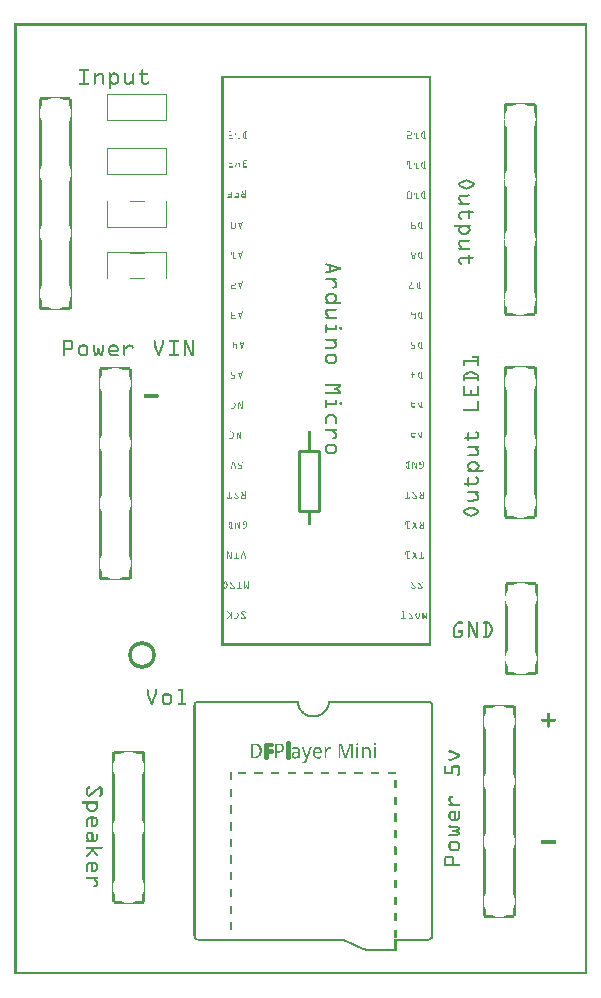
<source format=gto>
G04 MADE WITH FRITZING*
G04 WWW.FRITZING.ORG*
G04 DOUBLE SIDED*
G04 HOLES PLATED*
G04 CONTOUR ON CENTER OF CONTOUR VECTOR*
%ASAXBY*%
%FSLAX23Y23*%
%MOIN*%
%OFA0B0*%
%SFA1.0B1.0*%
%ADD10C,0.092000X0.068*%
%ADD11C,0.010000*%
%ADD12R,0.001000X0.001000*%
%LNSILK1*%
G90*
G70*
G54D10*
X426Y1065D03*
G54D11*
X1016Y1744D02*
X1016Y1544D01*
D02*
X1016Y1544D02*
X950Y1544D01*
D02*
X950Y1544D02*
X950Y1744D01*
D02*
X950Y1744D02*
X1016Y1744D01*
X841Y720D02*
X835Y720D01*
X835Y769D01*
X860Y769D01*
X860Y764D01*
X841Y764D01*
X841Y747D01*
X859Y747D01*
X859Y742D01*
X841Y741D01*
X841Y720D01*
D02*
X915Y720D02*
X908Y720D01*
X908Y773D01*
X914Y773D01*
X915Y720D01*
D02*
G54D12*
X0Y3170D02*
X1909Y3170D01*
X0Y3169D02*
X1909Y3169D01*
X0Y3168D02*
X1909Y3168D01*
X0Y3167D02*
X1909Y3167D01*
X0Y3166D02*
X1909Y3166D01*
X0Y3165D02*
X1909Y3165D01*
X0Y3164D02*
X1909Y3164D01*
X0Y3163D02*
X1909Y3163D01*
X0Y3162D02*
X7Y3162D01*
X1902Y3162D02*
X1909Y3162D01*
X0Y3161D02*
X7Y3161D01*
X1902Y3161D02*
X1909Y3161D01*
X0Y3160D02*
X7Y3160D01*
X1902Y3160D02*
X1909Y3160D01*
X0Y3159D02*
X7Y3159D01*
X1902Y3159D02*
X1909Y3159D01*
X0Y3158D02*
X7Y3158D01*
X1902Y3158D02*
X1909Y3158D01*
X0Y3157D02*
X7Y3157D01*
X1902Y3157D02*
X1909Y3157D01*
X0Y3156D02*
X7Y3156D01*
X1902Y3156D02*
X1909Y3156D01*
X0Y3155D02*
X7Y3155D01*
X1902Y3155D02*
X1909Y3155D01*
X0Y3154D02*
X7Y3154D01*
X1902Y3154D02*
X1909Y3154D01*
X0Y3153D02*
X7Y3153D01*
X1902Y3153D02*
X1909Y3153D01*
X0Y3152D02*
X7Y3152D01*
X1902Y3152D02*
X1909Y3152D01*
X0Y3151D02*
X7Y3151D01*
X1902Y3151D02*
X1909Y3151D01*
X0Y3150D02*
X7Y3150D01*
X1902Y3150D02*
X1909Y3150D01*
X0Y3149D02*
X7Y3149D01*
X1902Y3149D02*
X1909Y3149D01*
X0Y3148D02*
X7Y3148D01*
X1902Y3148D02*
X1909Y3148D01*
X0Y3147D02*
X7Y3147D01*
X1902Y3147D02*
X1909Y3147D01*
X0Y3146D02*
X7Y3146D01*
X1902Y3146D02*
X1909Y3146D01*
X0Y3145D02*
X7Y3145D01*
X1902Y3145D02*
X1909Y3145D01*
X0Y3144D02*
X7Y3144D01*
X1902Y3144D02*
X1909Y3144D01*
X0Y3143D02*
X7Y3143D01*
X1902Y3143D02*
X1909Y3143D01*
X0Y3142D02*
X7Y3142D01*
X1902Y3142D02*
X1909Y3142D01*
X0Y3141D02*
X7Y3141D01*
X1902Y3141D02*
X1909Y3141D01*
X0Y3140D02*
X7Y3140D01*
X1902Y3140D02*
X1909Y3140D01*
X0Y3139D02*
X7Y3139D01*
X1902Y3139D02*
X1909Y3139D01*
X0Y3138D02*
X7Y3138D01*
X1902Y3138D02*
X1909Y3138D01*
X0Y3137D02*
X7Y3137D01*
X1902Y3137D02*
X1909Y3137D01*
X0Y3136D02*
X7Y3136D01*
X1902Y3136D02*
X1909Y3136D01*
X0Y3135D02*
X7Y3135D01*
X1902Y3135D02*
X1909Y3135D01*
X0Y3134D02*
X7Y3134D01*
X1902Y3134D02*
X1909Y3134D01*
X0Y3133D02*
X7Y3133D01*
X1902Y3133D02*
X1909Y3133D01*
X0Y3132D02*
X7Y3132D01*
X1902Y3132D02*
X1909Y3132D01*
X0Y3131D02*
X7Y3131D01*
X1902Y3131D02*
X1909Y3131D01*
X0Y3130D02*
X7Y3130D01*
X1902Y3130D02*
X1909Y3130D01*
X0Y3129D02*
X7Y3129D01*
X1902Y3129D02*
X1909Y3129D01*
X0Y3128D02*
X7Y3128D01*
X1902Y3128D02*
X1909Y3128D01*
X0Y3127D02*
X7Y3127D01*
X1902Y3127D02*
X1909Y3127D01*
X0Y3126D02*
X7Y3126D01*
X1902Y3126D02*
X1909Y3126D01*
X0Y3125D02*
X7Y3125D01*
X1902Y3125D02*
X1909Y3125D01*
X0Y3124D02*
X7Y3124D01*
X1902Y3124D02*
X1909Y3124D01*
X0Y3123D02*
X7Y3123D01*
X1902Y3123D02*
X1909Y3123D01*
X0Y3122D02*
X7Y3122D01*
X1902Y3122D02*
X1909Y3122D01*
X0Y3121D02*
X7Y3121D01*
X1902Y3121D02*
X1909Y3121D01*
X0Y3120D02*
X7Y3120D01*
X1902Y3120D02*
X1909Y3120D01*
X0Y3119D02*
X7Y3119D01*
X1902Y3119D02*
X1909Y3119D01*
X0Y3118D02*
X7Y3118D01*
X1902Y3118D02*
X1909Y3118D01*
X0Y3117D02*
X7Y3117D01*
X1902Y3117D02*
X1909Y3117D01*
X0Y3116D02*
X7Y3116D01*
X1902Y3116D02*
X1909Y3116D01*
X0Y3115D02*
X7Y3115D01*
X1902Y3115D02*
X1909Y3115D01*
X0Y3114D02*
X7Y3114D01*
X1902Y3114D02*
X1909Y3114D01*
X0Y3113D02*
X7Y3113D01*
X1902Y3113D02*
X1909Y3113D01*
X0Y3112D02*
X7Y3112D01*
X1902Y3112D02*
X1909Y3112D01*
X0Y3111D02*
X7Y3111D01*
X1902Y3111D02*
X1909Y3111D01*
X0Y3110D02*
X7Y3110D01*
X1902Y3110D02*
X1909Y3110D01*
X0Y3109D02*
X7Y3109D01*
X1902Y3109D02*
X1909Y3109D01*
X0Y3108D02*
X7Y3108D01*
X1902Y3108D02*
X1909Y3108D01*
X0Y3107D02*
X7Y3107D01*
X1902Y3107D02*
X1909Y3107D01*
X0Y3106D02*
X7Y3106D01*
X1902Y3106D02*
X1909Y3106D01*
X0Y3105D02*
X7Y3105D01*
X1902Y3105D02*
X1909Y3105D01*
X0Y3104D02*
X7Y3104D01*
X1902Y3104D02*
X1909Y3104D01*
X0Y3103D02*
X7Y3103D01*
X1902Y3103D02*
X1909Y3103D01*
X0Y3102D02*
X7Y3102D01*
X1902Y3102D02*
X1909Y3102D01*
X0Y3101D02*
X7Y3101D01*
X1902Y3101D02*
X1909Y3101D01*
X0Y3100D02*
X7Y3100D01*
X1902Y3100D02*
X1909Y3100D01*
X0Y3099D02*
X7Y3099D01*
X1902Y3099D02*
X1909Y3099D01*
X0Y3098D02*
X7Y3098D01*
X1902Y3098D02*
X1909Y3098D01*
X0Y3097D02*
X7Y3097D01*
X1902Y3097D02*
X1909Y3097D01*
X0Y3096D02*
X7Y3096D01*
X1902Y3096D02*
X1909Y3096D01*
X0Y3095D02*
X7Y3095D01*
X1902Y3095D02*
X1909Y3095D01*
X0Y3094D02*
X7Y3094D01*
X1902Y3094D02*
X1909Y3094D01*
X0Y3093D02*
X7Y3093D01*
X1902Y3093D02*
X1909Y3093D01*
X0Y3092D02*
X7Y3092D01*
X1902Y3092D02*
X1909Y3092D01*
X0Y3091D02*
X7Y3091D01*
X1902Y3091D02*
X1909Y3091D01*
X0Y3090D02*
X7Y3090D01*
X1902Y3090D02*
X1909Y3090D01*
X0Y3089D02*
X7Y3089D01*
X1902Y3089D02*
X1909Y3089D01*
X0Y3088D02*
X7Y3088D01*
X1902Y3088D02*
X1909Y3088D01*
X0Y3087D02*
X7Y3087D01*
X1902Y3087D02*
X1909Y3087D01*
X0Y3086D02*
X7Y3086D01*
X1902Y3086D02*
X1909Y3086D01*
X0Y3085D02*
X7Y3085D01*
X1902Y3085D02*
X1909Y3085D01*
X0Y3084D02*
X7Y3084D01*
X1902Y3084D02*
X1909Y3084D01*
X0Y3083D02*
X7Y3083D01*
X1902Y3083D02*
X1909Y3083D01*
X0Y3082D02*
X7Y3082D01*
X1902Y3082D02*
X1909Y3082D01*
X0Y3081D02*
X7Y3081D01*
X1902Y3081D02*
X1909Y3081D01*
X0Y3080D02*
X7Y3080D01*
X1902Y3080D02*
X1909Y3080D01*
X0Y3079D02*
X7Y3079D01*
X1902Y3079D02*
X1909Y3079D01*
X0Y3078D02*
X7Y3078D01*
X1902Y3078D02*
X1909Y3078D01*
X0Y3077D02*
X7Y3077D01*
X1902Y3077D02*
X1909Y3077D01*
X0Y3076D02*
X7Y3076D01*
X1902Y3076D02*
X1909Y3076D01*
X0Y3075D02*
X7Y3075D01*
X1902Y3075D02*
X1909Y3075D01*
X0Y3074D02*
X7Y3074D01*
X1902Y3074D02*
X1909Y3074D01*
X0Y3073D02*
X7Y3073D01*
X1902Y3073D02*
X1909Y3073D01*
X0Y3072D02*
X7Y3072D01*
X1902Y3072D02*
X1909Y3072D01*
X0Y3071D02*
X7Y3071D01*
X1902Y3071D02*
X1909Y3071D01*
X0Y3070D02*
X7Y3070D01*
X1902Y3070D02*
X1909Y3070D01*
X0Y3069D02*
X7Y3069D01*
X1902Y3069D02*
X1909Y3069D01*
X0Y3068D02*
X7Y3068D01*
X1902Y3068D02*
X1909Y3068D01*
X0Y3067D02*
X7Y3067D01*
X1902Y3067D02*
X1909Y3067D01*
X0Y3066D02*
X7Y3066D01*
X1902Y3066D02*
X1909Y3066D01*
X0Y3065D02*
X7Y3065D01*
X1902Y3065D02*
X1909Y3065D01*
X0Y3064D02*
X7Y3064D01*
X1902Y3064D02*
X1909Y3064D01*
X0Y3063D02*
X7Y3063D01*
X1902Y3063D02*
X1909Y3063D01*
X0Y3062D02*
X7Y3062D01*
X1902Y3062D02*
X1909Y3062D01*
X0Y3061D02*
X7Y3061D01*
X1902Y3061D02*
X1909Y3061D01*
X0Y3060D02*
X7Y3060D01*
X1902Y3060D02*
X1909Y3060D01*
X0Y3059D02*
X7Y3059D01*
X1902Y3059D02*
X1909Y3059D01*
X0Y3058D02*
X7Y3058D01*
X1902Y3058D02*
X1909Y3058D01*
X0Y3057D02*
X7Y3057D01*
X1902Y3057D02*
X1909Y3057D01*
X0Y3056D02*
X7Y3056D01*
X1902Y3056D02*
X1909Y3056D01*
X0Y3055D02*
X7Y3055D01*
X1902Y3055D02*
X1909Y3055D01*
X0Y3054D02*
X7Y3054D01*
X1902Y3054D02*
X1909Y3054D01*
X0Y3053D02*
X7Y3053D01*
X1902Y3053D02*
X1909Y3053D01*
X0Y3052D02*
X7Y3052D01*
X1902Y3052D02*
X1909Y3052D01*
X0Y3051D02*
X7Y3051D01*
X1902Y3051D02*
X1909Y3051D01*
X0Y3050D02*
X7Y3050D01*
X1902Y3050D02*
X1909Y3050D01*
X0Y3049D02*
X7Y3049D01*
X1902Y3049D02*
X1909Y3049D01*
X0Y3048D02*
X7Y3048D01*
X1902Y3048D02*
X1909Y3048D01*
X0Y3047D02*
X7Y3047D01*
X1902Y3047D02*
X1909Y3047D01*
X0Y3046D02*
X7Y3046D01*
X1902Y3046D02*
X1909Y3046D01*
X0Y3045D02*
X7Y3045D01*
X1902Y3045D02*
X1909Y3045D01*
X0Y3044D02*
X7Y3044D01*
X1902Y3044D02*
X1909Y3044D01*
X0Y3043D02*
X7Y3043D01*
X1902Y3043D02*
X1909Y3043D01*
X0Y3042D02*
X7Y3042D01*
X1902Y3042D02*
X1909Y3042D01*
X0Y3041D02*
X7Y3041D01*
X1902Y3041D02*
X1909Y3041D01*
X0Y3040D02*
X7Y3040D01*
X1902Y3040D02*
X1909Y3040D01*
X0Y3039D02*
X7Y3039D01*
X1902Y3039D02*
X1909Y3039D01*
X0Y3038D02*
X7Y3038D01*
X1902Y3038D02*
X1909Y3038D01*
X0Y3037D02*
X7Y3037D01*
X1902Y3037D02*
X1909Y3037D01*
X0Y3036D02*
X7Y3036D01*
X1902Y3036D02*
X1909Y3036D01*
X0Y3035D02*
X7Y3035D01*
X1902Y3035D02*
X1909Y3035D01*
X0Y3034D02*
X7Y3034D01*
X1902Y3034D02*
X1909Y3034D01*
X0Y3033D02*
X7Y3033D01*
X1902Y3033D02*
X1909Y3033D01*
X0Y3032D02*
X7Y3032D01*
X1902Y3032D02*
X1909Y3032D01*
X0Y3031D02*
X7Y3031D01*
X1902Y3031D02*
X1909Y3031D01*
X0Y3030D02*
X7Y3030D01*
X1902Y3030D02*
X1909Y3030D01*
X0Y3029D02*
X7Y3029D01*
X1902Y3029D02*
X1909Y3029D01*
X0Y3028D02*
X7Y3028D01*
X1902Y3028D02*
X1909Y3028D01*
X0Y3027D02*
X7Y3027D01*
X1902Y3027D02*
X1909Y3027D01*
X0Y3026D02*
X7Y3026D01*
X1902Y3026D02*
X1909Y3026D01*
X0Y3025D02*
X7Y3025D01*
X1902Y3025D02*
X1909Y3025D01*
X0Y3024D02*
X7Y3024D01*
X1902Y3024D02*
X1909Y3024D01*
X0Y3023D02*
X7Y3023D01*
X1902Y3023D02*
X1909Y3023D01*
X0Y3022D02*
X7Y3022D01*
X1902Y3022D02*
X1909Y3022D01*
X0Y3021D02*
X7Y3021D01*
X1902Y3021D02*
X1909Y3021D01*
X0Y3020D02*
X7Y3020D01*
X1902Y3020D02*
X1909Y3020D01*
X0Y3019D02*
X7Y3019D01*
X217Y3019D02*
X247Y3019D01*
X1902Y3019D02*
X1909Y3019D01*
X0Y3018D02*
X7Y3018D01*
X216Y3018D02*
X248Y3018D01*
X1902Y3018D02*
X1909Y3018D01*
X0Y3017D02*
X7Y3017D01*
X215Y3017D02*
X248Y3017D01*
X1902Y3017D02*
X1909Y3017D01*
X0Y3016D02*
X7Y3016D01*
X215Y3016D02*
X248Y3016D01*
X424Y3016D02*
X427Y3016D01*
X1902Y3016D02*
X1909Y3016D01*
X0Y3015D02*
X7Y3015D01*
X215Y3015D02*
X248Y3015D01*
X423Y3015D02*
X428Y3015D01*
X1902Y3015D02*
X1909Y3015D01*
X0Y3014D02*
X7Y3014D01*
X216Y3014D02*
X248Y3014D01*
X423Y3014D02*
X428Y3014D01*
X1902Y3014D02*
X1909Y3014D01*
X0Y3013D02*
X7Y3013D01*
X217Y3013D02*
X247Y3013D01*
X423Y3013D02*
X429Y3013D01*
X1902Y3013D02*
X1909Y3013D01*
X0Y3012D02*
X7Y3012D01*
X229Y3012D02*
X235Y3012D01*
X423Y3012D02*
X429Y3012D01*
X1902Y3012D02*
X1909Y3012D01*
X0Y3011D02*
X7Y3011D01*
X229Y3011D02*
X235Y3011D01*
X423Y3011D02*
X429Y3011D01*
X1902Y3011D02*
X1909Y3011D01*
X0Y3010D02*
X7Y3010D01*
X229Y3010D02*
X235Y3010D01*
X423Y3010D02*
X429Y3010D01*
X1902Y3010D02*
X1909Y3010D01*
X0Y3009D02*
X7Y3009D01*
X229Y3009D02*
X235Y3009D01*
X423Y3009D02*
X429Y3009D01*
X1902Y3009D02*
X1909Y3009D01*
X0Y3008D02*
X7Y3008D01*
X229Y3008D02*
X235Y3008D01*
X423Y3008D02*
X429Y3008D01*
X1902Y3008D02*
X1909Y3008D01*
X0Y3007D02*
X7Y3007D01*
X229Y3007D02*
X235Y3007D01*
X423Y3007D02*
X429Y3007D01*
X1902Y3007D02*
X1909Y3007D01*
X0Y3006D02*
X7Y3006D01*
X229Y3006D02*
X235Y3006D01*
X317Y3006D02*
X319Y3006D01*
X329Y3006D02*
X335Y3006D01*
X423Y3006D02*
X429Y3006D01*
X1902Y3006D02*
X1909Y3006D01*
X0Y3005D02*
X7Y3005D01*
X229Y3005D02*
X235Y3005D01*
X316Y3005D02*
X320Y3005D01*
X327Y3005D02*
X337Y3005D01*
X422Y3005D02*
X429Y3005D01*
X1902Y3005D02*
X1909Y3005D01*
X0Y3004D02*
X7Y3004D01*
X229Y3004D02*
X235Y3004D01*
X266Y3004D02*
X270Y3004D01*
X281Y3004D02*
X292Y3004D01*
X316Y3004D02*
X321Y3004D01*
X326Y3004D02*
X339Y3004D01*
X367Y3004D02*
X370Y3004D01*
X394Y3004D02*
X398Y3004D01*
X417Y3004D02*
X444Y3004D01*
X1902Y3004D02*
X1909Y3004D01*
X0Y3003D02*
X7Y3003D01*
X229Y3003D02*
X235Y3003D01*
X266Y3003D02*
X271Y3003D01*
X279Y3003D02*
X293Y3003D01*
X315Y3003D02*
X321Y3003D01*
X324Y3003D02*
X340Y3003D01*
X366Y3003D02*
X371Y3003D01*
X394Y3003D02*
X399Y3003D01*
X416Y3003D02*
X445Y3003D01*
X1902Y3003D02*
X1909Y3003D01*
X0Y3002D02*
X7Y3002D01*
X229Y3002D02*
X235Y3002D01*
X265Y3002D02*
X271Y3002D01*
X277Y3002D02*
X295Y3002D01*
X315Y3002D02*
X321Y3002D01*
X323Y3002D02*
X341Y3002D01*
X366Y3002D02*
X371Y3002D01*
X393Y3002D02*
X399Y3002D01*
X416Y3002D02*
X446Y3002D01*
X1902Y3002D02*
X1909Y3002D01*
X0Y3001D02*
X7Y3001D01*
X229Y3001D02*
X235Y3001D01*
X265Y3001D02*
X271Y3001D01*
X275Y3001D02*
X295Y3001D01*
X315Y3001D02*
X343Y3001D01*
X366Y3001D02*
X372Y3001D01*
X393Y3001D02*
X399Y3001D01*
X416Y3001D02*
X446Y3001D01*
X1902Y3001D02*
X1909Y3001D01*
X0Y3000D02*
X7Y3000D01*
X229Y3000D02*
X235Y3000D01*
X265Y3000D02*
X271Y3000D01*
X274Y3000D02*
X296Y3000D01*
X315Y3000D02*
X344Y3000D01*
X366Y3000D02*
X372Y3000D01*
X393Y3000D02*
X399Y3000D01*
X416Y3000D02*
X445Y3000D01*
X1902Y3000D02*
X1909Y3000D01*
X0Y2999D02*
X7Y2999D01*
X229Y2999D02*
X235Y2999D01*
X265Y2999D02*
X297Y2999D01*
X315Y2999D02*
X330Y2999D01*
X335Y2999D02*
X345Y2999D01*
X366Y2999D02*
X372Y2999D01*
X393Y2999D02*
X399Y2999D01*
X417Y2999D02*
X445Y2999D01*
X1902Y2999D02*
X1909Y2999D01*
X0Y2998D02*
X7Y2998D01*
X229Y2998D02*
X235Y2998D01*
X265Y2998D02*
X297Y2998D01*
X315Y2998D02*
X328Y2998D01*
X336Y2998D02*
X346Y2998D01*
X366Y2998D02*
X372Y2998D01*
X393Y2998D02*
X399Y2998D01*
X418Y2998D02*
X443Y2998D01*
X1902Y2998D02*
X1909Y2998D01*
X0Y2997D02*
X7Y2997D01*
X229Y2997D02*
X235Y2997D01*
X265Y2997D02*
X281Y2997D01*
X290Y2997D02*
X298Y2997D01*
X315Y2997D02*
X327Y2997D01*
X337Y2997D02*
X347Y2997D01*
X366Y2997D02*
X372Y2997D01*
X393Y2997D02*
X399Y2997D01*
X423Y2997D02*
X429Y2997D01*
X1902Y2997D02*
X1909Y2997D01*
X0Y2996D02*
X7Y2996D01*
X229Y2996D02*
X235Y2996D01*
X265Y2996D02*
X280Y2996D01*
X291Y2996D02*
X298Y2996D01*
X315Y2996D02*
X326Y2996D01*
X339Y2996D02*
X347Y2996D01*
X366Y2996D02*
X372Y2996D01*
X393Y2996D02*
X399Y2996D01*
X423Y2996D02*
X429Y2996D01*
X1902Y2996D02*
X1909Y2996D01*
X0Y2995D02*
X7Y2995D01*
X229Y2995D02*
X235Y2995D01*
X265Y2995D02*
X278Y2995D01*
X292Y2995D02*
X298Y2995D01*
X315Y2995D02*
X325Y2995D01*
X340Y2995D02*
X348Y2995D01*
X366Y2995D02*
X372Y2995D01*
X393Y2995D02*
X399Y2995D01*
X423Y2995D02*
X429Y2995D01*
X691Y2995D02*
X1389Y2995D01*
X1902Y2995D02*
X1909Y2995D01*
X0Y2994D02*
X7Y2994D01*
X229Y2994D02*
X235Y2994D01*
X265Y2994D02*
X277Y2994D01*
X292Y2994D02*
X298Y2994D01*
X315Y2994D02*
X324Y2994D01*
X341Y2994D02*
X348Y2994D01*
X366Y2994D02*
X372Y2994D01*
X393Y2994D02*
X399Y2994D01*
X423Y2994D02*
X429Y2994D01*
X690Y2994D02*
X1389Y2994D01*
X1902Y2994D02*
X1909Y2994D01*
X0Y2993D02*
X7Y2993D01*
X229Y2993D02*
X235Y2993D01*
X265Y2993D02*
X275Y2993D01*
X292Y2993D02*
X298Y2993D01*
X315Y2993D02*
X323Y2993D01*
X342Y2993D02*
X349Y2993D01*
X366Y2993D02*
X372Y2993D01*
X393Y2993D02*
X399Y2993D01*
X423Y2993D02*
X429Y2993D01*
X690Y2993D02*
X1389Y2993D01*
X1902Y2993D02*
X1909Y2993D01*
X0Y2992D02*
X7Y2992D01*
X229Y2992D02*
X235Y2992D01*
X265Y2992D02*
X273Y2992D01*
X292Y2992D02*
X298Y2992D01*
X315Y2992D02*
X322Y2992D01*
X343Y2992D02*
X349Y2992D01*
X366Y2992D02*
X372Y2992D01*
X393Y2992D02*
X399Y2992D01*
X423Y2992D02*
X429Y2992D01*
X690Y2992D02*
X1389Y2992D01*
X1902Y2992D02*
X1909Y2992D01*
X0Y2991D02*
X7Y2991D01*
X229Y2991D02*
X235Y2991D01*
X265Y2991D02*
X272Y2991D01*
X292Y2991D02*
X298Y2991D01*
X315Y2991D02*
X322Y2991D01*
X343Y2991D02*
X349Y2991D01*
X366Y2991D02*
X372Y2991D01*
X393Y2991D02*
X399Y2991D01*
X423Y2991D02*
X429Y2991D01*
X690Y2991D02*
X1389Y2991D01*
X1902Y2991D02*
X1909Y2991D01*
X0Y2990D02*
X7Y2990D01*
X229Y2990D02*
X235Y2990D01*
X265Y2990D02*
X271Y2990D01*
X292Y2990D02*
X298Y2990D01*
X315Y2990D02*
X321Y2990D01*
X343Y2990D02*
X349Y2990D01*
X366Y2990D02*
X372Y2990D01*
X393Y2990D02*
X399Y2990D01*
X423Y2990D02*
X429Y2990D01*
X690Y2990D02*
X1389Y2990D01*
X1902Y2990D02*
X1909Y2990D01*
X0Y2989D02*
X7Y2989D01*
X229Y2989D02*
X235Y2989D01*
X265Y2989D02*
X271Y2989D01*
X292Y2989D02*
X298Y2989D01*
X315Y2989D02*
X321Y2989D01*
X343Y2989D02*
X349Y2989D01*
X366Y2989D02*
X372Y2989D01*
X393Y2989D02*
X399Y2989D01*
X423Y2989D02*
X429Y2989D01*
X690Y2989D02*
X1389Y2989D01*
X1902Y2989D02*
X1909Y2989D01*
X0Y2988D02*
X7Y2988D01*
X229Y2988D02*
X235Y2988D01*
X265Y2988D02*
X271Y2988D01*
X292Y2988D02*
X298Y2988D01*
X315Y2988D02*
X321Y2988D01*
X343Y2988D02*
X349Y2988D01*
X366Y2988D02*
X372Y2988D01*
X393Y2988D02*
X399Y2988D01*
X423Y2988D02*
X429Y2988D01*
X690Y2988D02*
X1389Y2988D01*
X1902Y2988D02*
X1909Y2988D01*
X0Y2987D02*
X7Y2987D01*
X229Y2987D02*
X235Y2987D01*
X265Y2987D02*
X271Y2987D01*
X292Y2987D02*
X298Y2987D01*
X315Y2987D02*
X321Y2987D01*
X343Y2987D02*
X349Y2987D01*
X366Y2987D02*
X372Y2987D01*
X393Y2987D02*
X399Y2987D01*
X423Y2987D02*
X429Y2987D01*
X690Y2987D02*
X698Y2987D01*
X1382Y2987D02*
X1389Y2987D01*
X1902Y2987D02*
X1909Y2987D01*
X0Y2986D02*
X7Y2986D01*
X229Y2986D02*
X235Y2986D01*
X265Y2986D02*
X271Y2986D01*
X292Y2986D02*
X298Y2986D01*
X315Y2986D02*
X321Y2986D01*
X343Y2986D02*
X349Y2986D01*
X366Y2986D02*
X372Y2986D01*
X393Y2986D02*
X399Y2986D01*
X423Y2986D02*
X429Y2986D01*
X690Y2986D02*
X697Y2986D01*
X1382Y2986D02*
X1389Y2986D01*
X1902Y2986D02*
X1909Y2986D01*
X0Y2985D02*
X7Y2985D01*
X229Y2985D02*
X235Y2985D01*
X265Y2985D02*
X271Y2985D01*
X292Y2985D02*
X298Y2985D01*
X315Y2985D02*
X321Y2985D01*
X343Y2985D02*
X349Y2985D01*
X366Y2985D02*
X372Y2985D01*
X393Y2985D02*
X399Y2985D01*
X423Y2985D02*
X429Y2985D01*
X690Y2985D02*
X697Y2985D01*
X1382Y2985D02*
X1389Y2985D01*
X1902Y2985D02*
X1909Y2985D01*
X0Y2984D02*
X7Y2984D01*
X229Y2984D02*
X235Y2984D01*
X265Y2984D02*
X271Y2984D01*
X292Y2984D02*
X298Y2984D01*
X315Y2984D02*
X321Y2984D01*
X343Y2984D02*
X349Y2984D01*
X366Y2984D02*
X372Y2984D01*
X393Y2984D02*
X399Y2984D01*
X423Y2984D02*
X429Y2984D01*
X690Y2984D02*
X697Y2984D01*
X1382Y2984D02*
X1389Y2984D01*
X1902Y2984D02*
X1909Y2984D01*
X0Y2983D02*
X7Y2983D01*
X229Y2983D02*
X235Y2983D01*
X265Y2983D02*
X271Y2983D01*
X292Y2983D02*
X298Y2983D01*
X315Y2983D02*
X321Y2983D01*
X343Y2983D02*
X349Y2983D01*
X366Y2983D02*
X372Y2983D01*
X393Y2983D02*
X399Y2983D01*
X423Y2983D02*
X429Y2983D01*
X690Y2983D02*
X697Y2983D01*
X1382Y2983D02*
X1389Y2983D01*
X1902Y2983D02*
X1909Y2983D01*
X0Y2982D02*
X7Y2982D01*
X229Y2982D02*
X235Y2982D01*
X265Y2982D02*
X271Y2982D01*
X292Y2982D02*
X298Y2982D01*
X315Y2982D02*
X321Y2982D01*
X343Y2982D02*
X349Y2982D01*
X366Y2982D02*
X372Y2982D01*
X393Y2982D02*
X399Y2982D01*
X423Y2982D02*
X429Y2982D01*
X690Y2982D02*
X697Y2982D01*
X1382Y2982D02*
X1389Y2982D01*
X1902Y2982D02*
X1909Y2982D01*
X0Y2981D02*
X7Y2981D01*
X229Y2981D02*
X235Y2981D01*
X265Y2981D02*
X271Y2981D01*
X292Y2981D02*
X298Y2981D01*
X315Y2981D02*
X321Y2981D01*
X343Y2981D02*
X349Y2981D01*
X366Y2981D02*
X372Y2981D01*
X393Y2981D02*
X399Y2981D01*
X423Y2981D02*
X429Y2981D01*
X690Y2981D02*
X697Y2981D01*
X1382Y2981D02*
X1389Y2981D01*
X1902Y2981D02*
X1909Y2981D01*
X0Y2980D02*
X7Y2980D01*
X229Y2980D02*
X235Y2980D01*
X265Y2980D02*
X271Y2980D01*
X292Y2980D02*
X298Y2980D01*
X315Y2980D02*
X321Y2980D01*
X343Y2980D02*
X349Y2980D01*
X366Y2980D02*
X372Y2980D01*
X393Y2980D02*
X399Y2980D01*
X423Y2980D02*
X429Y2980D01*
X690Y2980D02*
X697Y2980D01*
X1382Y2980D02*
X1389Y2980D01*
X1902Y2980D02*
X1909Y2980D01*
X0Y2979D02*
X7Y2979D01*
X229Y2979D02*
X235Y2979D01*
X265Y2979D02*
X271Y2979D01*
X292Y2979D02*
X298Y2979D01*
X315Y2979D02*
X322Y2979D01*
X343Y2979D02*
X349Y2979D01*
X366Y2979D02*
X372Y2979D01*
X392Y2979D02*
X399Y2979D01*
X423Y2979D02*
X429Y2979D01*
X690Y2979D02*
X697Y2979D01*
X1382Y2979D02*
X1389Y2979D01*
X1902Y2979D02*
X1909Y2979D01*
X0Y2978D02*
X7Y2978D01*
X229Y2978D02*
X235Y2978D01*
X265Y2978D02*
X271Y2978D01*
X292Y2978D02*
X298Y2978D01*
X315Y2978D02*
X322Y2978D01*
X343Y2978D02*
X349Y2978D01*
X366Y2978D02*
X372Y2978D01*
X390Y2978D02*
X399Y2978D01*
X423Y2978D02*
X429Y2978D01*
X445Y2978D02*
X447Y2978D01*
X690Y2978D02*
X697Y2978D01*
X1382Y2978D02*
X1389Y2978D01*
X1902Y2978D02*
X1909Y2978D01*
X0Y2977D02*
X7Y2977D01*
X229Y2977D02*
X235Y2977D01*
X265Y2977D02*
X271Y2977D01*
X292Y2977D02*
X298Y2977D01*
X315Y2977D02*
X323Y2977D01*
X342Y2977D02*
X349Y2977D01*
X366Y2977D02*
X372Y2977D01*
X389Y2977D02*
X399Y2977D01*
X423Y2977D02*
X429Y2977D01*
X444Y2977D02*
X448Y2977D01*
X690Y2977D02*
X697Y2977D01*
X1382Y2977D02*
X1389Y2977D01*
X1902Y2977D02*
X1909Y2977D01*
X0Y2976D02*
X7Y2976D01*
X229Y2976D02*
X235Y2976D01*
X265Y2976D02*
X271Y2976D01*
X292Y2976D02*
X298Y2976D01*
X315Y2976D02*
X324Y2976D01*
X341Y2976D02*
X348Y2976D01*
X366Y2976D02*
X372Y2976D01*
X387Y2976D02*
X399Y2976D01*
X423Y2976D02*
X429Y2976D01*
X444Y2976D02*
X449Y2976D01*
X690Y2976D02*
X697Y2976D01*
X1382Y2976D02*
X1389Y2976D01*
X1902Y2976D02*
X1909Y2976D01*
X0Y2975D02*
X7Y2975D01*
X229Y2975D02*
X235Y2975D01*
X265Y2975D02*
X271Y2975D01*
X292Y2975D02*
X298Y2975D01*
X315Y2975D02*
X325Y2975D01*
X339Y2975D02*
X348Y2975D01*
X366Y2975D02*
X373Y2975D01*
X386Y2975D02*
X399Y2975D01*
X423Y2975D02*
X429Y2975D01*
X443Y2975D02*
X449Y2975D01*
X690Y2975D02*
X697Y2975D01*
X1382Y2975D02*
X1389Y2975D01*
X1902Y2975D02*
X1909Y2975D01*
X0Y2974D02*
X7Y2974D01*
X229Y2974D02*
X235Y2974D01*
X265Y2974D02*
X271Y2974D01*
X293Y2974D02*
X298Y2974D01*
X315Y2974D02*
X326Y2974D01*
X338Y2974D02*
X347Y2974D01*
X367Y2974D02*
X373Y2974D01*
X384Y2974D02*
X399Y2974D01*
X423Y2974D02*
X429Y2974D01*
X443Y2974D02*
X449Y2974D01*
X690Y2974D02*
X697Y2974D01*
X1382Y2974D02*
X1389Y2974D01*
X1902Y2974D02*
X1909Y2974D01*
X0Y2973D02*
X7Y2973D01*
X229Y2973D02*
X235Y2973D01*
X265Y2973D02*
X271Y2973D01*
X293Y2973D02*
X299Y2973D01*
X315Y2973D02*
X327Y2973D01*
X337Y2973D02*
X347Y2973D01*
X367Y2973D02*
X374Y2973D01*
X383Y2973D02*
X399Y2973D01*
X423Y2973D02*
X430Y2973D01*
X442Y2973D02*
X449Y2973D01*
X690Y2973D02*
X697Y2973D01*
X1382Y2973D02*
X1389Y2973D01*
X1902Y2973D02*
X1909Y2973D01*
X0Y2972D02*
X7Y2972D01*
X217Y2972D02*
X247Y2972D01*
X265Y2972D02*
X271Y2972D01*
X293Y2972D02*
X299Y2972D01*
X315Y2972D02*
X329Y2972D01*
X336Y2972D02*
X346Y2972D01*
X367Y2972D02*
X399Y2972D01*
X423Y2972D02*
X449Y2972D01*
X690Y2972D02*
X697Y2972D01*
X1382Y2972D02*
X1389Y2972D01*
X1902Y2972D02*
X1909Y2972D01*
X0Y2971D02*
X7Y2971D01*
X216Y2971D02*
X248Y2971D01*
X265Y2971D02*
X271Y2971D01*
X293Y2971D02*
X299Y2971D01*
X315Y2971D02*
X331Y2971D01*
X334Y2971D02*
X345Y2971D01*
X368Y2971D02*
X399Y2971D01*
X424Y2971D02*
X448Y2971D01*
X690Y2971D02*
X697Y2971D01*
X1382Y2971D02*
X1389Y2971D01*
X1902Y2971D02*
X1909Y2971D01*
X0Y2970D02*
X7Y2970D01*
X215Y2970D02*
X248Y2970D01*
X265Y2970D02*
X271Y2970D01*
X293Y2970D02*
X299Y2970D01*
X315Y2970D02*
X343Y2970D01*
X368Y2970D02*
X390Y2970D01*
X393Y2970D02*
X399Y2970D01*
X424Y2970D02*
X447Y2970D01*
X690Y2970D02*
X697Y2970D01*
X1382Y2970D02*
X1389Y2970D01*
X1902Y2970D02*
X1909Y2970D01*
X0Y2969D02*
X7Y2969D01*
X215Y2969D02*
X248Y2969D01*
X265Y2969D02*
X271Y2969D01*
X293Y2969D02*
X299Y2969D01*
X315Y2969D02*
X342Y2969D01*
X369Y2969D02*
X388Y2969D01*
X393Y2969D02*
X399Y2969D01*
X425Y2969D02*
X447Y2969D01*
X690Y2969D02*
X697Y2969D01*
X1382Y2969D02*
X1389Y2969D01*
X1902Y2969D02*
X1909Y2969D01*
X0Y2968D02*
X7Y2968D01*
X215Y2968D02*
X248Y2968D01*
X265Y2968D02*
X271Y2968D01*
X293Y2968D02*
X298Y2968D01*
X315Y2968D02*
X321Y2968D01*
X324Y2968D02*
X341Y2968D01*
X370Y2968D02*
X387Y2968D01*
X393Y2968D02*
X399Y2968D01*
X426Y2968D02*
X446Y2968D01*
X690Y2968D02*
X697Y2968D01*
X1382Y2968D02*
X1389Y2968D01*
X1902Y2968D02*
X1909Y2968D01*
X0Y2967D02*
X7Y2967D01*
X216Y2967D02*
X248Y2967D01*
X266Y2967D02*
X271Y2967D01*
X293Y2967D02*
X298Y2967D01*
X315Y2967D02*
X321Y2967D01*
X324Y2967D02*
X340Y2967D01*
X371Y2967D02*
X385Y2967D01*
X394Y2967D02*
X398Y2967D01*
X428Y2967D02*
X444Y2967D01*
X690Y2967D02*
X697Y2967D01*
X1382Y2967D02*
X1389Y2967D01*
X1902Y2967D02*
X1909Y2967D01*
X0Y2966D02*
X7Y2966D01*
X217Y2966D02*
X247Y2966D01*
X267Y2966D02*
X269Y2966D01*
X294Y2966D02*
X297Y2966D01*
X315Y2966D02*
X321Y2966D01*
X326Y2966D02*
X339Y2966D01*
X373Y2966D02*
X383Y2966D01*
X395Y2966D02*
X397Y2966D01*
X430Y2966D02*
X442Y2966D01*
X690Y2966D02*
X697Y2966D01*
X1382Y2966D02*
X1389Y2966D01*
X1902Y2966D02*
X1909Y2966D01*
X0Y2965D02*
X7Y2965D01*
X315Y2965D02*
X321Y2965D01*
X328Y2965D02*
X337Y2965D01*
X690Y2965D02*
X697Y2965D01*
X1382Y2965D02*
X1389Y2965D01*
X1902Y2965D02*
X1909Y2965D01*
X0Y2964D02*
X7Y2964D01*
X315Y2964D02*
X321Y2964D01*
X332Y2964D02*
X333Y2964D01*
X690Y2964D02*
X697Y2964D01*
X1382Y2964D02*
X1389Y2964D01*
X1902Y2964D02*
X1909Y2964D01*
X0Y2963D02*
X7Y2963D01*
X315Y2963D02*
X321Y2963D01*
X690Y2963D02*
X697Y2963D01*
X1382Y2963D02*
X1389Y2963D01*
X1902Y2963D02*
X1909Y2963D01*
X0Y2962D02*
X7Y2962D01*
X315Y2962D02*
X321Y2962D01*
X690Y2962D02*
X697Y2962D01*
X1382Y2962D02*
X1389Y2962D01*
X1902Y2962D02*
X1909Y2962D01*
X0Y2961D02*
X7Y2961D01*
X315Y2961D02*
X321Y2961D01*
X690Y2961D02*
X697Y2961D01*
X1382Y2961D02*
X1389Y2961D01*
X1902Y2961D02*
X1909Y2961D01*
X0Y2960D02*
X7Y2960D01*
X315Y2960D02*
X321Y2960D01*
X690Y2960D02*
X697Y2960D01*
X1382Y2960D02*
X1389Y2960D01*
X1902Y2960D02*
X1909Y2960D01*
X0Y2959D02*
X7Y2959D01*
X315Y2959D02*
X321Y2959D01*
X690Y2959D02*
X697Y2959D01*
X1382Y2959D02*
X1389Y2959D01*
X1902Y2959D02*
X1909Y2959D01*
X0Y2958D02*
X7Y2958D01*
X315Y2958D02*
X321Y2958D01*
X690Y2958D02*
X697Y2958D01*
X1382Y2958D02*
X1389Y2958D01*
X1902Y2958D02*
X1909Y2958D01*
X0Y2957D02*
X7Y2957D01*
X315Y2957D02*
X321Y2957D01*
X690Y2957D02*
X697Y2957D01*
X1382Y2957D02*
X1389Y2957D01*
X1902Y2957D02*
X1909Y2957D01*
X0Y2956D02*
X7Y2956D01*
X315Y2956D02*
X321Y2956D01*
X690Y2956D02*
X697Y2956D01*
X1382Y2956D02*
X1389Y2956D01*
X1902Y2956D02*
X1909Y2956D01*
X0Y2955D02*
X7Y2955D01*
X315Y2955D02*
X321Y2955D01*
X690Y2955D02*
X697Y2955D01*
X1382Y2955D02*
X1389Y2955D01*
X1902Y2955D02*
X1909Y2955D01*
X0Y2954D02*
X7Y2954D01*
X315Y2954D02*
X321Y2954D01*
X690Y2954D02*
X697Y2954D01*
X1382Y2954D02*
X1389Y2954D01*
X1902Y2954D02*
X1909Y2954D01*
X0Y2953D02*
X7Y2953D01*
X316Y2953D02*
X321Y2953D01*
X690Y2953D02*
X697Y2953D01*
X1382Y2953D02*
X1389Y2953D01*
X1902Y2953D02*
X1909Y2953D01*
X0Y2952D02*
X7Y2952D01*
X316Y2952D02*
X321Y2952D01*
X690Y2952D02*
X697Y2952D01*
X1382Y2952D02*
X1389Y2952D01*
X1902Y2952D02*
X1909Y2952D01*
X0Y2951D02*
X7Y2951D01*
X317Y2951D02*
X319Y2951D01*
X690Y2951D02*
X697Y2951D01*
X1382Y2951D02*
X1389Y2951D01*
X1902Y2951D02*
X1909Y2951D01*
X0Y2950D02*
X7Y2950D01*
X690Y2950D02*
X697Y2950D01*
X1382Y2950D02*
X1389Y2950D01*
X1902Y2950D02*
X1909Y2950D01*
X0Y2949D02*
X7Y2949D01*
X690Y2949D02*
X697Y2949D01*
X1382Y2949D02*
X1389Y2949D01*
X1902Y2949D02*
X1909Y2949D01*
X0Y2948D02*
X7Y2948D01*
X690Y2948D02*
X697Y2948D01*
X1382Y2948D02*
X1389Y2948D01*
X1902Y2948D02*
X1909Y2948D01*
X0Y2947D02*
X7Y2947D01*
X690Y2947D02*
X697Y2947D01*
X1382Y2947D02*
X1389Y2947D01*
X1902Y2947D02*
X1909Y2947D01*
X0Y2946D02*
X7Y2946D01*
X690Y2946D02*
X697Y2946D01*
X1382Y2946D02*
X1389Y2946D01*
X1902Y2946D02*
X1909Y2946D01*
X0Y2945D02*
X7Y2945D01*
X690Y2945D02*
X697Y2945D01*
X1382Y2945D02*
X1389Y2945D01*
X1902Y2945D02*
X1909Y2945D01*
X0Y2944D02*
X7Y2944D01*
X690Y2944D02*
X697Y2944D01*
X1382Y2944D02*
X1389Y2944D01*
X1902Y2944D02*
X1909Y2944D01*
X0Y2943D02*
X7Y2943D01*
X690Y2943D02*
X697Y2943D01*
X1382Y2943D02*
X1389Y2943D01*
X1902Y2943D02*
X1909Y2943D01*
X0Y2942D02*
X7Y2942D01*
X690Y2942D02*
X697Y2942D01*
X1382Y2942D02*
X1389Y2942D01*
X1902Y2942D02*
X1909Y2942D01*
X0Y2941D02*
X7Y2941D01*
X690Y2941D02*
X697Y2941D01*
X1382Y2941D02*
X1389Y2941D01*
X1902Y2941D02*
X1909Y2941D01*
X0Y2940D02*
X7Y2940D01*
X690Y2940D02*
X697Y2940D01*
X1382Y2940D02*
X1389Y2940D01*
X1902Y2940D02*
X1909Y2940D01*
X0Y2939D02*
X7Y2939D01*
X690Y2939D02*
X697Y2939D01*
X1382Y2939D02*
X1389Y2939D01*
X1902Y2939D02*
X1909Y2939D01*
X0Y2938D02*
X7Y2938D01*
X690Y2938D02*
X697Y2938D01*
X1382Y2938D02*
X1389Y2938D01*
X1902Y2938D02*
X1909Y2938D01*
X0Y2937D02*
X7Y2937D01*
X690Y2937D02*
X697Y2937D01*
X1382Y2937D02*
X1389Y2937D01*
X1902Y2937D02*
X1909Y2937D01*
X0Y2936D02*
X7Y2936D01*
X690Y2936D02*
X697Y2936D01*
X1382Y2936D02*
X1389Y2936D01*
X1902Y2936D02*
X1909Y2936D01*
X0Y2935D02*
X7Y2935D01*
X690Y2935D02*
X697Y2935D01*
X1382Y2935D02*
X1389Y2935D01*
X1902Y2935D02*
X1909Y2935D01*
X0Y2934D02*
X7Y2934D01*
X309Y2934D02*
X509Y2934D01*
X690Y2934D02*
X697Y2934D01*
X1382Y2934D02*
X1389Y2934D01*
X1902Y2934D02*
X1909Y2934D01*
X0Y2933D02*
X7Y2933D01*
X309Y2933D02*
X509Y2933D01*
X690Y2933D02*
X697Y2933D01*
X1382Y2933D02*
X1389Y2933D01*
X1902Y2933D02*
X1909Y2933D01*
X0Y2932D02*
X7Y2932D01*
X309Y2932D02*
X509Y2932D01*
X690Y2932D02*
X697Y2932D01*
X1382Y2932D02*
X1389Y2932D01*
X1902Y2932D02*
X1909Y2932D01*
X0Y2931D02*
X7Y2931D01*
X309Y2931D02*
X311Y2931D01*
X385Y2931D02*
X433Y2931D01*
X507Y2931D02*
X509Y2931D01*
X690Y2931D02*
X697Y2931D01*
X1382Y2931D02*
X1389Y2931D01*
X1902Y2931D02*
X1909Y2931D01*
X0Y2930D02*
X7Y2930D01*
X309Y2930D02*
X311Y2930D01*
X507Y2930D02*
X509Y2930D01*
X690Y2930D02*
X697Y2930D01*
X1382Y2930D02*
X1389Y2930D01*
X1902Y2930D02*
X1909Y2930D01*
X0Y2929D02*
X7Y2929D01*
X309Y2929D02*
X311Y2929D01*
X507Y2929D02*
X509Y2929D01*
X690Y2929D02*
X697Y2929D01*
X1382Y2929D02*
X1389Y2929D01*
X1902Y2929D02*
X1909Y2929D01*
X0Y2928D02*
X7Y2928D01*
X309Y2928D02*
X311Y2928D01*
X507Y2928D02*
X509Y2928D01*
X690Y2928D02*
X697Y2928D01*
X1382Y2928D02*
X1389Y2928D01*
X1902Y2928D02*
X1909Y2928D01*
X0Y2927D02*
X7Y2927D01*
X309Y2927D02*
X311Y2927D01*
X507Y2927D02*
X509Y2927D01*
X690Y2927D02*
X697Y2927D01*
X1382Y2927D02*
X1389Y2927D01*
X1902Y2927D02*
X1909Y2927D01*
X0Y2926D02*
X7Y2926D01*
X309Y2926D02*
X311Y2926D01*
X507Y2926D02*
X509Y2926D01*
X690Y2926D02*
X697Y2926D01*
X1382Y2926D02*
X1389Y2926D01*
X1902Y2926D02*
X1909Y2926D01*
X0Y2925D02*
X7Y2925D01*
X309Y2925D02*
X311Y2925D01*
X507Y2925D02*
X509Y2925D01*
X690Y2925D02*
X697Y2925D01*
X1382Y2925D02*
X1389Y2925D01*
X1902Y2925D02*
X1909Y2925D01*
X0Y2924D02*
X7Y2924D01*
X87Y2924D02*
X186Y2924D01*
X309Y2924D02*
X311Y2924D01*
X507Y2924D02*
X509Y2924D01*
X690Y2924D02*
X697Y2924D01*
X1382Y2924D02*
X1389Y2924D01*
X1902Y2924D02*
X1909Y2924D01*
X0Y2923D02*
X7Y2923D01*
X87Y2923D02*
X186Y2923D01*
X309Y2923D02*
X311Y2923D01*
X507Y2923D02*
X509Y2923D01*
X690Y2923D02*
X697Y2923D01*
X1382Y2923D02*
X1389Y2923D01*
X1902Y2923D02*
X1909Y2923D01*
X0Y2922D02*
X7Y2922D01*
X87Y2922D02*
X186Y2922D01*
X309Y2922D02*
X311Y2922D01*
X507Y2922D02*
X509Y2922D01*
X690Y2922D02*
X697Y2922D01*
X1382Y2922D02*
X1389Y2922D01*
X1902Y2922D02*
X1909Y2922D01*
X0Y2921D02*
X7Y2921D01*
X87Y2921D02*
X127Y2921D01*
X146Y2921D02*
X186Y2921D01*
X309Y2921D02*
X311Y2921D01*
X507Y2921D02*
X509Y2921D01*
X690Y2921D02*
X697Y2921D01*
X1382Y2921D02*
X1389Y2921D01*
X1902Y2921D02*
X1909Y2921D01*
X0Y2920D02*
X7Y2920D01*
X87Y2920D02*
X122Y2920D01*
X151Y2920D02*
X186Y2920D01*
X309Y2920D02*
X311Y2920D01*
X507Y2920D02*
X509Y2920D01*
X690Y2920D02*
X697Y2920D01*
X1382Y2920D02*
X1389Y2920D01*
X1902Y2920D02*
X1909Y2920D01*
X0Y2919D02*
X7Y2919D01*
X82Y2919D02*
X119Y2919D01*
X154Y2919D02*
X191Y2919D01*
X309Y2919D02*
X311Y2919D01*
X507Y2919D02*
X509Y2919D01*
X690Y2919D02*
X697Y2919D01*
X1382Y2919D02*
X1389Y2919D01*
X1902Y2919D02*
X1909Y2919D01*
X0Y2918D02*
X7Y2918D01*
X82Y2918D02*
X116Y2918D01*
X157Y2918D02*
X191Y2918D01*
X309Y2918D02*
X311Y2918D01*
X507Y2918D02*
X509Y2918D01*
X690Y2918D02*
X697Y2918D01*
X1382Y2918D02*
X1389Y2918D01*
X1902Y2918D02*
X1909Y2918D01*
X0Y2917D02*
X7Y2917D01*
X82Y2917D02*
X114Y2917D01*
X159Y2917D02*
X191Y2917D01*
X309Y2917D02*
X311Y2917D01*
X507Y2917D02*
X509Y2917D01*
X690Y2917D02*
X697Y2917D01*
X1382Y2917D02*
X1389Y2917D01*
X1902Y2917D02*
X1909Y2917D01*
X0Y2916D02*
X7Y2916D01*
X82Y2916D02*
X112Y2916D01*
X161Y2916D02*
X191Y2916D01*
X309Y2916D02*
X311Y2916D01*
X507Y2916D02*
X509Y2916D01*
X690Y2916D02*
X697Y2916D01*
X1382Y2916D02*
X1389Y2916D01*
X1902Y2916D02*
X1909Y2916D01*
X0Y2915D02*
X7Y2915D01*
X82Y2915D02*
X110Y2915D01*
X163Y2915D02*
X191Y2915D01*
X309Y2915D02*
X311Y2915D01*
X507Y2915D02*
X509Y2915D01*
X690Y2915D02*
X697Y2915D01*
X1382Y2915D02*
X1389Y2915D01*
X1902Y2915D02*
X1909Y2915D01*
X0Y2914D02*
X7Y2914D01*
X82Y2914D02*
X91Y2914D01*
X182Y2914D02*
X191Y2914D01*
X309Y2914D02*
X311Y2914D01*
X507Y2914D02*
X509Y2914D01*
X690Y2914D02*
X697Y2914D01*
X1382Y2914D02*
X1389Y2914D01*
X1902Y2914D02*
X1909Y2914D01*
X0Y2913D02*
X7Y2913D01*
X82Y2913D02*
X91Y2913D01*
X182Y2913D02*
X191Y2913D01*
X309Y2913D02*
X311Y2913D01*
X507Y2913D02*
X509Y2913D01*
X690Y2913D02*
X697Y2913D01*
X1382Y2913D02*
X1389Y2913D01*
X1902Y2913D02*
X1909Y2913D01*
X0Y2912D02*
X7Y2912D01*
X82Y2912D02*
X91Y2912D01*
X182Y2912D02*
X191Y2912D01*
X309Y2912D02*
X311Y2912D01*
X507Y2912D02*
X509Y2912D01*
X690Y2912D02*
X697Y2912D01*
X1382Y2912D02*
X1389Y2912D01*
X1902Y2912D02*
X1909Y2912D01*
X0Y2911D02*
X7Y2911D01*
X82Y2911D02*
X91Y2911D01*
X182Y2911D02*
X191Y2911D01*
X309Y2911D02*
X311Y2911D01*
X507Y2911D02*
X509Y2911D01*
X690Y2911D02*
X697Y2911D01*
X1382Y2911D02*
X1389Y2911D01*
X1902Y2911D02*
X1909Y2911D01*
X0Y2910D02*
X7Y2910D01*
X82Y2910D02*
X91Y2910D01*
X182Y2910D02*
X191Y2910D01*
X309Y2910D02*
X311Y2910D01*
X507Y2910D02*
X509Y2910D01*
X690Y2910D02*
X697Y2910D01*
X1382Y2910D02*
X1389Y2910D01*
X1902Y2910D02*
X1909Y2910D01*
X0Y2909D02*
X7Y2909D01*
X82Y2909D02*
X91Y2909D01*
X182Y2909D02*
X191Y2909D01*
X309Y2909D02*
X311Y2909D01*
X507Y2909D02*
X509Y2909D01*
X690Y2909D02*
X697Y2909D01*
X1382Y2909D02*
X1389Y2909D01*
X1902Y2909D02*
X1909Y2909D01*
X0Y2908D02*
X7Y2908D01*
X82Y2908D02*
X91Y2908D01*
X182Y2908D02*
X191Y2908D01*
X309Y2908D02*
X311Y2908D01*
X507Y2908D02*
X509Y2908D01*
X690Y2908D02*
X697Y2908D01*
X1382Y2908D02*
X1389Y2908D01*
X1902Y2908D02*
X1909Y2908D01*
X0Y2907D02*
X7Y2907D01*
X82Y2907D02*
X91Y2907D01*
X182Y2907D02*
X191Y2907D01*
X309Y2907D02*
X311Y2907D01*
X507Y2907D02*
X509Y2907D01*
X690Y2907D02*
X697Y2907D01*
X1382Y2907D02*
X1389Y2907D01*
X1902Y2907D02*
X1909Y2907D01*
X0Y2906D02*
X7Y2906D01*
X82Y2906D02*
X91Y2906D01*
X182Y2906D02*
X191Y2906D01*
X309Y2906D02*
X311Y2906D01*
X507Y2906D02*
X509Y2906D01*
X690Y2906D02*
X697Y2906D01*
X1382Y2906D02*
X1389Y2906D01*
X1902Y2906D02*
X1909Y2906D01*
X0Y2905D02*
X7Y2905D01*
X82Y2905D02*
X91Y2905D01*
X182Y2905D02*
X191Y2905D01*
X309Y2905D02*
X311Y2905D01*
X507Y2905D02*
X509Y2905D01*
X690Y2905D02*
X697Y2905D01*
X1382Y2905D02*
X1389Y2905D01*
X1636Y2905D02*
X1734Y2905D01*
X1902Y2905D02*
X1909Y2905D01*
X0Y2904D02*
X7Y2904D01*
X82Y2904D02*
X91Y2904D01*
X182Y2904D02*
X191Y2904D01*
X309Y2904D02*
X311Y2904D01*
X507Y2904D02*
X509Y2904D01*
X690Y2904D02*
X697Y2904D01*
X1382Y2904D02*
X1389Y2904D01*
X1636Y2904D02*
X1735Y2904D01*
X1902Y2904D02*
X1909Y2904D01*
X0Y2903D02*
X7Y2903D01*
X82Y2903D02*
X91Y2903D01*
X182Y2903D02*
X191Y2903D01*
X309Y2903D02*
X311Y2903D01*
X507Y2903D02*
X509Y2903D01*
X690Y2903D02*
X697Y2903D01*
X1382Y2903D02*
X1389Y2903D01*
X1636Y2903D02*
X1735Y2903D01*
X1902Y2903D02*
X1909Y2903D01*
X0Y2902D02*
X7Y2902D01*
X82Y2902D02*
X91Y2902D01*
X182Y2902D02*
X191Y2902D01*
X309Y2902D02*
X311Y2902D01*
X507Y2902D02*
X509Y2902D01*
X690Y2902D02*
X697Y2902D01*
X1382Y2902D02*
X1389Y2902D01*
X1636Y2902D02*
X1680Y2902D01*
X1690Y2902D02*
X1735Y2902D01*
X1902Y2902D02*
X1909Y2902D01*
X0Y2901D02*
X7Y2901D01*
X82Y2901D02*
X91Y2901D01*
X182Y2901D02*
X191Y2901D01*
X309Y2901D02*
X311Y2901D01*
X507Y2901D02*
X509Y2901D01*
X690Y2901D02*
X697Y2901D01*
X1382Y2901D02*
X1389Y2901D01*
X1636Y2901D02*
X1674Y2901D01*
X1697Y2901D02*
X1735Y2901D01*
X1902Y2901D02*
X1909Y2901D01*
X0Y2900D02*
X7Y2900D01*
X82Y2900D02*
X91Y2900D01*
X182Y2900D02*
X191Y2900D01*
X309Y2900D02*
X311Y2900D01*
X507Y2900D02*
X509Y2900D01*
X690Y2900D02*
X697Y2900D01*
X1382Y2900D02*
X1389Y2900D01*
X1631Y2900D02*
X1670Y2900D01*
X1701Y2900D02*
X1739Y2900D01*
X1902Y2900D02*
X1909Y2900D01*
X0Y2899D02*
X7Y2899D01*
X82Y2899D02*
X91Y2899D01*
X182Y2899D02*
X191Y2899D01*
X309Y2899D02*
X311Y2899D01*
X507Y2899D02*
X509Y2899D01*
X690Y2899D02*
X697Y2899D01*
X1382Y2899D02*
X1389Y2899D01*
X1631Y2899D02*
X1667Y2899D01*
X1704Y2899D02*
X1740Y2899D01*
X1902Y2899D02*
X1909Y2899D01*
X0Y2898D02*
X7Y2898D01*
X82Y2898D02*
X91Y2898D01*
X182Y2898D02*
X191Y2898D01*
X309Y2898D02*
X311Y2898D01*
X507Y2898D02*
X509Y2898D01*
X690Y2898D02*
X697Y2898D01*
X1382Y2898D02*
X1389Y2898D01*
X1631Y2898D02*
X1664Y2898D01*
X1706Y2898D02*
X1740Y2898D01*
X1902Y2898D02*
X1909Y2898D01*
X0Y2897D02*
X7Y2897D01*
X82Y2897D02*
X91Y2897D01*
X182Y2897D02*
X191Y2897D01*
X309Y2897D02*
X311Y2897D01*
X507Y2897D02*
X509Y2897D01*
X690Y2897D02*
X697Y2897D01*
X1382Y2897D02*
X1389Y2897D01*
X1631Y2897D02*
X1662Y2897D01*
X1708Y2897D02*
X1740Y2897D01*
X1902Y2897D02*
X1909Y2897D01*
X0Y2896D02*
X7Y2896D01*
X82Y2896D02*
X91Y2896D01*
X182Y2896D02*
X191Y2896D01*
X309Y2896D02*
X311Y2896D01*
X507Y2896D02*
X509Y2896D01*
X690Y2896D02*
X697Y2896D01*
X1382Y2896D02*
X1389Y2896D01*
X1631Y2896D02*
X1660Y2896D01*
X1710Y2896D02*
X1740Y2896D01*
X1902Y2896D02*
X1909Y2896D01*
X0Y2895D02*
X7Y2895D01*
X82Y2895D02*
X91Y2895D01*
X183Y2895D02*
X191Y2895D01*
X309Y2895D02*
X311Y2895D01*
X507Y2895D02*
X509Y2895D01*
X690Y2895D02*
X697Y2895D01*
X1382Y2895D02*
X1389Y2895D01*
X1631Y2895D02*
X1658Y2895D01*
X1712Y2895D02*
X1740Y2895D01*
X1902Y2895D02*
X1909Y2895D01*
X0Y2894D02*
X7Y2894D01*
X82Y2894D02*
X90Y2894D01*
X183Y2894D02*
X191Y2894D01*
X309Y2894D02*
X311Y2894D01*
X507Y2894D02*
X509Y2894D01*
X690Y2894D02*
X697Y2894D01*
X1382Y2894D02*
X1389Y2894D01*
X1631Y2894D02*
X1640Y2894D01*
X1731Y2894D02*
X1740Y2894D01*
X1902Y2894D02*
X1909Y2894D01*
X0Y2893D02*
X7Y2893D01*
X82Y2893D02*
X89Y2893D01*
X184Y2893D02*
X191Y2893D01*
X309Y2893D02*
X311Y2893D01*
X507Y2893D02*
X509Y2893D01*
X690Y2893D02*
X697Y2893D01*
X1382Y2893D02*
X1389Y2893D01*
X1631Y2893D02*
X1640Y2893D01*
X1731Y2893D02*
X1740Y2893D01*
X1902Y2893D02*
X1909Y2893D01*
X0Y2892D02*
X7Y2892D01*
X82Y2892D02*
X89Y2892D01*
X184Y2892D02*
X191Y2892D01*
X309Y2892D02*
X311Y2892D01*
X507Y2892D02*
X509Y2892D01*
X690Y2892D02*
X697Y2892D01*
X1382Y2892D02*
X1389Y2892D01*
X1631Y2892D02*
X1640Y2892D01*
X1731Y2892D02*
X1740Y2892D01*
X1902Y2892D02*
X1909Y2892D01*
X0Y2891D02*
X7Y2891D01*
X82Y2891D02*
X88Y2891D01*
X185Y2891D02*
X191Y2891D01*
X309Y2891D02*
X311Y2891D01*
X507Y2891D02*
X509Y2891D01*
X690Y2891D02*
X697Y2891D01*
X1382Y2891D02*
X1389Y2891D01*
X1631Y2891D02*
X1640Y2891D01*
X1731Y2891D02*
X1740Y2891D01*
X1902Y2891D02*
X1909Y2891D01*
X0Y2890D02*
X7Y2890D01*
X82Y2890D02*
X88Y2890D01*
X185Y2890D02*
X191Y2890D01*
X309Y2890D02*
X311Y2890D01*
X507Y2890D02*
X509Y2890D01*
X690Y2890D02*
X697Y2890D01*
X1382Y2890D02*
X1389Y2890D01*
X1631Y2890D02*
X1640Y2890D01*
X1731Y2890D02*
X1740Y2890D01*
X1902Y2890D02*
X1909Y2890D01*
X0Y2889D02*
X7Y2889D01*
X82Y2889D02*
X88Y2889D01*
X186Y2889D02*
X191Y2889D01*
X309Y2889D02*
X311Y2889D01*
X507Y2889D02*
X509Y2889D01*
X690Y2889D02*
X697Y2889D01*
X1382Y2889D02*
X1389Y2889D01*
X1631Y2889D02*
X1640Y2889D01*
X1731Y2889D02*
X1740Y2889D01*
X1902Y2889D02*
X1909Y2889D01*
X0Y2888D02*
X7Y2888D01*
X82Y2888D02*
X87Y2888D01*
X186Y2888D02*
X191Y2888D01*
X309Y2888D02*
X311Y2888D01*
X507Y2888D02*
X509Y2888D01*
X690Y2888D02*
X697Y2888D01*
X1382Y2888D02*
X1389Y2888D01*
X1631Y2888D02*
X1640Y2888D01*
X1731Y2888D02*
X1740Y2888D01*
X1902Y2888D02*
X1909Y2888D01*
X0Y2887D02*
X7Y2887D01*
X82Y2887D02*
X87Y2887D01*
X186Y2887D02*
X191Y2887D01*
X309Y2887D02*
X311Y2887D01*
X507Y2887D02*
X509Y2887D01*
X690Y2887D02*
X697Y2887D01*
X1382Y2887D02*
X1389Y2887D01*
X1631Y2887D02*
X1640Y2887D01*
X1731Y2887D02*
X1740Y2887D01*
X1902Y2887D02*
X1909Y2887D01*
X0Y2886D02*
X7Y2886D01*
X82Y2886D02*
X87Y2886D01*
X187Y2886D02*
X191Y2886D01*
X309Y2886D02*
X311Y2886D01*
X507Y2886D02*
X509Y2886D01*
X690Y2886D02*
X697Y2886D01*
X1382Y2886D02*
X1389Y2886D01*
X1631Y2886D02*
X1640Y2886D01*
X1731Y2886D02*
X1740Y2886D01*
X1902Y2886D02*
X1909Y2886D01*
X0Y2885D02*
X7Y2885D01*
X82Y2885D02*
X86Y2885D01*
X187Y2885D02*
X191Y2885D01*
X309Y2885D02*
X311Y2885D01*
X507Y2885D02*
X509Y2885D01*
X690Y2885D02*
X697Y2885D01*
X1382Y2885D02*
X1389Y2885D01*
X1631Y2885D02*
X1640Y2885D01*
X1731Y2885D02*
X1740Y2885D01*
X1902Y2885D02*
X1909Y2885D01*
X0Y2884D02*
X7Y2884D01*
X82Y2884D02*
X86Y2884D01*
X187Y2884D02*
X191Y2884D01*
X309Y2884D02*
X311Y2884D01*
X507Y2884D02*
X509Y2884D01*
X690Y2884D02*
X697Y2884D01*
X1382Y2884D02*
X1389Y2884D01*
X1631Y2884D02*
X1640Y2884D01*
X1731Y2884D02*
X1740Y2884D01*
X1902Y2884D02*
X1909Y2884D01*
X0Y2883D02*
X7Y2883D01*
X82Y2883D02*
X86Y2883D01*
X188Y2883D02*
X191Y2883D01*
X309Y2883D02*
X311Y2883D01*
X507Y2883D02*
X509Y2883D01*
X690Y2883D02*
X697Y2883D01*
X1382Y2883D02*
X1389Y2883D01*
X1631Y2883D02*
X1640Y2883D01*
X1731Y2883D02*
X1740Y2883D01*
X1902Y2883D02*
X1909Y2883D01*
X0Y2882D02*
X7Y2882D01*
X82Y2882D02*
X86Y2882D01*
X188Y2882D02*
X191Y2882D01*
X309Y2882D02*
X311Y2882D01*
X507Y2882D02*
X509Y2882D01*
X690Y2882D02*
X697Y2882D01*
X1382Y2882D02*
X1389Y2882D01*
X1631Y2882D02*
X1640Y2882D01*
X1731Y2882D02*
X1740Y2882D01*
X1902Y2882D02*
X1909Y2882D01*
X0Y2881D02*
X7Y2881D01*
X82Y2881D02*
X85Y2881D01*
X188Y2881D02*
X191Y2881D01*
X309Y2881D02*
X311Y2881D01*
X507Y2881D02*
X509Y2881D01*
X690Y2881D02*
X697Y2881D01*
X1382Y2881D02*
X1389Y2881D01*
X1631Y2881D02*
X1640Y2881D01*
X1731Y2881D02*
X1740Y2881D01*
X1902Y2881D02*
X1909Y2881D01*
X0Y2880D02*
X7Y2880D01*
X82Y2880D02*
X85Y2880D01*
X188Y2880D02*
X191Y2880D01*
X309Y2880D02*
X311Y2880D01*
X507Y2880D02*
X509Y2880D01*
X690Y2880D02*
X697Y2880D01*
X1382Y2880D02*
X1389Y2880D01*
X1631Y2880D02*
X1640Y2880D01*
X1731Y2880D02*
X1740Y2880D01*
X1902Y2880D02*
X1909Y2880D01*
X0Y2879D02*
X7Y2879D01*
X82Y2879D02*
X85Y2879D01*
X188Y2879D02*
X191Y2879D01*
X309Y2879D02*
X311Y2879D01*
X507Y2879D02*
X509Y2879D01*
X690Y2879D02*
X697Y2879D01*
X1382Y2879D02*
X1389Y2879D01*
X1631Y2879D02*
X1640Y2879D01*
X1731Y2879D02*
X1740Y2879D01*
X1902Y2879D02*
X1909Y2879D01*
X0Y2878D02*
X7Y2878D01*
X82Y2878D02*
X85Y2878D01*
X189Y2878D02*
X191Y2878D01*
X309Y2878D02*
X311Y2878D01*
X507Y2878D02*
X509Y2878D01*
X690Y2878D02*
X697Y2878D01*
X1382Y2878D02*
X1389Y2878D01*
X1631Y2878D02*
X1640Y2878D01*
X1731Y2878D02*
X1740Y2878D01*
X1902Y2878D02*
X1909Y2878D01*
X0Y2877D02*
X7Y2877D01*
X82Y2877D02*
X85Y2877D01*
X189Y2877D02*
X191Y2877D01*
X309Y2877D02*
X311Y2877D01*
X507Y2877D02*
X509Y2877D01*
X690Y2877D02*
X697Y2877D01*
X1382Y2877D02*
X1389Y2877D01*
X1631Y2877D02*
X1640Y2877D01*
X1731Y2877D02*
X1740Y2877D01*
X1902Y2877D02*
X1909Y2877D01*
X0Y2876D02*
X7Y2876D01*
X82Y2876D02*
X84Y2876D01*
X189Y2876D02*
X191Y2876D01*
X309Y2876D02*
X311Y2876D01*
X507Y2876D02*
X509Y2876D01*
X690Y2876D02*
X697Y2876D01*
X1382Y2876D02*
X1389Y2876D01*
X1631Y2876D02*
X1639Y2876D01*
X1731Y2876D02*
X1740Y2876D01*
X1902Y2876D02*
X1909Y2876D01*
X0Y2875D02*
X7Y2875D01*
X82Y2875D02*
X84Y2875D01*
X189Y2875D02*
X191Y2875D01*
X309Y2875D02*
X311Y2875D01*
X507Y2875D02*
X509Y2875D01*
X690Y2875D02*
X697Y2875D01*
X1382Y2875D02*
X1389Y2875D01*
X1631Y2875D02*
X1639Y2875D01*
X1731Y2875D02*
X1740Y2875D01*
X1902Y2875D02*
X1909Y2875D01*
X0Y2874D02*
X7Y2874D01*
X82Y2874D02*
X84Y2874D01*
X189Y2874D02*
X191Y2874D01*
X309Y2874D02*
X311Y2874D01*
X507Y2874D02*
X509Y2874D01*
X690Y2874D02*
X697Y2874D01*
X1382Y2874D02*
X1389Y2874D01*
X1631Y2874D02*
X1638Y2874D01*
X1732Y2874D02*
X1740Y2874D01*
X1902Y2874D02*
X1909Y2874D01*
X0Y2873D02*
X7Y2873D01*
X82Y2873D02*
X84Y2873D01*
X189Y2873D02*
X191Y2873D01*
X309Y2873D02*
X311Y2873D01*
X507Y2873D02*
X509Y2873D01*
X690Y2873D02*
X697Y2873D01*
X1382Y2873D02*
X1389Y2873D01*
X1631Y2873D02*
X1638Y2873D01*
X1732Y2873D02*
X1740Y2873D01*
X1902Y2873D02*
X1909Y2873D01*
X0Y2872D02*
X7Y2872D01*
X82Y2872D02*
X84Y2872D01*
X189Y2872D02*
X191Y2872D01*
X309Y2872D02*
X311Y2872D01*
X507Y2872D02*
X509Y2872D01*
X690Y2872D02*
X697Y2872D01*
X1382Y2872D02*
X1389Y2872D01*
X1631Y2872D02*
X1637Y2872D01*
X1733Y2872D02*
X1740Y2872D01*
X1902Y2872D02*
X1909Y2872D01*
X0Y2871D02*
X7Y2871D01*
X82Y2871D02*
X84Y2871D01*
X189Y2871D02*
X191Y2871D01*
X309Y2871D02*
X311Y2871D01*
X507Y2871D02*
X509Y2871D01*
X690Y2871D02*
X697Y2871D01*
X1382Y2871D02*
X1389Y2871D01*
X1631Y2871D02*
X1637Y2871D01*
X1733Y2871D02*
X1740Y2871D01*
X1902Y2871D02*
X1909Y2871D01*
X0Y2870D02*
X7Y2870D01*
X82Y2870D02*
X84Y2870D01*
X189Y2870D02*
X191Y2870D01*
X309Y2870D02*
X311Y2870D01*
X507Y2870D02*
X509Y2870D01*
X690Y2870D02*
X697Y2870D01*
X1382Y2870D02*
X1389Y2870D01*
X1631Y2870D02*
X1636Y2870D01*
X1734Y2870D02*
X1740Y2870D01*
X1902Y2870D02*
X1909Y2870D01*
X0Y2869D02*
X7Y2869D01*
X82Y2869D02*
X84Y2869D01*
X189Y2869D02*
X191Y2869D01*
X309Y2869D02*
X311Y2869D01*
X507Y2869D02*
X509Y2869D01*
X690Y2869D02*
X697Y2869D01*
X1382Y2869D02*
X1389Y2869D01*
X1631Y2869D02*
X1636Y2869D01*
X1734Y2869D02*
X1740Y2869D01*
X1902Y2869D02*
X1909Y2869D01*
X0Y2868D02*
X7Y2868D01*
X82Y2868D02*
X84Y2868D01*
X189Y2868D02*
X191Y2868D01*
X309Y2868D02*
X311Y2868D01*
X507Y2868D02*
X509Y2868D01*
X690Y2868D02*
X697Y2868D01*
X1382Y2868D02*
X1389Y2868D01*
X1631Y2868D02*
X1636Y2868D01*
X1735Y2868D02*
X1740Y2868D01*
X1902Y2868D02*
X1909Y2868D01*
X0Y2867D02*
X7Y2867D01*
X82Y2867D02*
X84Y2867D01*
X189Y2867D02*
X191Y2867D01*
X309Y2867D02*
X311Y2867D01*
X507Y2867D02*
X509Y2867D01*
X690Y2867D02*
X697Y2867D01*
X1382Y2867D02*
X1389Y2867D01*
X1631Y2867D02*
X1635Y2867D01*
X1735Y2867D02*
X1740Y2867D01*
X1902Y2867D02*
X1909Y2867D01*
X0Y2866D02*
X7Y2866D01*
X82Y2866D02*
X84Y2866D01*
X189Y2866D02*
X191Y2866D01*
X309Y2866D02*
X311Y2866D01*
X507Y2866D02*
X509Y2866D01*
X690Y2866D02*
X697Y2866D01*
X1382Y2866D02*
X1389Y2866D01*
X1631Y2866D02*
X1635Y2866D01*
X1735Y2866D02*
X1740Y2866D01*
X1902Y2866D02*
X1909Y2866D01*
X0Y2865D02*
X7Y2865D01*
X82Y2865D02*
X84Y2865D01*
X189Y2865D02*
X191Y2865D01*
X309Y2865D02*
X311Y2865D01*
X507Y2865D02*
X509Y2865D01*
X690Y2865D02*
X697Y2865D01*
X1382Y2865D02*
X1389Y2865D01*
X1631Y2865D02*
X1635Y2865D01*
X1736Y2865D02*
X1740Y2865D01*
X1902Y2865D02*
X1909Y2865D01*
X0Y2864D02*
X7Y2864D01*
X82Y2864D02*
X84Y2864D01*
X189Y2864D02*
X191Y2864D01*
X309Y2864D02*
X311Y2864D01*
X507Y2864D02*
X509Y2864D01*
X690Y2864D02*
X697Y2864D01*
X1382Y2864D02*
X1389Y2864D01*
X1631Y2864D02*
X1634Y2864D01*
X1736Y2864D02*
X1740Y2864D01*
X1902Y2864D02*
X1909Y2864D01*
X0Y2863D02*
X7Y2863D01*
X82Y2863D02*
X84Y2863D01*
X189Y2863D02*
X191Y2863D01*
X309Y2863D02*
X311Y2863D01*
X507Y2863D02*
X509Y2863D01*
X690Y2863D02*
X697Y2863D01*
X1382Y2863D02*
X1389Y2863D01*
X1631Y2863D02*
X1634Y2863D01*
X1736Y2863D02*
X1740Y2863D01*
X1902Y2863D02*
X1909Y2863D01*
X0Y2862D02*
X7Y2862D01*
X82Y2862D02*
X85Y2862D01*
X189Y2862D02*
X191Y2862D01*
X309Y2862D02*
X311Y2862D01*
X507Y2862D02*
X509Y2862D01*
X690Y2862D02*
X697Y2862D01*
X1382Y2862D02*
X1389Y2862D01*
X1631Y2862D02*
X1634Y2862D01*
X1736Y2862D02*
X1740Y2862D01*
X1902Y2862D02*
X1909Y2862D01*
X0Y2861D02*
X7Y2861D01*
X82Y2861D02*
X85Y2861D01*
X189Y2861D02*
X191Y2861D01*
X309Y2861D02*
X311Y2861D01*
X507Y2861D02*
X509Y2861D01*
X690Y2861D02*
X697Y2861D01*
X1382Y2861D02*
X1389Y2861D01*
X1631Y2861D02*
X1634Y2861D01*
X1737Y2861D02*
X1740Y2861D01*
X1902Y2861D02*
X1909Y2861D01*
X0Y2860D02*
X7Y2860D01*
X82Y2860D02*
X85Y2860D01*
X188Y2860D02*
X191Y2860D01*
X309Y2860D02*
X311Y2860D01*
X507Y2860D02*
X509Y2860D01*
X690Y2860D02*
X697Y2860D01*
X1382Y2860D02*
X1389Y2860D01*
X1631Y2860D02*
X1633Y2860D01*
X1737Y2860D02*
X1740Y2860D01*
X1902Y2860D02*
X1909Y2860D01*
X0Y2859D02*
X7Y2859D01*
X82Y2859D02*
X85Y2859D01*
X188Y2859D02*
X191Y2859D01*
X309Y2859D02*
X311Y2859D01*
X507Y2859D02*
X509Y2859D01*
X690Y2859D02*
X697Y2859D01*
X1382Y2859D02*
X1389Y2859D01*
X1631Y2859D02*
X1633Y2859D01*
X1737Y2859D02*
X1740Y2859D01*
X1902Y2859D02*
X1909Y2859D01*
X0Y2858D02*
X7Y2858D01*
X82Y2858D02*
X85Y2858D01*
X188Y2858D02*
X191Y2858D01*
X309Y2858D02*
X311Y2858D01*
X507Y2858D02*
X509Y2858D01*
X690Y2858D02*
X697Y2858D01*
X1382Y2858D02*
X1389Y2858D01*
X1631Y2858D02*
X1633Y2858D01*
X1737Y2858D02*
X1740Y2858D01*
X1902Y2858D02*
X1909Y2858D01*
X0Y2857D02*
X7Y2857D01*
X82Y2857D02*
X86Y2857D01*
X188Y2857D02*
X191Y2857D01*
X309Y2857D02*
X311Y2857D01*
X507Y2857D02*
X509Y2857D01*
X690Y2857D02*
X697Y2857D01*
X1382Y2857D02*
X1389Y2857D01*
X1631Y2857D02*
X1633Y2857D01*
X1737Y2857D02*
X1740Y2857D01*
X1902Y2857D02*
X1909Y2857D01*
X0Y2856D02*
X7Y2856D01*
X82Y2856D02*
X86Y2856D01*
X187Y2856D02*
X191Y2856D01*
X309Y2856D02*
X311Y2856D01*
X507Y2856D02*
X509Y2856D01*
X690Y2856D02*
X697Y2856D01*
X1382Y2856D02*
X1389Y2856D01*
X1631Y2856D02*
X1633Y2856D01*
X1737Y2856D02*
X1740Y2856D01*
X1902Y2856D02*
X1909Y2856D01*
X0Y2855D02*
X7Y2855D01*
X82Y2855D02*
X86Y2855D01*
X187Y2855D02*
X191Y2855D01*
X309Y2855D02*
X311Y2855D01*
X507Y2855D02*
X509Y2855D01*
X690Y2855D02*
X697Y2855D01*
X1382Y2855D02*
X1389Y2855D01*
X1631Y2855D02*
X1633Y2855D01*
X1738Y2855D02*
X1740Y2855D01*
X1902Y2855D02*
X1909Y2855D01*
X0Y2854D02*
X7Y2854D01*
X82Y2854D02*
X86Y2854D01*
X187Y2854D02*
X191Y2854D01*
X309Y2854D02*
X311Y2854D01*
X507Y2854D02*
X509Y2854D01*
X690Y2854D02*
X697Y2854D01*
X1382Y2854D02*
X1389Y2854D01*
X1631Y2854D02*
X1633Y2854D01*
X1738Y2854D02*
X1740Y2854D01*
X1902Y2854D02*
X1909Y2854D01*
X0Y2853D02*
X7Y2853D01*
X82Y2853D02*
X87Y2853D01*
X187Y2853D02*
X191Y2853D01*
X309Y2853D02*
X311Y2853D01*
X507Y2853D02*
X509Y2853D01*
X690Y2853D02*
X697Y2853D01*
X1382Y2853D02*
X1389Y2853D01*
X1631Y2853D02*
X1633Y2853D01*
X1738Y2853D02*
X1740Y2853D01*
X1902Y2853D02*
X1909Y2853D01*
X0Y2852D02*
X7Y2852D01*
X82Y2852D02*
X87Y2852D01*
X186Y2852D02*
X191Y2852D01*
X309Y2852D02*
X311Y2852D01*
X507Y2852D02*
X509Y2852D01*
X690Y2852D02*
X697Y2852D01*
X1382Y2852D02*
X1389Y2852D01*
X1631Y2852D02*
X1633Y2852D01*
X1738Y2852D02*
X1740Y2852D01*
X1902Y2852D02*
X1909Y2852D01*
X0Y2851D02*
X7Y2851D01*
X82Y2851D02*
X87Y2851D01*
X186Y2851D02*
X191Y2851D01*
X309Y2851D02*
X311Y2851D01*
X507Y2851D02*
X509Y2851D01*
X690Y2851D02*
X697Y2851D01*
X1382Y2851D02*
X1389Y2851D01*
X1631Y2851D02*
X1632Y2851D01*
X1738Y2851D02*
X1740Y2851D01*
X1902Y2851D02*
X1909Y2851D01*
X0Y2850D02*
X7Y2850D01*
X82Y2850D02*
X88Y2850D01*
X185Y2850D02*
X191Y2850D01*
X309Y2850D02*
X311Y2850D01*
X507Y2850D02*
X509Y2850D01*
X690Y2850D02*
X697Y2850D01*
X1382Y2850D02*
X1389Y2850D01*
X1631Y2850D02*
X1632Y2850D01*
X1738Y2850D02*
X1740Y2850D01*
X1902Y2850D02*
X1909Y2850D01*
X0Y2849D02*
X7Y2849D01*
X82Y2849D02*
X88Y2849D01*
X185Y2849D02*
X191Y2849D01*
X309Y2849D02*
X311Y2849D01*
X507Y2849D02*
X509Y2849D01*
X690Y2849D02*
X697Y2849D01*
X1382Y2849D02*
X1389Y2849D01*
X1631Y2849D02*
X1632Y2849D01*
X1738Y2849D02*
X1740Y2849D01*
X1902Y2849D02*
X1909Y2849D01*
X0Y2848D02*
X7Y2848D01*
X82Y2848D02*
X89Y2848D01*
X185Y2848D02*
X191Y2848D01*
X309Y2848D02*
X311Y2848D01*
X385Y2848D02*
X433Y2848D01*
X507Y2848D02*
X509Y2848D01*
X690Y2848D02*
X697Y2848D01*
X1382Y2848D02*
X1389Y2848D01*
X1631Y2848D02*
X1633Y2848D01*
X1738Y2848D02*
X1740Y2848D01*
X1902Y2848D02*
X1909Y2848D01*
X0Y2847D02*
X7Y2847D01*
X82Y2847D02*
X89Y2847D01*
X184Y2847D02*
X191Y2847D01*
X309Y2847D02*
X509Y2847D01*
X690Y2847D02*
X697Y2847D01*
X1382Y2847D02*
X1389Y2847D01*
X1631Y2847D02*
X1633Y2847D01*
X1738Y2847D02*
X1740Y2847D01*
X1902Y2847D02*
X1909Y2847D01*
X0Y2846D02*
X7Y2846D01*
X82Y2846D02*
X90Y2846D01*
X184Y2846D02*
X191Y2846D01*
X309Y2846D02*
X509Y2846D01*
X690Y2846D02*
X697Y2846D01*
X1382Y2846D02*
X1389Y2846D01*
X1631Y2846D02*
X1633Y2846D01*
X1738Y2846D02*
X1740Y2846D01*
X1902Y2846D02*
X1909Y2846D01*
X0Y2845D02*
X7Y2845D01*
X82Y2845D02*
X90Y2845D01*
X183Y2845D02*
X191Y2845D01*
X309Y2845D02*
X509Y2845D01*
X690Y2845D02*
X697Y2845D01*
X1382Y2845D02*
X1389Y2845D01*
X1631Y2845D02*
X1633Y2845D01*
X1738Y2845D02*
X1740Y2845D01*
X1902Y2845D02*
X1909Y2845D01*
X0Y2844D02*
X7Y2844D01*
X82Y2844D02*
X91Y2844D01*
X182Y2844D02*
X191Y2844D01*
X690Y2844D02*
X697Y2844D01*
X1382Y2844D02*
X1389Y2844D01*
X1631Y2844D02*
X1633Y2844D01*
X1737Y2844D02*
X1740Y2844D01*
X1902Y2844D02*
X1909Y2844D01*
X0Y2843D02*
X7Y2843D01*
X82Y2843D02*
X91Y2843D01*
X182Y2843D02*
X191Y2843D01*
X690Y2843D02*
X697Y2843D01*
X1382Y2843D02*
X1389Y2843D01*
X1631Y2843D02*
X1633Y2843D01*
X1737Y2843D02*
X1740Y2843D01*
X1902Y2843D02*
X1909Y2843D01*
X0Y2842D02*
X7Y2842D01*
X82Y2842D02*
X91Y2842D01*
X182Y2842D02*
X191Y2842D01*
X690Y2842D02*
X697Y2842D01*
X1382Y2842D02*
X1389Y2842D01*
X1631Y2842D02*
X1633Y2842D01*
X1737Y2842D02*
X1740Y2842D01*
X1902Y2842D02*
X1909Y2842D01*
X0Y2841D02*
X7Y2841D01*
X82Y2841D02*
X91Y2841D01*
X182Y2841D02*
X191Y2841D01*
X690Y2841D02*
X697Y2841D01*
X1382Y2841D02*
X1389Y2841D01*
X1631Y2841D02*
X1633Y2841D01*
X1737Y2841D02*
X1740Y2841D01*
X1902Y2841D02*
X1909Y2841D01*
X0Y2840D02*
X7Y2840D01*
X82Y2840D02*
X91Y2840D01*
X182Y2840D02*
X191Y2840D01*
X690Y2840D02*
X697Y2840D01*
X1382Y2840D02*
X1389Y2840D01*
X1631Y2840D02*
X1633Y2840D01*
X1737Y2840D02*
X1740Y2840D01*
X1902Y2840D02*
X1909Y2840D01*
X0Y2839D02*
X7Y2839D01*
X82Y2839D02*
X91Y2839D01*
X182Y2839D02*
X191Y2839D01*
X690Y2839D02*
X697Y2839D01*
X1382Y2839D02*
X1389Y2839D01*
X1631Y2839D02*
X1634Y2839D01*
X1737Y2839D02*
X1740Y2839D01*
X1902Y2839D02*
X1909Y2839D01*
X0Y2838D02*
X7Y2838D01*
X82Y2838D02*
X91Y2838D01*
X182Y2838D02*
X191Y2838D01*
X690Y2838D02*
X697Y2838D01*
X1382Y2838D02*
X1389Y2838D01*
X1631Y2838D02*
X1634Y2838D01*
X1736Y2838D02*
X1740Y2838D01*
X1902Y2838D02*
X1909Y2838D01*
X0Y2837D02*
X7Y2837D01*
X82Y2837D02*
X91Y2837D01*
X182Y2837D02*
X191Y2837D01*
X690Y2837D02*
X697Y2837D01*
X1382Y2837D02*
X1389Y2837D01*
X1631Y2837D02*
X1634Y2837D01*
X1736Y2837D02*
X1740Y2837D01*
X1902Y2837D02*
X1909Y2837D01*
X0Y2836D02*
X7Y2836D01*
X82Y2836D02*
X91Y2836D01*
X182Y2836D02*
X191Y2836D01*
X690Y2836D02*
X697Y2836D01*
X1382Y2836D02*
X1389Y2836D01*
X1631Y2836D02*
X1634Y2836D01*
X1736Y2836D02*
X1740Y2836D01*
X1902Y2836D02*
X1909Y2836D01*
X0Y2835D02*
X7Y2835D01*
X82Y2835D02*
X91Y2835D01*
X182Y2835D02*
X191Y2835D01*
X690Y2835D02*
X697Y2835D01*
X1382Y2835D02*
X1389Y2835D01*
X1631Y2835D02*
X1635Y2835D01*
X1736Y2835D02*
X1740Y2835D01*
X1902Y2835D02*
X1909Y2835D01*
X0Y2834D02*
X7Y2834D01*
X82Y2834D02*
X91Y2834D01*
X182Y2834D02*
X191Y2834D01*
X690Y2834D02*
X697Y2834D01*
X1382Y2834D02*
X1389Y2834D01*
X1631Y2834D02*
X1635Y2834D01*
X1735Y2834D02*
X1740Y2834D01*
X1902Y2834D02*
X1909Y2834D01*
X0Y2833D02*
X7Y2833D01*
X82Y2833D02*
X91Y2833D01*
X182Y2833D02*
X191Y2833D01*
X690Y2833D02*
X697Y2833D01*
X1382Y2833D02*
X1389Y2833D01*
X1631Y2833D02*
X1635Y2833D01*
X1735Y2833D02*
X1740Y2833D01*
X1902Y2833D02*
X1909Y2833D01*
X0Y2832D02*
X7Y2832D01*
X82Y2832D02*
X91Y2832D01*
X182Y2832D02*
X191Y2832D01*
X690Y2832D02*
X697Y2832D01*
X1382Y2832D02*
X1389Y2832D01*
X1631Y2832D02*
X1636Y2832D01*
X1735Y2832D02*
X1740Y2832D01*
X1902Y2832D02*
X1909Y2832D01*
X0Y2831D02*
X7Y2831D01*
X82Y2831D02*
X91Y2831D01*
X182Y2831D02*
X191Y2831D01*
X690Y2831D02*
X697Y2831D01*
X1382Y2831D02*
X1389Y2831D01*
X1631Y2831D02*
X1636Y2831D01*
X1734Y2831D02*
X1740Y2831D01*
X1902Y2831D02*
X1909Y2831D01*
X0Y2830D02*
X7Y2830D01*
X82Y2830D02*
X91Y2830D01*
X182Y2830D02*
X191Y2830D01*
X690Y2830D02*
X697Y2830D01*
X1382Y2830D02*
X1389Y2830D01*
X1631Y2830D02*
X1636Y2830D01*
X1734Y2830D02*
X1740Y2830D01*
X1902Y2830D02*
X1909Y2830D01*
X0Y2829D02*
X7Y2829D01*
X82Y2829D02*
X91Y2829D01*
X182Y2829D02*
X191Y2829D01*
X690Y2829D02*
X697Y2829D01*
X1382Y2829D02*
X1389Y2829D01*
X1631Y2829D02*
X1637Y2829D01*
X1733Y2829D02*
X1740Y2829D01*
X1902Y2829D02*
X1909Y2829D01*
X0Y2828D02*
X7Y2828D01*
X82Y2828D02*
X91Y2828D01*
X182Y2828D02*
X191Y2828D01*
X690Y2828D02*
X697Y2828D01*
X1382Y2828D02*
X1389Y2828D01*
X1631Y2828D02*
X1637Y2828D01*
X1733Y2828D02*
X1740Y2828D01*
X1902Y2828D02*
X1909Y2828D01*
X0Y2827D02*
X7Y2827D01*
X82Y2827D02*
X91Y2827D01*
X182Y2827D02*
X191Y2827D01*
X690Y2827D02*
X697Y2827D01*
X1382Y2827D02*
X1389Y2827D01*
X1631Y2827D02*
X1638Y2827D01*
X1732Y2827D02*
X1740Y2827D01*
X1902Y2827D02*
X1909Y2827D01*
X0Y2826D02*
X7Y2826D01*
X82Y2826D02*
X91Y2826D01*
X182Y2826D02*
X191Y2826D01*
X690Y2826D02*
X697Y2826D01*
X1382Y2826D02*
X1389Y2826D01*
X1631Y2826D02*
X1638Y2826D01*
X1732Y2826D02*
X1740Y2826D01*
X1902Y2826D02*
X1909Y2826D01*
X0Y2825D02*
X7Y2825D01*
X82Y2825D02*
X91Y2825D01*
X182Y2825D02*
X191Y2825D01*
X690Y2825D02*
X697Y2825D01*
X1382Y2825D02*
X1389Y2825D01*
X1631Y2825D02*
X1639Y2825D01*
X1731Y2825D02*
X1740Y2825D01*
X1902Y2825D02*
X1909Y2825D01*
X0Y2824D02*
X7Y2824D01*
X82Y2824D02*
X91Y2824D01*
X182Y2824D02*
X191Y2824D01*
X690Y2824D02*
X697Y2824D01*
X1382Y2824D02*
X1389Y2824D01*
X1631Y2824D02*
X1639Y2824D01*
X1731Y2824D02*
X1740Y2824D01*
X1902Y2824D02*
X1909Y2824D01*
X0Y2823D02*
X7Y2823D01*
X82Y2823D02*
X91Y2823D01*
X182Y2823D02*
X191Y2823D01*
X690Y2823D02*
X697Y2823D01*
X1382Y2823D02*
X1389Y2823D01*
X1631Y2823D02*
X1640Y2823D01*
X1731Y2823D02*
X1740Y2823D01*
X1902Y2823D02*
X1909Y2823D01*
X0Y2822D02*
X7Y2822D01*
X82Y2822D02*
X91Y2822D01*
X182Y2822D02*
X191Y2822D01*
X690Y2822D02*
X697Y2822D01*
X1382Y2822D02*
X1389Y2822D01*
X1631Y2822D02*
X1640Y2822D01*
X1731Y2822D02*
X1740Y2822D01*
X1902Y2822D02*
X1909Y2822D01*
X0Y2821D02*
X7Y2821D01*
X82Y2821D02*
X91Y2821D01*
X182Y2821D02*
X191Y2821D01*
X690Y2821D02*
X697Y2821D01*
X1382Y2821D02*
X1389Y2821D01*
X1631Y2821D02*
X1640Y2821D01*
X1731Y2821D02*
X1740Y2821D01*
X1902Y2821D02*
X1909Y2821D01*
X0Y2820D02*
X7Y2820D01*
X82Y2820D02*
X91Y2820D01*
X182Y2820D02*
X191Y2820D01*
X690Y2820D02*
X697Y2820D01*
X1382Y2820D02*
X1389Y2820D01*
X1631Y2820D02*
X1640Y2820D01*
X1731Y2820D02*
X1740Y2820D01*
X1902Y2820D02*
X1909Y2820D01*
X0Y2819D02*
X7Y2819D01*
X82Y2819D02*
X91Y2819D01*
X182Y2819D02*
X191Y2819D01*
X690Y2819D02*
X697Y2819D01*
X1382Y2819D02*
X1389Y2819D01*
X1631Y2819D02*
X1640Y2819D01*
X1731Y2819D02*
X1740Y2819D01*
X1902Y2819D02*
X1909Y2819D01*
X0Y2818D02*
X7Y2818D01*
X82Y2818D02*
X91Y2818D01*
X182Y2818D02*
X191Y2818D01*
X690Y2818D02*
X697Y2818D01*
X1382Y2818D02*
X1389Y2818D01*
X1631Y2818D02*
X1640Y2818D01*
X1731Y2818D02*
X1740Y2818D01*
X1902Y2818D02*
X1909Y2818D01*
X0Y2817D02*
X7Y2817D01*
X82Y2817D02*
X91Y2817D01*
X182Y2817D02*
X191Y2817D01*
X690Y2817D02*
X697Y2817D01*
X1382Y2817D02*
X1389Y2817D01*
X1631Y2817D02*
X1640Y2817D01*
X1731Y2817D02*
X1740Y2817D01*
X1902Y2817D02*
X1909Y2817D01*
X0Y2816D02*
X7Y2816D01*
X82Y2816D02*
X91Y2816D01*
X182Y2816D02*
X191Y2816D01*
X690Y2816D02*
X697Y2816D01*
X1382Y2816D02*
X1389Y2816D01*
X1631Y2816D02*
X1640Y2816D01*
X1731Y2816D02*
X1740Y2816D01*
X1902Y2816D02*
X1909Y2816D01*
X0Y2815D02*
X7Y2815D01*
X82Y2815D02*
X91Y2815D01*
X182Y2815D02*
X191Y2815D01*
X690Y2815D02*
X697Y2815D01*
X1382Y2815D02*
X1389Y2815D01*
X1631Y2815D02*
X1640Y2815D01*
X1731Y2815D02*
X1740Y2815D01*
X1902Y2815D02*
X1909Y2815D01*
X0Y2814D02*
X7Y2814D01*
X82Y2814D02*
X91Y2814D01*
X182Y2814D02*
X191Y2814D01*
X690Y2814D02*
X697Y2814D01*
X1382Y2814D02*
X1389Y2814D01*
X1631Y2814D02*
X1640Y2814D01*
X1731Y2814D02*
X1740Y2814D01*
X1902Y2814D02*
X1909Y2814D01*
X0Y2813D02*
X7Y2813D01*
X82Y2813D02*
X91Y2813D01*
X182Y2813D02*
X191Y2813D01*
X690Y2813D02*
X697Y2813D01*
X1382Y2813D02*
X1389Y2813D01*
X1631Y2813D02*
X1640Y2813D01*
X1731Y2813D02*
X1740Y2813D01*
X1902Y2813D02*
X1909Y2813D01*
X0Y2812D02*
X7Y2812D01*
X82Y2812D02*
X91Y2812D01*
X182Y2812D02*
X191Y2812D01*
X690Y2812D02*
X697Y2812D01*
X1382Y2812D02*
X1389Y2812D01*
X1631Y2812D02*
X1640Y2812D01*
X1731Y2812D02*
X1740Y2812D01*
X1902Y2812D02*
X1909Y2812D01*
X0Y2811D02*
X7Y2811D01*
X82Y2811D02*
X91Y2811D01*
X182Y2811D02*
X191Y2811D01*
X690Y2811D02*
X697Y2811D01*
X1382Y2811D02*
X1389Y2811D01*
X1631Y2811D02*
X1640Y2811D01*
X1731Y2811D02*
X1740Y2811D01*
X1902Y2811D02*
X1909Y2811D01*
X0Y2810D02*
X7Y2810D01*
X82Y2810D02*
X91Y2810D01*
X182Y2810D02*
X191Y2810D01*
X690Y2810D02*
X697Y2810D01*
X717Y2810D02*
X720Y2810D01*
X769Y2810D02*
X774Y2810D01*
X1310Y2810D02*
X1319Y2810D01*
X1363Y2810D02*
X1369Y2810D01*
X1382Y2810D02*
X1389Y2810D01*
X1631Y2810D02*
X1640Y2810D01*
X1731Y2810D02*
X1740Y2810D01*
X1902Y2810D02*
X1909Y2810D01*
X0Y2809D02*
X7Y2809D01*
X82Y2809D02*
X91Y2809D01*
X182Y2809D02*
X191Y2809D01*
X690Y2809D02*
X697Y2809D01*
X715Y2809D02*
X721Y2809D01*
X766Y2809D02*
X776Y2809D01*
X1309Y2809D02*
X1321Y2809D01*
X1361Y2809D02*
X1370Y2809D01*
X1382Y2809D02*
X1389Y2809D01*
X1631Y2809D02*
X1640Y2809D01*
X1731Y2809D02*
X1740Y2809D01*
X1902Y2809D02*
X1909Y2809D01*
X0Y2808D02*
X7Y2808D01*
X82Y2808D02*
X91Y2808D01*
X182Y2808D02*
X191Y2808D01*
X690Y2808D02*
X697Y2808D01*
X714Y2808D02*
X723Y2808D01*
X765Y2808D02*
X776Y2808D01*
X1309Y2808D02*
X1323Y2808D01*
X1360Y2808D02*
X1370Y2808D01*
X1382Y2808D02*
X1389Y2808D01*
X1631Y2808D02*
X1640Y2808D01*
X1731Y2808D02*
X1740Y2808D01*
X1902Y2808D02*
X1909Y2808D01*
X0Y2807D02*
X7Y2807D01*
X82Y2807D02*
X91Y2807D01*
X182Y2807D02*
X191Y2807D01*
X690Y2807D02*
X697Y2807D01*
X714Y2807D02*
X726Y2807D01*
X764Y2807D02*
X775Y2807D01*
X1309Y2807D02*
X1324Y2807D01*
X1359Y2807D02*
X1370Y2807D01*
X1382Y2807D02*
X1389Y2807D01*
X1631Y2807D02*
X1640Y2807D01*
X1731Y2807D02*
X1740Y2807D01*
X1902Y2807D02*
X1909Y2807D01*
X0Y2806D02*
X7Y2806D01*
X82Y2806D02*
X91Y2806D01*
X182Y2806D02*
X191Y2806D01*
X690Y2806D02*
X697Y2806D01*
X714Y2806D02*
X716Y2806D01*
X764Y2806D02*
X767Y2806D01*
X770Y2806D02*
X772Y2806D01*
X1321Y2806D02*
X1324Y2806D01*
X1359Y2806D02*
X1362Y2806D01*
X1365Y2806D02*
X1367Y2806D01*
X1382Y2806D02*
X1389Y2806D01*
X1631Y2806D02*
X1640Y2806D01*
X1731Y2806D02*
X1740Y2806D01*
X1902Y2806D02*
X1909Y2806D01*
X0Y2805D02*
X7Y2805D01*
X82Y2805D02*
X91Y2805D01*
X182Y2805D02*
X191Y2805D01*
X690Y2805D02*
X697Y2805D01*
X714Y2805D02*
X716Y2805D01*
X745Y2805D02*
X746Y2805D01*
X763Y2805D02*
X766Y2805D01*
X770Y2805D02*
X772Y2805D01*
X1321Y2805D02*
X1324Y2805D01*
X1332Y2805D02*
X1334Y2805D01*
X1358Y2805D02*
X1361Y2805D01*
X1365Y2805D02*
X1367Y2805D01*
X1382Y2805D02*
X1389Y2805D01*
X1631Y2805D02*
X1640Y2805D01*
X1731Y2805D02*
X1740Y2805D01*
X1902Y2805D02*
X1909Y2805D01*
X0Y2804D02*
X7Y2804D01*
X82Y2804D02*
X91Y2804D01*
X182Y2804D02*
X191Y2804D01*
X690Y2804D02*
X697Y2804D01*
X714Y2804D02*
X716Y2804D01*
X737Y2804D02*
X739Y2804D01*
X744Y2804D02*
X746Y2804D01*
X763Y2804D02*
X766Y2804D01*
X770Y2804D02*
X772Y2804D01*
X1321Y2804D02*
X1324Y2804D01*
X1332Y2804D02*
X1334Y2804D01*
X1338Y2804D02*
X1341Y2804D01*
X1358Y2804D02*
X1360Y2804D01*
X1365Y2804D02*
X1367Y2804D01*
X1382Y2804D02*
X1389Y2804D01*
X1631Y2804D02*
X1640Y2804D01*
X1731Y2804D02*
X1740Y2804D01*
X1902Y2804D02*
X1909Y2804D01*
X0Y2803D02*
X7Y2803D01*
X82Y2803D02*
X91Y2803D01*
X182Y2803D02*
X191Y2803D01*
X690Y2803D02*
X697Y2803D01*
X714Y2803D02*
X716Y2803D01*
X737Y2803D02*
X739Y2803D01*
X744Y2803D02*
X746Y2803D01*
X762Y2803D02*
X765Y2803D01*
X770Y2803D02*
X772Y2803D01*
X1321Y2803D02*
X1324Y2803D01*
X1332Y2803D02*
X1334Y2803D01*
X1338Y2803D02*
X1341Y2803D01*
X1357Y2803D02*
X1360Y2803D01*
X1365Y2803D02*
X1367Y2803D01*
X1382Y2803D02*
X1389Y2803D01*
X1631Y2803D02*
X1640Y2803D01*
X1731Y2803D02*
X1740Y2803D01*
X1902Y2803D02*
X1909Y2803D01*
X0Y2802D02*
X7Y2802D01*
X82Y2802D02*
X91Y2802D01*
X182Y2802D02*
X191Y2802D01*
X690Y2802D02*
X697Y2802D01*
X714Y2802D02*
X716Y2802D01*
X737Y2802D02*
X739Y2802D01*
X744Y2802D02*
X746Y2802D01*
X762Y2802D02*
X765Y2802D01*
X770Y2802D02*
X772Y2802D01*
X1321Y2802D02*
X1324Y2802D01*
X1332Y2802D02*
X1334Y2802D01*
X1338Y2802D02*
X1341Y2802D01*
X1357Y2802D02*
X1359Y2802D01*
X1365Y2802D02*
X1367Y2802D01*
X1382Y2802D02*
X1389Y2802D01*
X1631Y2802D02*
X1640Y2802D01*
X1731Y2802D02*
X1740Y2802D01*
X1902Y2802D02*
X1909Y2802D01*
X0Y2801D02*
X7Y2801D01*
X82Y2801D02*
X91Y2801D01*
X182Y2801D02*
X191Y2801D01*
X690Y2801D02*
X697Y2801D01*
X714Y2801D02*
X716Y2801D01*
X737Y2801D02*
X739Y2801D01*
X744Y2801D02*
X746Y2801D01*
X761Y2801D02*
X764Y2801D01*
X770Y2801D02*
X772Y2801D01*
X1321Y2801D02*
X1324Y2801D01*
X1332Y2801D02*
X1334Y2801D01*
X1338Y2801D02*
X1341Y2801D01*
X1356Y2801D02*
X1359Y2801D01*
X1365Y2801D02*
X1367Y2801D01*
X1382Y2801D02*
X1389Y2801D01*
X1631Y2801D02*
X1640Y2801D01*
X1731Y2801D02*
X1740Y2801D01*
X1902Y2801D02*
X1909Y2801D01*
X0Y2800D02*
X7Y2800D01*
X82Y2800D02*
X91Y2800D01*
X182Y2800D02*
X191Y2800D01*
X690Y2800D02*
X697Y2800D01*
X714Y2800D02*
X716Y2800D01*
X737Y2800D02*
X739Y2800D01*
X744Y2800D02*
X746Y2800D01*
X761Y2800D02*
X764Y2800D01*
X770Y2800D02*
X772Y2800D01*
X1321Y2800D02*
X1324Y2800D01*
X1332Y2800D02*
X1334Y2800D01*
X1338Y2800D02*
X1341Y2800D01*
X1356Y2800D02*
X1358Y2800D01*
X1365Y2800D02*
X1367Y2800D01*
X1382Y2800D02*
X1389Y2800D01*
X1631Y2800D02*
X1640Y2800D01*
X1731Y2800D02*
X1740Y2800D01*
X1902Y2800D02*
X1909Y2800D01*
X0Y2799D02*
X7Y2799D01*
X82Y2799D02*
X91Y2799D01*
X182Y2799D02*
X191Y2799D01*
X690Y2799D02*
X697Y2799D01*
X714Y2799D02*
X724Y2799D01*
X738Y2799D02*
X739Y2799D01*
X744Y2799D02*
X746Y2799D01*
X761Y2799D02*
X763Y2799D01*
X770Y2799D02*
X772Y2799D01*
X1312Y2799D02*
X1324Y2799D01*
X1332Y2799D02*
X1334Y2799D01*
X1338Y2799D02*
X1341Y2799D01*
X1356Y2799D02*
X1358Y2799D01*
X1365Y2799D02*
X1367Y2799D01*
X1382Y2799D02*
X1389Y2799D01*
X1631Y2799D02*
X1640Y2799D01*
X1731Y2799D02*
X1740Y2799D01*
X1902Y2799D02*
X1909Y2799D01*
X0Y2798D02*
X7Y2798D01*
X82Y2798D02*
X91Y2798D01*
X182Y2798D02*
X191Y2798D01*
X690Y2798D02*
X697Y2798D01*
X714Y2798D02*
X725Y2798D01*
X744Y2798D02*
X746Y2798D01*
X761Y2798D02*
X763Y2798D01*
X770Y2798D02*
X772Y2798D01*
X1309Y2798D02*
X1323Y2798D01*
X1338Y2798D02*
X1341Y2798D01*
X1355Y2798D02*
X1358Y2798D01*
X1365Y2798D02*
X1367Y2798D01*
X1382Y2798D02*
X1389Y2798D01*
X1631Y2798D02*
X1640Y2798D01*
X1731Y2798D02*
X1740Y2798D01*
X1902Y2798D02*
X1909Y2798D01*
X0Y2797D02*
X7Y2797D01*
X82Y2797D02*
X91Y2797D01*
X182Y2797D02*
X191Y2797D01*
X690Y2797D02*
X697Y2797D01*
X715Y2797D02*
X725Y2797D01*
X744Y2797D02*
X746Y2797D01*
X761Y2797D02*
X763Y2797D01*
X770Y2797D02*
X772Y2797D01*
X1309Y2797D02*
X1323Y2797D01*
X1338Y2797D02*
X1341Y2797D01*
X1355Y2797D02*
X1358Y2797D01*
X1365Y2797D02*
X1367Y2797D01*
X1382Y2797D02*
X1389Y2797D01*
X1631Y2797D02*
X1640Y2797D01*
X1731Y2797D02*
X1740Y2797D01*
X1902Y2797D02*
X1909Y2797D01*
X0Y2796D02*
X7Y2796D01*
X82Y2796D02*
X91Y2796D01*
X182Y2796D02*
X191Y2796D01*
X690Y2796D02*
X697Y2796D01*
X714Y2796D02*
X725Y2796D01*
X744Y2796D02*
X746Y2796D01*
X761Y2796D02*
X763Y2796D01*
X770Y2796D02*
X772Y2796D01*
X1308Y2796D02*
X1321Y2796D01*
X1338Y2796D02*
X1341Y2796D01*
X1356Y2796D02*
X1358Y2796D01*
X1365Y2796D02*
X1367Y2796D01*
X1382Y2796D02*
X1389Y2796D01*
X1631Y2796D02*
X1640Y2796D01*
X1731Y2796D02*
X1740Y2796D01*
X1902Y2796D02*
X1909Y2796D01*
X0Y2795D02*
X7Y2795D01*
X82Y2795D02*
X91Y2795D01*
X182Y2795D02*
X191Y2795D01*
X690Y2795D02*
X697Y2795D01*
X714Y2795D02*
X716Y2795D01*
X744Y2795D02*
X746Y2795D01*
X761Y2795D02*
X764Y2795D01*
X770Y2795D02*
X772Y2795D01*
X1308Y2795D02*
X1311Y2795D01*
X1338Y2795D02*
X1341Y2795D01*
X1356Y2795D02*
X1358Y2795D01*
X1365Y2795D02*
X1367Y2795D01*
X1382Y2795D02*
X1389Y2795D01*
X1631Y2795D02*
X1640Y2795D01*
X1731Y2795D02*
X1740Y2795D01*
X1902Y2795D02*
X1909Y2795D01*
X0Y2794D02*
X7Y2794D01*
X82Y2794D02*
X91Y2794D01*
X182Y2794D02*
X191Y2794D01*
X690Y2794D02*
X697Y2794D01*
X714Y2794D02*
X716Y2794D01*
X744Y2794D02*
X746Y2794D01*
X761Y2794D02*
X764Y2794D01*
X770Y2794D02*
X772Y2794D01*
X1308Y2794D02*
X1311Y2794D01*
X1338Y2794D02*
X1341Y2794D01*
X1356Y2794D02*
X1359Y2794D01*
X1365Y2794D02*
X1367Y2794D01*
X1382Y2794D02*
X1389Y2794D01*
X1631Y2794D02*
X1640Y2794D01*
X1731Y2794D02*
X1740Y2794D01*
X1902Y2794D02*
X1909Y2794D01*
X0Y2793D02*
X7Y2793D01*
X82Y2793D02*
X91Y2793D01*
X182Y2793D02*
X191Y2793D01*
X690Y2793D02*
X697Y2793D01*
X714Y2793D02*
X716Y2793D01*
X744Y2793D02*
X746Y2793D01*
X762Y2793D02*
X765Y2793D01*
X770Y2793D02*
X772Y2793D01*
X1308Y2793D02*
X1311Y2793D01*
X1338Y2793D02*
X1341Y2793D01*
X1357Y2793D02*
X1359Y2793D01*
X1365Y2793D02*
X1367Y2793D01*
X1382Y2793D02*
X1389Y2793D01*
X1631Y2793D02*
X1640Y2793D01*
X1731Y2793D02*
X1740Y2793D01*
X1902Y2793D02*
X1909Y2793D01*
X0Y2792D02*
X7Y2792D01*
X82Y2792D02*
X91Y2792D01*
X182Y2792D02*
X191Y2792D01*
X690Y2792D02*
X697Y2792D01*
X714Y2792D02*
X716Y2792D01*
X744Y2792D02*
X746Y2792D01*
X762Y2792D02*
X765Y2792D01*
X770Y2792D02*
X772Y2792D01*
X1308Y2792D02*
X1311Y2792D01*
X1338Y2792D02*
X1341Y2792D01*
X1357Y2792D02*
X1360Y2792D01*
X1365Y2792D02*
X1367Y2792D01*
X1382Y2792D02*
X1389Y2792D01*
X1631Y2792D02*
X1640Y2792D01*
X1731Y2792D02*
X1740Y2792D01*
X1902Y2792D02*
X1909Y2792D01*
X0Y2791D02*
X7Y2791D01*
X82Y2791D02*
X91Y2791D01*
X182Y2791D02*
X191Y2791D01*
X690Y2791D02*
X697Y2791D01*
X714Y2791D02*
X716Y2791D01*
X744Y2791D02*
X746Y2791D01*
X763Y2791D02*
X766Y2791D01*
X770Y2791D02*
X772Y2791D01*
X1308Y2791D02*
X1311Y2791D01*
X1338Y2791D02*
X1341Y2791D01*
X1358Y2791D02*
X1360Y2791D01*
X1365Y2791D02*
X1367Y2791D01*
X1382Y2791D02*
X1389Y2791D01*
X1631Y2791D02*
X1640Y2791D01*
X1731Y2791D02*
X1740Y2791D01*
X1902Y2791D02*
X1909Y2791D01*
X0Y2790D02*
X7Y2790D01*
X82Y2790D02*
X91Y2790D01*
X182Y2790D02*
X191Y2790D01*
X690Y2790D02*
X697Y2790D01*
X714Y2790D02*
X716Y2790D01*
X744Y2790D02*
X746Y2790D01*
X763Y2790D02*
X766Y2790D01*
X770Y2790D02*
X772Y2790D01*
X1308Y2790D02*
X1311Y2790D01*
X1338Y2790D02*
X1341Y2790D01*
X1358Y2790D02*
X1361Y2790D01*
X1365Y2790D02*
X1367Y2790D01*
X1382Y2790D02*
X1389Y2790D01*
X1631Y2790D02*
X1640Y2790D01*
X1731Y2790D02*
X1740Y2790D01*
X1902Y2790D02*
X1909Y2790D01*
X0Y2789D02*
X7Y2789D01*
X82Y2789D02*
X91Y2789D01*
X182Y2789D02*
X191Y2789D01*
X690Y2789D02*
X697Y2789D01*
X714Y2789D02*
X716Y2789D01*
X744Y2789D02*
X746Y2789D01*
X764Y2789D02*
X767Y2789D01*
X770Y2789D02*
X772Y2789D01*
X1308Y2789D02*
X1311Y2789D01*
X1338Y2789D02*
X1341Y2789D01*
X1359Y2789D02*
X1361Y2789D01*
X1365Y2789D02*
X1367Y2789D01*
X1382Y2789D02*
X1389Y2789D01*
X1631Y2789D02*
X1640Y2789D01*
X1731Y2789D02*
X1740Y2789D01*
X1902Y2789D02*
X1909Y2789D01*
X0Y2788D02*
X7Y2788D01*
X82Y2788D02*
X91Y2788D01*
X182Y2788D02*
X191Y2788D01*
X690Y2788D02*
X697Y2788D01*
X714Y2788D02*
X727Y2788D01*
X744Y2788D02*
X751Y2788D01*
X764Y2788D02*
X774Y2788D01*
X1308Y2788D02*
X1322Y2788D01*
X1338Y2788D02*
X1345Y2788D01*
X1359Y2788D02*
X1369Y2788D01*
X1382Y2788D02*
X1389Y2788D01*
X1631Y2788D02*
X1640Y2788D01*
X1731Y2788D02*
X1740Y2788D01*
X1902Y2788D02*
X1909Y2788D01*
X0Y2787D02*
X7Y2787D01*
X82Y2787D02*
X91Y2787D01*
X182Y2787D02*
X191Y2787D01*
X690Y2787D02*
X697Y2787D01*
X714Y2787D02*
X729Y2787D01*
X744Y2787D02*
X752Y2787D01*
X765Y2787D02*
X776Y2787D01*
X1309Y2787D02*
X1323Y2787D01*
X1338Y2787D02*
X1347Y2787D01*
X1360Y2787D02*
X1370Y2787D01*
X1382Y2787D02*
X1389Y2787D01*
X1631Y2787D02*
X1640Y2787D01*
X1731Y2787D02*
X1740Y2787D01*
X1902Y2787D02*
X1909Y2787D01*
X0Y2786D02*
X7Y2786D01*
X82Y2786D02*
X91Y2786D01*
X182Y2786D02*
X191Y2786D01*
X690Y2786D02*
X697Y2786D01*
X714Y2786D02*
X729Y2786D01*
X744Y2786D02*
X752Y2786D01*
X766Y2786D02*
X776Y2786D01*
X1309Y2786D02*
X1323Y2786D01*
X1338Y2786D02*
X1347Y2786D01*
X1361Y2786D02*
X1370Y2786D01*
X1382Y2786D02*
X1389Y2786D01*
X1631Y2786D02*
X1640Y2786D01*
X1731Y2786D02*
X1740Y2786D01*
X1902Y2786D02*
X1909Y2786D01*
X0Y2785D02*
X7Y2785D01*
X82Y2785D02*
X91Y2785D01*
X182Y2785D02*
X191Y2785D01*
X690Y2785D02*
X697Y2785D01*
X716Y2785D02*
X728Y2785D01*
X745Y2785D02*
X751Y2785D01*
X768Y2785D02*
X775Y2785D01*
X1311Y2785D02*
X1323Y2785D01*
X1345Y2785D02*
X1346Y2785D01*
X1362Y2785D02*
X1370Y2785D01*
X1382Y2785D02*
X1389Y2785D01*
X1631Y2785D02*
X1640Y2785D01*
X1731Y2785D02*
X1740Y2785D01*
X1902Y2785D02*
X1909Y2785D01*
X0Y2784D02*
X7Y2784D01*
X82Y2784D02*
X91Y2784D01*
X182Y2784D02*
X191Y2784D01*
X690Y2784D02*
X697Y2784D01*
X1382Y2784D02*
X1389Y2784D01*
X1631Y2784D02*
X1640Y2784D01*
X1731Y2784D02*
X1740Y2784D01*
X1902Y2784D02*
X1909Y2784D01*
X0Y2783D02*
X7Y2783D01*
X82Y2783D02*
X91Y2783D01*
X182Y2783D02*
X191Y2783D01*
X690Y2783D02*
X697Y2783D01*
X1382Y2783D02*
X1389Y2783D01*
X1631Y2783D02*
X1640Y2783D01*
X1731Y2783D02*
X1740Y2783D01*
X1902Y2783D02*
X1909Y2783D01*
X0Y2782D02*
X7Y2782D01*
X82Y2782D02*
X91Y2782D01*
X182Y2782D02*
X191Y2782D01*
X690Y2782D02*
X697Y2782D01*
X1382Y2782D02*
X1389Y2782D01*
X1631Y2782D02*
X1640Y2782D01*
X1731Y2782D02*
X1740Y2782D01*
X1902Y2782D02*
X1909Y2782D01*
X0Y2781D02*
X7Y2781D01*
X82Y2781D02*
X91Y2781D01*
X182Y2781D02*
X191Y2781D01*
X690Y2781D02*
X697Y2781D01*
X1382Y2781D02*
X1389Y2781D01*
X1631Y2781D02*
X1640Y2781D01*
X1731Y2781D02*
X1740Y2781D01*
X1902Y2781D02*
X1909Y2781D01*
X0Y2780D02*
X7Y2780D01*
X82Y2780D02*
X91Y2780D01*
X182Y2780D02*
X191Y2780D01*
X690Y2780D02*
X697Y2780D01*
X1382Y2780D02*
X1389Y2780D01*
X1631Y2780D02*
X1640Y2780D01*
X1731Y2780D02*
X1740Y2780D01*
X1902Y2780D02*
X1909Y2780D01*
X0Y2779D02*
X7Y2779D01*
X82Y2779D02*
X91Y2779D01*
X182Y2779D02*
X191Y2779D01*
X690Y2779D02*
X697Y2779D01*
X1382Y2779D02*
X1389Y2779D01*
X1631Y2779D02*
X1640Y2779D01*
X1731Y2779D02*
X1740Y2779D01*
X1902Y2779D02*
X1909Y2779D01*
X0Y2778D02*
X7Y2778D01*
X82Y2778D02*
X91Y2778D01*
X182Y2778D02*
X191Y2778D01*
X690Y2778D02*
X697Y2778D01*
X1382Y2778D02*
X1389Y2778D01*
X1631Y2778D02*
X1640Y2778D01*
X1731Y2778D02*
X1740Y2778D01*
X1902Y2778D02*
X1909Y2778D01*
X0Y2777D02*
X7Y2777D01*
X82Y2777D02*
X91Y2777D01*
X182Y2777D02*
X191Y2777D01*
X690Y2777D02*
X697Y2777D01*
X1382Y2777D02*
X1389Y2777D01*
X1631Y2777D02*
X1640Y2777D01*
X1731Y2777D02*
X1740Y2777D01*
X1902Y2777D02*
X1909Y2777D01*
X0Y2776D02*
X7Y2776D01*
X82Y2776D02*
X91Y2776D01*
X182Y2776D02*
X191Y2776D01*
X690Y2776D02*
X697Y2776D01*
X1382Y2776D02*
X1389Y2776D01*
X1631Y2776D02*
X1640Y2776D01*
X1731Y2776D02*
X1740Y2776D01*
X1902Y2776D02*
X1909Y2776D01*
X0Y2775D02*
X7Y2775D01*
X82Y2775D02*
X91Y2775D01*
X182Y2775D02*
X191Y2775D01*
X690Y2775D02*
X697Y2775D01*
X1382Y2775D02*
X1389Y2775D01*
X1631Y2775D02*
X1640Y2775D01*
X1731Y2775D02*
X1740Y2775D01*
X1902Y2775D02*
X1909Y2775D01*
X0Y2774D02*
X7Y2774D01*
X82Y2774D02*
X91Y2774D01*
X182Y2774D02*
X191Y2774D01*
X690Y2774D02*
X697Y2774D01*
X1382Y2774D02*
X1389Y2774D01*
X1631Y2774D02*
X1640Y2774D01*
X1731Y2774D02*
X1740Y2774D01*
X1902Y2774D02*
X1909Y2774D01*
X0Y2773D02*
X7Y2773D01*
X82Y2773D02*
X91Y2773D01*
X182Y2773D02*
X191Y2773D01*
X690Y2773D02*
X697Y2773D01*
X1382Y2773D02*
X1389Y2773D01*
X1631Y2773D02*
X1640Y2773D01*
X1731Y2773D02*
X1740Y2773D01*
X1902Y2773D02*
X1909Y2773D01*
X0Y2772D02*
X7Y2772D01*
X82Y2772D02*
X91Y2772D01*
X182Y2772D02*
X191Y2772D01*
X690Y2772D02*
X697Y2772D01*
X1382Y2772D02*
X1389Y2772D01*
X1631Y2772D02*
X1640Y2772D01*
X1731Y2772D02*
X1740Y2772D01*
X1902Y2772D02*
X1909Y2772D01*
X0Y2771D02*
X7Y2771D01*
X82Y2771D02*
X91Y2771D01*
X182Y2771D02*
X191Y2771D01*
X690Y2771D02*
X697Y2771D01*
X1382Y2771D02*
X1389Y2771D01*
X1631Y2771D02*
X1640Y2771D01*
X1731Y2771D02*
X1740Y2771D01*
X1902Y2771D02*
X1909Y2771D01*
X0Y2770D02*
X7Y2770D01*
X82Y2770D02*
X91Y2770D01*
X182Y2770D02*
X191Y2770D01*
X690Y2770D02*
X697Y2770D01*
X1382Y2770D02*
X1389Y2770D01*
X1631Y2770D02*
X1640Y2770D01*
X1731Y2770D02*
X1740Y2770D01*
X1902Y2770D02*
X1909Y2770D01*
X0Y2769D02*
X7Y2769D01*
X82Y2769D02*
X91Y2769D01*
X182Y2769D02*
X191Y2769D01*
X690Y2769D02*
X697Y2769D01*
X1382Y2769D02*
X1389Y2769D01*
X1631Y2769D02*
X1640Y2769D01*
X1731Y2769D02*
X1740Y2769D01*
X1902Y2769D02*
X1909Y2769D01*
X0Y2768D02*
X7Y2768D01*
X82Y2768D02*
X91Y2768D01*
X182Y2768D02*
X191Y2768D01*
X690Y2768D02*
X697Y2768D01*
X1382Y2768D02*
X1389Y2768D01*
X1631Y2768D02*
X1640Y2768D01*
X1731Y2768D02*
X1740Y2768D01*
X1902Y2768D02*
X1909Y2768D01*
X0Y2767D02*
X7Y2767D01*
X82Y2767D02*
X91Y2767D01*
X182Y2767D02*
X191Y2767D01*
X690Y2767D02*
X697Y2767D01*
X1382Y2767D02*
X1389Y2767D01*
X1631Y2767D02*
X1640Y2767D01*
X1731Y2767D02*
X1740Y2767D01*
X1902Y2767D02*
X1909Y2767D01*
X0Y2766D02*
X7Y2766D01*
X82Y2766D02*
X91Y2766D01*
X182Y2766D02*
X191Y2766D01*
X690Y2766D02*
X697Y2766D01*
X1382Y2766D02*
X1389Y2766D01*
X1631Y2766D02*
X1640Y2766D01*
X1731Y2766D02*
X1740Y2766D01*
X1902Y2766D02*
X1909Y2766D01*
X0Y2765D02*
X7Y2765D01*
X82Y2765D02*
X91Y2765D01*
X182Y2765D02*
X191Y2765D01*
X690Y2765D02*
X697Y2765D01*
X1382Y2765D02*
X1389Y2765D01*
X1631Y2765D02*
X1640Y2765D01*
X1731Y2765D02*
X1740Y2765D01*
X1902Y2765D02*
X1909Y2765D01*
X0Y2764D02*
X7Y2764D01*
X82Y2764D02*
X91Y2764D01*
X182Y2764D02*
X191Y2764D01*
X690Y2764D02*
X697Y2764D01*
X1382Y2764D02*
X1389Y2764D01*
X1631Y2764D02*
X1640Y2764D01*
X1731Y2764D02*
X1740Y2764D01*
X1902Y2764D02*
X1909Y2764D01*
X0Y2763D02*
X7Y2763D01*
X82Y2763D02*
X91Y2763D01*
X182Y2763D02*
X191Y2763D01*
X690Y2763D02*
X697Y2763D01*
X1382Y2763D02*
X1389Y2763D01*
X1631Y2763D02*
X1640Y2763D01*
X1731Y2763D02*
X1740Y2763D01*
X1902Y2763D02*
X1909Y2763D01*
X0Y2762D02*
X7Y2762D01*
X82Y2762D02*
X91Y2762D01*
X182Y2762D02*
X191Y2762D01*
X690Y2762D02*
X697Y2762D01*
X1382Y2762D02*
X1389Y2762D01*
X1631Y2762D02*
X1640Y2762D01*
X1731Y2762D02*
X1740Y2762D01*
X1902Y2762D02*
X1909Y2762D01*
X0Y2761D02*
X7Y2761D01*
X82Y2761D02*
X91Y2761D01*
X182Y2761D02*
X191Y2761D01*
X690Y2761D02*
X697Y2761D01*
X1382Y2761D02*
X1389Y2761D01*
X1631Y2761D02*
X1640Y2761D01*
X1731Y2761D02*
X1740Y2761D01*
X1902Y2761D02*
X1909Y2761D01*
X0Y2760D02*
X7Y2760D01*
X82Y2760D02*
X91Y2760D01*
X182Y2760D02*
X191Y2760D01*
X690Y2760D02*
X697Y2760D01*
X1382Y2760D02*
X1389Y2760D01*
X1631Y2760D02*
X1640Y2760D01*
X1731Y2760D02*
X1740Y2760D01*
X1902Y2760D02*
X1909Y2760D01*
X0Y2759D02*
X7Y2759D01*
X82Y2759D02*
X91Y2759D01*
X182Y2759D02*
X191Y2759D01*
X690Y2759D02*
X697Y2759D01*
X1382Y2759D02*
X1389Y2759D01*
X1631Y2759D02*
X1640Y2759D01*
X1731Y2759D02*
X1740Y2759D01*
X1902Y2759D02*
X1909Y2759D01*
X0Y2758D02*
X7Y2758D01*
X82Y2758D02*
X91Y2758D01*
X182Y2758D02*
X191Y2758D01*
X690Y2758D02*
X697Y2758D01*
X1382Y2758D02*
X1389Y2758D01*
X1631Y2758D02*
X1640Y2758D01*
X1731Y2758D02*
X1740Y2758D01*
X1902Y2758D02*
X1909Y2758D01*
X0Y2757D02*
X7Y2757D01*
X82Y2757D02*
X91Y2757D01*
X182Y2757D02*
X191Y2757D01*
X690Y2757D02*
X697Y2757D01*
X1382Y2757D02*
X1389Y2757D01*
X1631Y2757D02*
X1640Y2757D01*
X1731Y2757D02*
X1740Y2757D01*
X1902Y2757D02*
X1909Y2757D01*
X0Y2756D02*
X7Y2756D01*
X82Y2756D02*
X91Y2756D01*
X182Y2756D02*
X191Y2756D01*
X690Y2756D02*
X697Y2756D01*
X1382Y2756D02*
X1389Y2756D01*
X1631Y2756D02*
X1640Y2756D01*
X1731Y2756D02*
X1740Y2756D01*
X1902Y2756D02*
X1909Y2756D01*
X0Y2755D02*
X7Y2755D01*
X82Y2755D02*
X91Y2755D01*
X182Y2755D02*
X191Y2755D01*
X690Y2755D02*
X697Y2755D01*
X1382Y2755D02*
X1389Y2755D01*
X1631Y2755D02*
X1640Y2755D01*
X1731Y2755D02*
X1740Y2755D01*
X1902Y2755D02*
X1909Y2755D01*
X0Y2754D02*
X7Y2754D01*
X82Y2754D02*
X91Y2754D01*
X182Y2754D02*
X191Y2754D01*
X309Y2754D02*
X509Y2754D01*
X690Y2754D02*
X697Y2754D01*
X1382Y2754D02*
X1389Y2754D01*
X1631Y2754D02*
X1640Y2754D01*
X1731Y2754D02*
X1740Y2754D01*
X1902Y2754D02*
X1909Y2754D01*
X0Y2753D02*
X7Y2753D01*
X82Y2753D02*
X91Y2753D01*
X182Y2753D02*
X191Y2753D01*
X309Y2753D02*
X509Y2753D01*
X690Y2753D02*
X697Y2753D01*
X1382Y2753D02*
X1389Y2753D01*
X1631Y2753D02*
X1640Y2753D01*
X1731Y2753D02*
X1740Y2753D01*
X1902Y2753D02*
X1909Y2753D01*
X0Y2752D02*
X7Y2752D01*
X82Y2752D02*
X91Y2752D01*
X182Y2752D02*
X191Y2752D01*
X309Y2752D02*
X509Y2752D01*
X690Y2752D02*
X697Y2752D01*
X1382Y2752D02*
X1389Y2752D01*
X1631Y2752D02*
X1640Y2752D01*
X1731Y2752D02*
X1740Y2752D01*
X1902Y2752D02*
X1909Y2752D01*
X0Y2751D02*
X7Y2751D01*
X82Y2751D02*
X91Y2751D01*
X182Y2751D02*
X191Y2751D01*
X309Y2751D02*
X311Y2751D01*
X385Y2751D02*
X433Y2751D01*
X507Y2751D02*
X509Y2751D01*
X690Y2751D02*
X697Y2751D01*
X1382Y2751D02*
X1389Y2751D01*
X1631Y2751D02*
X1640Y2751D01*
X1731Y2751D02*
X1740Y2751D01*
X1902Y2751D02*
X1909Y2751D01*
X0Y2750D02*
X7Y2750D01*
X82Y2750D02*
X91Y2750D01*
X182Y2750D02*
X191Y2750D01*
X309Y2750D02*
X311Y2750D01*
X507Y2750D02*
X509Y2750D01*
X690Y2750D02*
X697Y2750D01*
X1382Y2750D02*
X1389Y2750D01*
X1631Y2750D02*
X1640Y2750D01*
X1731Y2750D02*
X1740Y2750D01*
X1902Y2750D02*
X1909Y2750D01*
X0Y2749D02*
X7Y2749D01*
X82Y2749D02*
X91Y2749D01*
X182Y2749D02*
X191Y2749D01*
X309Y2749D02*
X311Y2749D01*
X507Y2749D02*
X509Y2749D01*
X690Y2749D02*
X697Y2749D01*
X1382Y2749D02*
X1389Y2749D01*
X1631Y2749D02*
X1640Y2749D01*
X1731Y2749D02*
X1740Y2749D01*
X1902Y2749D02*
X1909Y2749D01*
X0Y2748D02*
X7Y2748D01*
X82Y2748D02*
X91Y2748D01*
X182Y2748D02*
X191Y2748D01*
X309Y2748D02*
X311Y2748D01*
X507Y2748D02*
X509Y2748D01*
X690Y2748D02*
X697Y2748D01*
X1382Y2748D02*
X1389Y2748D01*
X1631Y2748D02*
X1640Y2748D01*
X1731Y2748D02*
X1740Y2748D01*
X1902Y2748D02*
X1909Y2748D01*
X0Y2747D02*
X7Y2747D01*
X82Y2747D02*
X91Y2747D01*
X182Y2747D02*
X191Y2747D01*
X309Y2747D02*
X311Y2747D01*
X507Y2747D02*
X509Y2747D01*
X690Y2747D02*
X697Y2747D01*
X1382Y2747D02*
X1389Y2747D01*
X1631Y2747D02*
X1640Y2747D01*
X1731Y2747D02*
X1740Y2747D01*
X1902Y2747D02*
X1909Y2747D01*
X0Y2746D02*
X7Y2746D01*
X82Y2746D02*
X91Y2746D01*
X182Y2746D02*
X191Y2746D01*
X309Y2746D02*
X311Y2746D01*
X507Y2746D02*
X509Y2746D01*
X690Y2746D02*
X697Y2746D01*
X1382Y2746D02*
X1389Y2746D01*
X1631Y2746D02*
X1640Y2746D01*
X1731Y2746D02*
X1740Y2746D01*
X1902Y2746D02*
X1909Y2746D01*
X0Y2745D02*
X7Y2745D01*
X82Y2745D02*
X91Y2745D01*
X182Y2745D02*
X191Y2745D01*
X309Y2745D02*
X311Y2745D01*
X507Y2745D02*
X509Y2745D01*
X690Y2745D02*
X697Y2745D01*
X1382Y2745D02*
X1389Y2745D01*
X1631Y2745D02*
X1640Y2745D01*
X1731Y2745D02*
X1740Y2745D01*
X1902Y2745D02*
X1909Y2745D01*
X0Y2744D02*
X7Y2744D01*
X82Y2744D02*
X91Y2744D01*
X182Y2744D02*
X191Y2744D01*
X309Y2744D02*
X311Y2744D01*
X507Y2744D02*
X509Y2744D01*
X690Y2744D02*
X697Y2744D01*
X1382Y2744D02*
X1389Y2744D01*
X1631Y2744D02*
X1640Y2744D01*
X1731Y2744D02*
X1740Y2744D01*
X1902Y2744D02*
X1909Y2744D01*
X0Y2743D02*
X7Y2743D01*
X82Y2743D02*
X91Y2743D01*
X182Y2743D02*
X191Y2743D01*
X309Y2743D02*
X311Y2743D01*
X507Y2743D02*
X509Y2743D01*
X690Y2743D02*
X697Y2743D01*
X1382Y2743D02*
X1389Y2743D01*
X1631Y2743D02*
X1640Y2743D01*
X1731Y2743D02*
X1740Y2743D01*
X1902Y2743D02*
X1909Y2743D01*
X0Y2742D02*
X7Y2742D01*
X82Y2742D02*
X91Y2742D01*
X182Y2742D02*
X191Y2742D01*
X309Y2742D02*
X311Y2742D01*
X507Y2742D02*
X509Y2742D01*
X690Y2742D02*
X697Y2742D01*
X1382Y2742D02*
X1389Y2742D01*
X1631Y2742D02*
X1640Y2742D01*
X1731Y2742D02*
X1740Y2742D01*
X1902Y2742D02*
X1909Y2742D01*
X0Y2741D02*
X7Y2741D01*
X82Y2741D02*
X91Y2741D01*
X182Y2741D02*
X191Y2741D01*
X309Y2741D02*
X311Y2741D01*
X507Y2741D02*
X509Y2741D01*
X690Y2741D02*
X697Y2741D01*
X1382Y2741D02*
X1389Y2741D01*
X1631Y2741D02*
X1640Y2741D01*
X1731Y2741D02*
X1740Y2741D01*
X1902Y2741D02*
X1909Y2741D01*
X0Y2740D02*
X7Y2740D01*
X82Y2740D02*
X91Y2740D01*
X182Y2740D02*
X191Y2740D01*
X309Y2740D02*
X311Y2740D01*
X507Y2740D02*
X509Y2740D01*
X690Y2740D02*
X697Y2740D01*
X1382Y2740D02*
X1389Y2740D01*
X1631Y2740D02*
X1640Y2740D01*
X1731Y2740D02*
X1740Y2740D01*
X1902Y2740D02*
X1909Y2740D01*
X0Y2739D02*
X7Y2739D01*
X82Y2739D02*
X91Y2739D01*
X182Y2739D02*
X191Y2739D01*
X309Y2739D02*
X311Y2739D01*
X507Y2739D02*
X509Y2739D01*
X690Y2739D02*
X697Y2739D01*
X1382Y2739D02*
X1389Y2739D01*
X1631Y2739D02*
X1640Y2739D01*
X1731Y2739D02*
X1740Y2739D01*
X1902Y2739D02*
X1909Y2739D01*
X0Y2738D02*
X7Y2738D01*
X82Y2738D02*
X91Y2738D01*
X182Y2738D02*
X191Y2738D01*
X309Y2738D02*
X311Y2738D01*
X507Y2738D02*
X509Y2738D01*
X690Y2738D02*
X697Y2738D01*
X1382Y2738D02*
X1389Y2738D01*
X1631Y2738D02*
X1640Y2738D01*
X1731Y2738D02*
X1740Y2738D01*
X1902Y2738D02*
X1909Y2738D01*
X0Y2737D02*
X7Y2737D01*
X82Y2737D02*
X91Y2737D01*
X182Y2737D02*
X191Y2737D01*
X309Y2737D02*
X311Y2737D01*
X507Y2737D02*
X509Y2737D01*
X690Y2737D02*
X697Y2737D01*
X1382Y2737D02*
X1389Y2737D01*
X1631Y2737D02*
X1640Y2737D01*
X1731Y2737D02*
X1740Y2737D01*
X1902Y2737D02*
X1909Y2737D01*
X0Y2736D02*
X7Y2736D01*
X82Y2736D02*
X91Y2736D01*
X182Y2736D02*
X191Y2736D01*
X309Y2736D02*
X311Y2736D01*
X507Y2736D02*
X509Y2736D01*
X690Y2736D02*
X697Y2736D01*
X1382Y2736D02*
X1389Y2736D01*
X1631Y2736D02*
X1640Y2736D01*
X1731Y2736D02*
X1740Y2736D01*
X1902Y2736D02*
X1909Y2736D01*
X0Y2735D02*
X7Y2735D01*
X82Y2735D02*
X91Y2735D01*
X182Y2735D02*
X191Y2735D01*
X309Y2735D02*
X311Y2735D01*
X507Y2735D02*
X509Y2735D01*
X690Y2735D02*
X697Y2735D01*
X1382Y2735D02*
X1389Y2735D01*
X1631Y2735D02*
X1640Y2735D01*
X1731Y2735D02*
X1740Y2735D01*
X1902Y2735D02*
X1909Y2735D01*
X0Y2734D02*
X7Y2734D01*
X82Y2734D02*
X91Y2734D01*
X182Y2734D02*
X191Y2734D01*
X309Y2734D02*
X311Y2734D01*
X507Y2734D02*
X509Y2734D01*
X690Y2734D02*
X697Y2734D01*
X1382Y2734D02*
X1389Y2734D01*
X1631Y2734D02*
X1640Y2734D01*
X1731Y2734D02*
X1740Y2734D01*
X1902Y2734D02*
X1909Y2734D01*
X0Y2733D02*
X7Y2733D01*
X82Y2733D02*
X91Y2733D01*
X182Y2733D02*
X191Y2733D01*
X309Y2733D02*
X311Y2733D01*
X507Y2733D02*
X509Y2733D01*
X690Y2733D02*
X697Y2733D01*
X1382Y2733D02*
X1389Y2733D01*
X1631Y2733D02*
X1640Y2733D01*
X1731Y2733D02*
X1740Y2733D01*
X1902Y2733D02*
X1909Y2733D01*
X0Y2732D02*
X7Y2732D01*
X82Y2732D02*
X91Y2732D01*
X182Y2732D02*
X191Y2732D01*
X309Y2732D02*
X311Y2732D01*
X507Y2732D02*
X509Y2732D01*
X690Y2732D02*
X697Y2732D01*
X1382Y2732D02*
X1389Y2732D01*
X1631Y2732D02*
X1640Y2732D01*
X1731Y2732D02*
X1740Y2732D01*
X1902Y2732D02*
X1909Y2732D01*
X0Y2731D02*
X7Y2731D01*
X82Y2731D02*
X91Y2731D01*
X182Y2731D02*
X191Y2731D01*
X309Y2731D02*
X311Y2731D01*
X507Y2731D02*
X509Y2731D01*
X690Y2731D02*
X697Y2731D01*
X1382Y2731D02*
X1389Y2731D01*
X1631Y2731D02*
X1640Y2731D01*
X1731Y2731D02*
X1740Y2731D01*
X1902Y2731D02*
X1909Y2731D01*
X0Y2730D02*
X7Y2730D01*
X82Y2730D02*
X91Y2730D01*
X182Y2730D02*
X191Y2730D01*
X309Y2730D02*
X311Y2730D01*
X507Y2730D02*
X509Y2730D01*
X690Y2730D02*
X697Y2730D01*
X1382Y2730D02*
X1389Y2730D01*
X1631Y2730D02*
X1640Y2730D01*
X1731Y2730D02*
X1740Y2730D01*
X1902Y2730D02*
X1909Y2730D01*
X0Y2729D02*
X7Y2729D01*
X82Y2729D02*
X91Y2729D01*
X182Y2729D02*
X191Y2729D01*
X309Y2729D02*
X311Y2729D01*
X507Y2729D02*
X509Y2729D01*
X690Y2729D02*
X697Y2729D01*
X1382Y2729D02*
X1389Y2729D01*
X1631Y2729D02*
X1640Y2729D01*
X1731Y2729D02*
X1740Y2729D01*
X1902Y2729D02*
X1909Y2729D01*
X0Y2728D02*
X7Y2728D01*
X82Y2728D02*
X91Y2728D01*
X182Y2728D02*
X191Y2728D01*
X309Y2728D02*
X311Y2728D01*
X507Y2728D02*
X509Y2728D01*
X690Y2728D02*
X697Y2728D01*
X1382Y2728D02*
X1389Y2728D01*
X1631Y2728D02*
X1640Y2728D01*
X1731Y2728D02*
X1740Y2728D01*
X1902Y2728D02*
X1909Y2728D01*
X0Y2727D02*
X7Y2727D01*
X82Y2727D02*
X91Y2727D01*
X182Y2727D02*
X191Y2727D01*
X309Y2727D02*
X311Y2727D01*
X507Y2727D02*
X509Y2727D01*
X690Y2727D02*
X697Y2727D01*
X1382Y2727D02*
X1389Y2727D01*
X1631Y2727D02*
X1640Y2727D01*
X1731Y2727D02*
X1740Y2727D01*
X1902Y2727D02*
X1909Y2727D01*
X0Y2726D02*
X7Y2726D01*
X82Y2726D02*
X91Y2726D01*
X182Y2726D02*
X191Y2726D01*
X309Y2726D02*
X311Y2726D01*
X507Y2726D02*
X509Y2726D01*
X690Y2726D02*
X697Y2726D01*
X1382Y2726D02*
X1389Y2726D01*
X1631Y2726D02*
X1640Y2726D01*
X1731Y2726D02*
X1740Y2726D01*
X1902Y2726D02*
X1909Y2726D01*
X0Y2725D02*
X7Y2725D01*
X82Y2725D02*
X91Y2725D01*
X182Y2725D02*
X191Y2725D01*
X309Y2725D02*
X311Y2725D01*
X507Y2725D02*
X509Y2725D01*
X690Y2725D02*
X697Y2725D01*
X1382Y2725D02*
X1389Y2725D01*
X1631Y2725D02*
X1640Y2725D01*
X1731Y2725D02*
X1740Y2725D01*
X1902Y2725D02*
X1909Y2725D01*
X0Y2724D02*
X7Y2724D01*
X82Y2724D02*
X91Y2724D01*
X182Y2724D02*
X191Y2724D01*
X309Y2724D02*
X311Y2724D01*
X507Y2724D02*
X509Y2724D01*
X690Y2724D02*
X697Y2724D01*
X1382Y2724D02*
X1389Y2724D01*
X1631Y2724D02*
X1640Y2724D01*
X1731Y2724D02*
X1740Y2724D01*
X1902Y2724D02*
X1909Y2724D01*
X0Y2723D02*
X7Y2723D01*
X82Y2723D02*
X91Y2723D01*
X182Y2723D02*
X191Y2723D01*
X309Y2723D02*
X311Y2723D01*
X507Y2723D02*
X509Y2723D01*
X690Y2723D02*
X697Y2723D01*
X1382Y2723D02*
X1389Y2723D01*
X1631Y2723D02*
X1640Y2723D01*
X1731Y2723D02*
X1740Y2723D01*
X1902Y2723D02*
X1909Y2723D01*
X0Y2722D02*
X7Y2722D01*
X82Y2722D02*
X91Y2722D01*
X182Y2722D02*
X191Y2722D01*
X309Y2722D02*
X311Y2722D01*
X507Y2722D02*
X509Y2722D01*
X690Y2722D02*
X697Y2722D01*
X1382Y2722D02*
X1389Y2722D01*
X1631Y2722D02*
X1640Y2722D01*
X1731Y2722D02*
X1740Y2722D01*
X1902Y2722D02*
X1909Y2722D01*
X0Y2721D02*
X7Y2721D01*
X82Y2721D02*
X91Y2721D01*
X182Y2721D02*
X191Y2721D01*
X309Y2721D02*
X311Y2721D01*
X507Y2721D02*
X509Y2721D01*
X690Y2721D02*
X697Y2721D01*
X1382Y2721D02*
X1389Y2721D01*
X1631Y2721D02*
X1640Y2721D01*
X1731Y2721D02*
X1740Y2721D01*
X1902Y2721D02*
X1909Y2721D01*
X0Y2720D02*
X7Y2720D01*
X82Y2720D02*
X91Y2720D01*
X182Y2720D02*
X191Y2720D01*
X309Y2720D02*
X311Y2720D01*
X507Y2720D02*
X509Y2720D01*
X690Y2720D02*
X697Y2720D01*
X1382Y2720D02*
X1389Y2720D01*
X1631Y2720D02*
X1640Y2720D01*
X1731Y2720D02*
X1740Y2720D01*
X1902Y2720D02*
X1909Y2720D01*
X0Y2719D02*
X7Y2719D01*
X82Y2719D02*
X91Y2719D01*
X182Y2719D02*
X191Y2719D01*
X309Y2719D02*
X311Y2719D01*
X507Y2719D02*
X509Y2719D01*
X690Y2719D02*
X697Y2719D01*
X1382Y2719D02*
X1389Y2719D01*
X1631Y2719D02*
X1640Y2719D01*
X1731Y2719D02*
X1740Y2719D01*
X1902Y2719D02*
X1909Y2719D01*
X0Y2718D02*
X7Y2718D01*
X82Y2718D02*
X91Y2718D01*
X182Y2718D02*
X191Y2718D01*
X309Y2718D02*
X311Y2718D01*
X507Y2718D02*
X509Y2718D01*
X690Y2718D02*
X697Y2718D01*
X1382Y2718D02*
X1389Y2718D01*
X1631Y2718D02*
X1640Y2718D01*
X1731Y2718D02*
X1740Y2718D01*
X1902Y2718D02*
X1909Y2718D01*
X0Y2717D02*
X7Y2717D01*
X82Y2717D02*
X91Y2717D01*
X182Y2717D02*
X191Y2717D01*
X309Y2717D02*
X311Y2717D01*
X507Y2717D02*
X509Y2717D01*
X690Y2717D02*
X697Y2717D01*
X1382Y2717D02*
X1389Y2717D01*
X1631Y2717D02*
X1640Y2717D01*
X1731Y2717D02*
X1740Y2717D01*
X1902Y2717D02*
X1909Y2717D01*
X0Y2716D02*
X7Y2716D01*
X82Y2716D02*
X91Y2716D01*
X182Y2716D02*
X191Y2716D01*
X309Y2716D02*
X311Y2716D01*
X507Y2716D02*
X509Y2716D01*
X690Y2716D02*
X697Y2716D01*
X1382Y2716D02*
X1389Y2716D01*
X1631Y2716D02*
X1640Y2716D01*
X1731Y2716D02*
X1740Y2716D01*
X1902Y2716D02*
X1909Y2716D01*
X0Y2715D02*
X7Y2715D01*
X82Y2715D02*
X91Y2715D01*
X182Y2715D02*
X191Y2715D01*
X309Y2715D02*
X311Y2715D01*
X507Y2715D02*
X509Y2715D01*
X690Y2715D02*
X697Y2715D01*
X767Y2715D02*
X774Y2715D01*
X1382Y2715D02*
X1389Y2715D01*
X1631Y2715D02*
X1640Y2715D01*
X1731Y2715D02*
X1740Y2715D01*
X1902Y2715D02*
X1909Y2715D01*
X0Y2714D02*
X7Y2714D01*
X82Y2714D02*
X91Y2714D01*
X182Y2714D02*
X191Y2714D01*
X309Y2714D02*
X311Y2714D01*
X507Y2714D02*
X509Y2714D01*
X690Y2714D02*
X697Y2714D01*
X766Y2714D02*
X776Y2714D01*
X1382Y2714D02*
X1389Y2714D01*
X1631Y2714D02*
X1640Y2714D01*
X1731Y2714D02*
X1740Y2714D01*
X1902Y2714D02*
X1909Y2714D01*
X0Y2713D02*
X7Y2713D01*
X82Y2713D02*
X91Y2713D01*
X182Y2713D02*
X191Y2713D01*
X309Y2713D02*
X311Y2713D01*
X507Y2713D02*
X509Y2713D01*
X690Y2713D02*
X697Y2713D01*
X714Y2713D02*
X715Y2713D01*
X765Y2713D02*
X776Y2713D01*
X1382Y2713D02*
X1389Y2713D01*
X1631Y2713D02*
X1640Y2713D01*
X1731Y2713D02*
X1740Y2713D01*
X1902Y2713D02*
X1909Y2713D01*
X0Y2712D02*
X7Y2712D01*
X82Y2712D02*
X91Y2712D01*
X182Y2712D02*
X191Y2712D01*
X309Y2712D02*
X311Y2712D01*
X507Y2712D02*
X509Y2712D01*
X690Y2712D02*
X697Y2712D01*
X714Y2712D02*
X716Y2712D01*
X763Y2712D02*
X775Y2712D01*
X1382Y2712D02*
X1389Y2712D01*
X1631Y2712D02*
X1640Y2712D01*
X1731Y2712D02*
X1740Y2712D01*
X1902Y2712D02*
X1909Y2712D01*
X0Y2711D02*
X7Y2711D01*
X82Y2711D02*
X91Y2711D01*
X182Y2711D02*
X191Y2711D01*
X309Y2711D02*
X311Y2711D01*
X507Y2711D02*
X509Y2711D01*
X690Y2711D02*
X697Y2711D01*
X714Y2711D02*
X716Y2711D01*
X762Y2711D02*
X763Y2711D01*
X1382Y2711D02*
X1389Y2711D01*
X1631Y2711D02*
X1640Y2711D01*
X1731Y2711D02*
X1740Y2711D01*
X1902Y2711D02*
X1909Y2711D01*
X0Y2710D02*
X7Y2710D01*
X82Y2710D02*
X91Y2710D01*
X182Y2710D02*
X191Y2710D01*
X309Y2710D02*
X311Y2710D01*
X507Y2710D02*
X509Y2710D01*
X690Y2710D02*
X697Y2710D01*
X714Y2710D02*
X716Y2710D01*
X761Y2710D02*
X763Y2710D01*
X1310Y2710D02*
X1319Y2710D01*
X1364Y2710D02*
X1369Y2710D01*
X1382Y2710D02*
X1389Y2710D01*
X1631Y2710D02*
X1640Y2710D01*
X1731Y2710D02*
X1740Y2710D01*
X1902Y2710D02*
X1909Y2710D01*
X0Y2709D02*
X7Y2709D01*
X82Y2709D02*
X91Y2709D01*
X182Y2709D02*
X191Y2709D01*
X309Y2709D02*
X311Y2709D01*
X507Y2709D02*
X509Y2709D01*
X690Y2709D02*
X697Y2709D01*
X714Y2709D02*
X716Y2709D01*
X761Y2709D02*
X763Y2709D01*
X1309Y2709D02*
X1321Y2709D01*
X1361Y2709D02*
X1370Y2709D01*
X1382Y2709D02*
X1389Y2709D01*
X1631Y2709D02*
X1640Y2709D01*
X1731Y2709D02*
X1740Y2709D01*
X1902Y2709D02*
X1909Y2709D01*
X0Y2708D02*
X7Y2708D01*
X82Y2708D02*
X91Y2708D01*
X182Y2708D02*
X191Y2708D01*
X309Y2708D02*
X311Y2708D01*
X507Y2708D02*
X509Y2708D01*
X690Y2708D02*
X697Y2708D01*
X714Y2708D02*
X716Y2708D01*
X761Y2708D02*
X763Y2708D01*
X1308Y2708D02*
X1323Y2708D01*
X1360Y2708D02*
X1370Y2708D01*
X1382Y2708D02*
X1389Y2708D01*
X1631Y2708D02*
X1640Y2708D01*
X1731Y2708D02*
X1740Y2708D01*
X1902Y2708D02*
X1909Y2708D01*
X0Y2707D02*
X7Y2707D01*
X82Y2707D02*
X91Y2707D01*
X182Y2707D02*
X191Y2707D01*
X309Y2707D02*
X311Y2707D01*
X507Y2707D02*
X509Y2707D01*
X690Y2707D02*
X697Y2707D01*
X714Y2707D02*
X716Y2707D01*
X761Y2707D02*
X763Y2707D01*
X1308Y2707D02*
X1323Y2707D01*
X1359Y2707D02*
X1370Y2707D01*
X1382Y2707D02*
X1389Y2707D01*
X1631Y2707D02*
X1640Y2707D01*
X1731Y2707D02*
X1740Y2707D01*
X1902Y2707D02*
X1909Y2707D01*
X0Y2706D02*
X7Y2706D01*
X82Y2706D02*
X91Y2706D01*
X182Y2706D02*
X191Y2706D01*
X309Y2706D02*
X311Y2706D01*
X507Y2706D02*
X509Y2706D01*
X690Y2706D02*
X697Y2706D01*
X714Y2706D02*
X716Y2706D01*
X761Y2706D02*
X763Y2706D01*
X1308Y2706D02*
X1311Y2706D01*
X1315Y2706D02*
X1317Y2706D01*
X1359Y2706D02*
X1362Y2706D01*
X1365Y2706D02*
X1367Y2706D01*
X1382Y2706D02*
X1389Y2706D01*
X1631Y2706D02*
X1640Y2706D01*
X1731Y2706D02*
X1740Y2706D01*
X1902Y2706D02*
X1909Y2706D01*
X0Y2705D02*
X7Y2705D01*
X82Y2705D02*
X91Y2705D01*
X182Y2705D02*
X191Y2705D01*
X309Y2705D02*
X311Y2705D01*
X507Y2705D02*
X509Y2705D01*
X690Y2705D02*
X697Y2705D01*
X714Y2705D02*
X716Y2705D01*
X747Y2705D02*
X749Y2705D01*
X761Y2705D02*
X763Y2705D01*
X1308Y2705D02*
X1311Y2705D01*
X1315Y2705D02*
X1317Y2705D01*
X1332Y2705D02*
X1334Y2705D01*
X1358Y2705D02*
X1361Y2705D01*
X1365Y2705D02*
X1367Y2705D01*
X1382Y2705D02*
X1389Y2705D01*
X1631Y2705D02*
X1640Y2705D01*
X1731Y2705D02*
X1740Y2705D01*
X1902Y2705D02*
X1909Y2705D01*
X0Y2704D02*
X7Y2704D01*
X82Y2704D02*
X91Y2704D01*
X182Y2704D02*
X191Y2704D01*
X309Y2704D02*
X311Y2704D01*
X507Y2704D02*
X509Y2704D01*
X690Y2704D02*
X697Y2704D01*
X714Y2704D02*
X724Y2704D01*
X740Y2704D02*
X742Y2704D01*
X747Y2704D02*
X750Y2704D01*
X761Y2704D02*
X771Y2704D01*
X1308Y2704D02*
X1311Y2704D01*
X1315Y2704D02*
X1317Y2704D01*
X1332Y2704D02*
X1334Y2704D01*
X1338Y2704D02*
X1341Y2704D01*
X1358Y2704D02*
X1361Y2704D01*
X1365Y2704D02*
X1367Y2704D01*
X1382Y2704D02*
X1389Y2704D01*
X1631Y2704D02*
X1640Y2704D01*
X1731Y2704D02*
X1740Y2704D01*
X1902Y2704D02*
X1909Y2704D01*
X0Y2703D02*
X7Y2703D01*
X82Y2703D02*
X91Y2703D01*
X182Y2703D02*
X191Y2703D01*
X309Y2703D02*
X311Y2703D01*
X507Y2703D02*
X509Y2703D01*
X690Y2703D02*
X697Y2703D01*
X714Y2703D02*
X725Y2703D01*
X739Y2703D02*
X742Y2703D01*
X747Y2703D02*
X750Y2703D01*
X761Y2703D02*
X772Y2703D01*
X1308Y2703D02*
X1311Y2703D01*
X1315Y2703D02*
X1317Y2703D01*
X1332Y2703D02*
X1334Y2703D01*
X1338Y2703D02*
X1341Y2703D01*
X1357Y2703D02*
X1360Y2703D01*
X1365Y2703D02*
X1367Y2703D01*
X1382Y2703D02*
X1389Y2703D01*
X1631Y2703D02*
X1640Y2703D01*
X1731Y2703D02*
X1740Y2703D01*
X1902Y2703D02*
X1909Y2703D01*
X0Y2702D02*
X7Y2702D01*
X82Y2702D02*
X91Y2702D01*
X182Y2702D02*
X191Y2702D01*
X309Y2702D02*
X311Y2702D01*
X507Y2702D02*
X509Y2702D01*
X690Y2702D02*
X697Y2702D01*
X715Y2702D02*
X725Y2702D01*
X739Y2702D02*
X741Y2702D01*
X748Y2702D02*
X750Y2702D01*
X762Y2702D02*
X772Y2702D01*
X1308Y2702D02*
X1311Y2702D01*
X1315Y2702D02*
X1317Y2702D01*
X1332Y2702D02*
X1334Y2702D01*
X1338Y2702D02*
X1341Y2702D01*
X1357Y2702D02*
X1359Y2702D01*
X1365Y2702D02*
X1367Y2702D01*
X1382Y2702D02*
X1389Y2702D01*
X1631Y2702D02*
X1640Y2702D01*
X1731Y2702D02*
X1740Y2702D01*
X1902Y2702D02*
X1909Y2702D01*
X0Y2701D02*
X7Y2701D01*
X82Y2701D02*
X91Y2701D01*
X182Y2701D02*
X191Y2701D01*
X309Y2701D02*
X311Y2701D01*
X507Y2701D02*
X509Y2701D01*
X690Y2701D02*
X697Y2701D01*
X714Y2701D02*
X725Y2701D01*
X739Y2701D02*
X741Y2701D01*
X748Y2701D02*
X751Y2701D01*
X761Y2701D02*
X772Y2701D01*
X1308Y2701D02*
X1311Y2701D01*
X1315Y2701D02*
X1317Y2701D01*
X1332Y2701D02*
X1334Y2701D01*
X1338Y2701D02*
X1341Y2701D01*
X1356Y2701D02*
X1359Y2701D01*
X1365Y2701D02*
X1367Y2701D01*
X1382Y2701D02*
X1389Y2701D01*
X1631Y2701D02*
X1640Y2701D01*
X1731Y2701D02*
X1740Y2701D01*
X1902Y2701D02*
X1909Y2701D01*
X0Y2700D02*
X7Y2700D01*
X82Y2700D02*
X91Y2700D01*
X182Y2700D02*
X191Y2700D01*
X309Y2700D02*
X311Y2700D01*
X507Y2700D02*
X509Y2700D01*
X690Y2700D02*
X697Y2700D01*
X714Y2700D02*
X716Y2700D01*
X738Y2700D02*
X741Y2700D01*
X749Y2700D02*
X751Y2700D01*
X761Y2700D02*
X763Y2700D01*
X1308Y2700D02*
X1311Y2700D01*
X1315Y2700D02*
X1317Y2700D01*
X1332Y2700D02*
X1334Y2700D01*
X1338Y2700D02*
X1341Y2700D01*
X1356Y2700D02*
X1358Y2700D01*
X1365Y2700D02*
X1367Y2700D01*
X1382Y2700D02*
X1389Y2700D01*
X1631Y2700D02*
X1640Y2700D01*
X1731Y2700D02*
X1740Y2700D01*
X1902Y2700D02*
X1909Y2700D01*
X0Y2699D02*
X7Y2699D01*
X82Y2699D02*
X91Y2699D01*
X182Y2699D02*
X191Y2699D01*
X309Y2699D02*
X311Y2699D01*
X507Y2699D02*
X509Y2699D01*
X690Y2699D02*
X697Y2699D01*
X714Y2699D02*
X716Y2699D01*
X738Y2699D02*
X740Y2699D01*
X749Y2699D02*
X752Y2699D01*
X761Y2699D02*
X763Y2699D01*
X1309Y2699D02*
X1310Y2699D01*
X1315Y2699D02*
X1317Y2699D01*
X1332Y2699D02*
X1334Y2699D01*
X1338Y2699D02*
X1341Y2699D01*
X1356Y2699D02*
X1358Y2699D01*
X1365Y2699D02*
X1367Y2699D01*
X1382Y2699D02*
X1389Y2699D01*
X1631Y2699D02*
X1640Y2699D01*
X1731Y2699D02*
X1740Y2699D01*
X1902Y2699D02*
X1909Y2699D01*
X0Y2698D02*
X7Y2698D01*
X82Y2698D02*
X91Y2698D01*
X182Y2698D02*
X191Y2698D01*
X309Y2698D02*
X311Y2698D01*
X507Y2698D02*
X509Y2698D01*
X690Y2698D02*
X697Y2698D01*
X714Y2698D02*
X716Y2698D01*
X737Y2698D02*
X740Y2698D01*
X749Y2698D02*
X752Y2698D01*
X761Y2698D02*
X763Y2698D01*
X1315Y2698D02*
X1317Y2698D01*
X1338Y2698D02*
X1341Y2698D01*
X1355Y2698D02*
X1358Y2698D01*
X1365Y2698D02*
X1367Y2698D01*
X1382Y2698D02*
X1389Y2698D01*
X1631Y2698D02*
X1640Y2698D01*
X1731Y2698D02*
X1740Y2698D01*
X1902Y2698D02*
X1909Y2698D01*
X0Y2697D02*
X7Y2697D01*
X82Y2697D02*
X91Y2697D01*
X182Y2697D02*
X191Y2697D01*
X309Y2697D02*
X311Y2697D01*
X507Y2697D02*
X509Y2697D01*
X690Y2697D02*
X697Y2697D01*
X714Y2697D02*
X716Y2697D01*
X737Y2697D02*
X740Y2697D01*
X750Y2697D02*
X752Y2697D01*
X761Y2697D02*
X763Y2697D01*
X1315Y2697D02*
X1317Y2697D01*
X1338Y2697D02*
X1341Y2697D01*
X1355Y2697D02*
X1358Y2697D01*
X1365Y2697D02*
X1367Y2697D01*
X1382Y2697D02*
X1389Y2697D01*
X1631Y2697D02*
X1640Y2697D01*
X1731Y2697D02*
X1740Y2697D01*
X1902Y2697D02*
X1909Y2697D01*
X0Y2696D02*
X7Y2696D01*
X82Y2696D02*
X91Y2696D01*
X182Y2696D02*
X191Y2696D01*
X309Y2696D02*
X311Y2696D01*
X507Y2696D02*
X509Y2696D01*
X690Y2696D02*
X697Y2696D01*
X714Y2696D02*
X716Y2696D01*
X737Y2696D02*
X739Y2696D01*
X750Y2696D02*
X752Y2696D01*
X761Y2696D02*
X763Y2696D01*
X1315Y2696D02*
X1317Y2696D01*
X1338Y2696D02*
X1341Y2696D01*
X1356Y2696D02*
X1358Y2696D01*
X1365Y2696D02*
X1367Y2696D01*
X1382Y2696D02*
X1389Y2696D01*
X1631Y2696D02*
X1640Y2696D01*
X1731Y2696D02*
X1740Y2696D01*
X1902Y2696D02*
X1909Y2696D01*
X0Y2695D02*
X7Y2695D01*
X82Y2695D02*
X91Y2695D01*
X183Y2695D02*
X191Y2695D01*
X309Y2695D02*
X311Y2695D01*
X507Y2695D02*
X509Y2695D01*
X690Y2695D02*
X697Y2695D01*
X714Y2695D02*
X716Y2695D01*
X737Y2695D02*
X739Y2695D01*
X750Y2695D02*
X752Y2695D01*
X761Y2695D02*
X763Y2695D01*
X1315Y2695D02*
X1317Y2695D01*
X1338Y2695D02*
X1341Y2695D01*
X1356Y2695D02*
X1358Y2695D01*
X1365Y2695D02*
X1367Y2695D01*
X1382Y2695D02*
X1389Y2695D01*
X1631Y2695D02*
X1640Y2695D01*
X1731Y2695D02*
X1740Y2695D01*
X1902Y2695D02*
X1909Y2695D01*
X0Y2694D02*
X7Y2694D01*
X82Y2694D02*
X90Y2694D01*
X183Y2694D02*
X191Y2694D01*
X309Y2694D02*
X311Y2694D01*
X507Y2694D02*
X509Y2694D01*
X690Y2694D02*
X697Y2694D01*
X714Y2694D02*
X716Y2694D01*
X737Y2694D02*
X739Y2694D01*
X750Y2694D02*
X752Y2694D01*
X761Y2694D02*
X763Y2694D01*
X1315Y2694D02*
X1317Y2694D01*
X1338Y2694D02*
X1341Y2694D01*
X1356Y2694D02*
X1359Y2694D01*
X1365Y2694D02*
X1367Y2694D01*
X1382Y2694D02*
X1389Y2694D01*
X1631Y2694D02*
X1640Y2694D01*
X1731Y2694D02*
X1740Y2694D01*
X1902Y2694D02*
X1909Y2694D01*
X0Y2693D02*
X7Y2693D01*
X82Y2693D02*
X89Y2693D01*
X184Y2693D02*
X191Y2693D01*
X309Y2693D02*
X311Y2693D01*
X507Y2693D02*
X509Y2693D01*
X690Y2693D02*
X697Y2693D01*
X714Y2693D02*
X727Y2693D01*
X737Y2693D02*
X739Y2693D01*
X750Y2693D02*
X752Y2693D01*
X761Y2693D02*
X774Y2693D01*
X1315Y2693D02*
X1317Y2693D01*
X1338Y2693D02*
X1341Y2693D01*
X1357Y2693D02*
X1359Y2693D01*
X1365Y2693D02*
X1367Y2693D01*
X1382Y2693D02*
X1389Y2693D01*
X1631Y2693D02*
X1640Y2693D01*
X1731Y2693D02*
X1740Y2693D01*
X1902Y2693D02*
X1909Y2693D01*
X0Y2692D02*
X7Y2692D01*
X82Y2692D02*
X89Y2692D01*
X184Y2692D02*
X191Y2692D01*
X309Y2692D02*
X311Y2692D01*
X507Y2692D02*
X509Y2692D01*
X690Y2692D02*
X697Y2692D01*
X714Y2692D02*
X729Y2692D01*
X737Y2692D02*
X739Y2692D01*
X750Y2692D02*
X752Y2692D01*
X761Y2692D02*
X776Y2692D01*
X1315Y2692D02*
X1317Y2692D01*
X1338Y2692D02*
X1341Y2692D01*
X1357Y2692D02*
X1360Y2692D01*
X1365Y2692D02*
X1367Y2692D01*
X1382Y2692D02*
X1389Y2692D01*
X1631Y2692D02*
X1640Y2692D01*
X1731Y2692D02*
X1740Y2692D01*
X1902Y2692D02*
X1909Y2692D01*
X0Y2691D02*
X7Y2691D01*
X82Y2691D02*
X88Y2691D01*
X185Y2691D02*
X191Y2691D01*
X309Y2691D02*
X311Y2691D01*
X507Y2691D02*
X509Y2691D01*
X690Y2691D02*
X697Y2691D01*
X714Y2691D02*
X729Y2691D01*
X737Y2691D02*
X739Y2691D01*
X750Y2691D02*
X752Y2691D01*
X761Y2691D02*
X776Y2691D01*
X1315Y2691D02*
X1317Y2691D01*
X1338Y2691D02*
X1341Y2691D01*
X1358Y2691D02*
X1360Y2691D01*
X1365Y2691D02*
X1367Y2691D01*
X1382Y2691D02*
X1389Y2691D01*
X1631Y2691D02*
X1640Y2691D01*
X1731Y2691D02*
X1740Y2691D01*
X1902Y2691D02*
X1909Y2691D01*
X0Y2690D02*
X7Y2690D01*
X82Y2690D02*
X88Y2690D01*
X185Y2690D02*
X191Y2690D01*
X309Y2690D02*
X311Y2690D01*
X507Y2690D02*
X509Y2690D01*
X690Y2690D02*
X697Y2690D01*
X716Y2690D02*
X728Y2690D01*
X738Y2690D02*
X738Y2690D01*
X751Y2690D02*
X751Y2690D01*
X763Y2690D02*
X775Y2690D01*
X1315Y2690D02*
X1317Y2690D01*
X1338Y2690D02*
X1341Y2690D01*
X1358Y2690D02*
X1361Y2690D01*
X1365Y2690D02*
X1367Y2690D01*
X1382Y2690D02*
X1389Y2690D01*
X1631Y2690D02*
X1640Y2690D01*
X1731Y2690D02*
X1740Y2690D01*
X1902Y2690D02*
X1909Y2690D01*
X0Y2689D02*
X7Y2689D01*
X82Y2689D02*
X88Y2689D01*
X186Y2689D02*
X191Y2689D01*
X309Y2689D02*
X311Y2689D01*
X507Y2689D02*
X509Y2689D01*
X690Y2689D02*
X697Y2689D01*
X1315Y2689D02*
X1317Y2689D01*
X1338Y2689D02*
X1341Y2689D01*
X1359Y2689D02*
X1361Y2689D01*
X1365Y2689D02*
X1367Y2689D01*
X1382Y2689D02*
X1389Y2689D01*
X1631Y2689D02*
X1640Y2689D01*
X1731Y2689D02*
X1740Y2689D01*
X1902Y2689D02*
X1909Y2689D01*
X0Y2688D02*
X7Y2688D01*
X82Y2688D02*
X87Y2688D01*
X186Y2688D02*
X191Y2688D01*
X309Y2688D02*
X311Y2688D01*
X507Y2688D02*
X509Y2688D01*
X690Y2688D02*
X697Y2688D01*
X1315Y2688D02*
X1318Y2688D01*
X1338Y2688D02*
X1341Y2688D01*
X1359Y2688D02*
X1363Y2688D01*
X1365Y2688D02*
X1368Y2688D01*
X1382Y2688D02*
X1389Y2688D01*
X1631Y2688D02*
X1640Y2688D01*
X1731Y2688D02*
X1740Y2688D01*
X1902Y2688D02*
X1909Y2688D01*
X0Y2687D02*
X7Y2687D01*
X82Y2687D02*
X87Y2687D01*
X186Y2687D02*
X191Y2687D01*
X309Y2687D02*
X311Y2687D01*
X507Y2687D02*
X509Y2687D01*
X690Y2687D02*
X697Y2687D01*
X1315Y2687D02*
X1323Y2687D01*
X1338Y2687D02*
X1347Y2687D01*
X1360Y2687D02*
X1370Y2687D01*
X1382Y2687D02*
X1389Y2687D01*
X1631Y2687D02*
X1640Y2687D01*
X1731Y2687D02*
X1740Y2687D01*
X1902Y2687D02*
X1909Y2687D01*
X0Y2686D02*
X7Y2686D01*
X82Y2686D02*
X87Y2686D01*
X187Y2686D02*
X191Y2686D01*
X309Y2686D02*
X311Y2686D01*
X507Y2686D02*
X509Y2686D01*
X690Y2686D02*
X697Y2686D01*
X1315Y2686D02*
X1323Y2686D01*
X1338Y2686D02*
X1347Y2686D01*
X1361Y2686D02*
X1370Y2686D01*
X1382Y2686D02*
X1389Y2686D01*
X1631Y2686D02*
X1640Y2686D01*
X1731Y2686D02*
X1740Y2686D01*
X1902Y2686D02*
X1909Y2686D01*
X0Y2685D02*
X7Y2685D01*
X82Y2685D02*
X86Y2685D01*
X187Y2685D02*
X191Y2685D01*
X309Y2685D02*
X311Y2685D01*
X507Y2685D02*
X509Y2685D01*
X690Y2685D02*
X697Y2685D01*
X1315Y2685D02*
X1323Y2685D01*
X1345Y2685D02*
X1346Y2685D01*
X1362Y2685D02*
X1370Y2685D01*
X1382Y2685D02*
X1389Y2685D01*
X1631Y2685D02*
X1640Y2685D01*
X1731Y2685D02*
X1740Y2685D01*
X1902Y2685D02*
X1909Y2685D01*
X0Y2684D02*
X7Y2684D01*
X82Y2684D02*
X86Y2684D01*
X187Y2684D02*
X191Y2684D01*
X309Y2684D02*
X311Y2684D01*
X507Y2684D02*
X509Y2684D01*
X690Y2684D02*
X697Y2684D01*
X1382Y2684D02*
X1389Y2684D01*
X1631Y2684D02*
X1640Y2684D01*
X1731Y2684D02*
X1740Y2684D01*
X1902Y2684D02*
X1909Y2684D01*
X0Y2683D02*
X7Y2683D01*
X82Y2683D02*
X86Y2683D01*
X188Y2683D02*
X191Y2683D01*
X309Y2683D02*
X311Y2683D01*
X507Y2683D02*
X509Y2683D01*
X690Y2683D02*
X697Y2683D01*
X1382Y2683D02*
X1389Y2683D01*
X1631Y2683D02*
X1640Y2683D01*
X1731Y2683D02*
X1740Y2683D01*
X1902Y2683D02*
X1909Y2683D01*
X0Y2682D02*
X7Y2682D01*
X82Y2682D02*
X86Y2682D01*
X188Y2682D02*
X191Y2682D01*
X309Y2682D02*
X311Y2682D01*
X507Y2682D02*
X509Y2682D01*
X690Y2682D02*
X697Y2682D01*
X1382Y2682D02*
X1389Y2682D01*
X1631Y2682D02*
X1640Y2682D01*
X1731Y2682D02*
X1740Y2682D01*
X1902Y2682D02*
X1909Y2682D01*
X0Y2681D02*
X7Y2681D01*
X82Y2681D02*
X85Y2681D01*
X188Y2681D02*
X191Y2681D01*
X309Y2681D02*
X311Y2681D01*
X507Y2681D02*
X509Y2681D01*
X690Y2681D02*
X697Y2681D01*
X1382Y2681D02*
X1389Y2681D01*
X1631Y2681D02*
X1640Y2681D01*
X1731Y2681D02*
X1740Y2681D01*
X1902Y2681D02*
X1909Y2681D01*
X0Y2680D02*
X7Y2680D01*
X82Y2680D02*
X85Y2680D01*
X188Y2680D02*
X191Y2680D01*
X309Y2680D02*
X311Y2680D01*
X507Y2680D02*
X509Y2680D01*
X690Y2680D02*
X697Y2680D01*
X1382Y2680D02*
X1389Y2680D01*
X1631Y2680D02*
X1640Y2680D01*
X1731Y2680D02*
X1740Y2680D01*
X1902Y2680D02*
X1909Y2680D01*
X0Y2679D02*
X7Y2679D01*
X82Y2679D02*
X85Y2679D01*
X188Y2679D02*
X191Y2679D01*
X309Y2679D02*
X311Y2679D01*
X507Y2679D02*
X509Y2679D01*
X690Y2679D02*
X697Y2679D01*
X1382Y2679D02*
X1389Y2679D01*
X1631Y2679D02*
X1640Y2679D01*
X1731Y2679D02*
X1740Y2679D01*
X1902Y2679D02*
X1909Y2679D01*
X0Y2678D02*
X7Y2678D01*
X82Y2678D02*
X85Y2678D01*
X189Y2678D02*
X191Y2678D01*
X309Y2678D02*
X311Y2678D01*
X507Y2678D02*
X509Y2678D01*
X690Y2678D02*
X697Y2678D01*
X1382Y2678D02*
X1389Y2678D01*
X1631Y2678D02*
X1640Y2678D01*
X1731Y2678D02*
X1740Y2678D01*
X1902Y2678D02*
X1909Y2678D01*
X0Y2677D02*
X7Y2677D01*
X82Y2677D02*
X85Y2677D01*
X189Y2677D02*
X191Y2677D01*
X309Y2677D02*
X311Y2677D01*
X507Y2677D02*
X509Y2677D01*
X690Y2677D02*
X697Y2677D01*
X1382Y2677D02*
X1389Y2677D01*
X1631Y2677D02*
X1640Y2677D01*
X1731Y2677D02*
X1740Y2677D01*
X1902Y2677D02*
X1909Y2677D01*
X0Y2676D02*
X7Y2676D01*
X82Y2676D02*
X84Y2676D01*
X189Y2676D02*
X191Y2676D01*
X309Y2676D02*
X311Y2676D01*
X507Y2676D02*
X509Y2676D01*
X690Y2676D02*
X697Y2676D01*
X1382Y2676D02*
X1389Y2676D01*
X1631Y2676D02*
X1639Y2676D01*
X1731Y2676D02*
X1740Y2676D01*
X1902Y2676D02*
X1909Y2676D01*
X0Y2675D02*
X7Y2675D01*
X82Y2675D02*
X84Y2675D01*
X189Y2675D02*
X191Y2675D01*
X309Y2675D02*
X311Y2675D01*
X507Y2675D02*
X509Y2675D01*
X690Y2675D02*
X697Y2675D01*
X1382Y2675D02*
X1389Y2675D01*
X1631Y2675D02*
X1639Y2675D01*
X1731Y2675D02*
X1740Y2675D01*
X1902Y2675D02*
X1909Y2675D01*
X0Y2674D02*
X7Y2674D01*
X82Y2674D02*
X84Y2674D01*
X189Y2674D02*
X191Y2674D01*
X309Y2674D02*
X311Y2674D01*
X507Y2674D02*
X509Y2674D01*
X690Y2674D02*
X697Y2674D01*
X1382Y2674D02*
X1389Y2674D01*
X1631Y2674D02*
X1638Y2674D01*
X1732Y2674D02*
X1740Y2674D01*
X1902Y2674D02*
X1909Y2674D01*
X0Y2673D02*
X7Y2673D01*
X82Y2673D02*
X84Y2673D01*
X189Y2673D02*
X191Y2673D01*
X309Y2673D02*
X311Y2673D01*
X507Y2673D02*
X509Y2673D01*
X690Y2673D02*
X697Y2673D01*
X1382Y2673D02*
X1389Y2673D01*
X1631Y2673D02*
X1638Y2673D01*
X1732Y2673D02*
X1740Y2673D01*
X1902Y2673D02*
X1909Y2673D01*
X0Y2672D02*
X7Y2672D01*
X82Y2672D02*
X84Y2672D01*
X189Y2672D02*
X191Y2672D01*
X309Y2672D02*
X311Y2672D01*
X507Y2672D02*
X509Y2672D01*
X690Y2672D02*
X697Y2672D01*
X1382Y2672D02*
X1389Y2672D01*
X1631Y2672D02*
X1637Y2672D01*
X1733Y2672D02*
X1740Y2672D01*
X1902Y2672D02*
X1909Y2672D01*
X0Y2671D02*
X7Y2671D01*
X82Y2671D02*
X84Y2671D01*
X189Y2671D02*
X191Y2671D01*
X309Y2671D02*
X311Y2671D01*
X507Y2671D02*
X509Y2671D01*
X690Y2671D02*
X697Y2671D01*
X1382Y2671D02*
X1389Y2671D01*
X1631Y2671D02*
X1637Y2671D01*
X1733Y2671D02*
X1740Y2671D01*
X1902Y2671D02*
X1909Y2671D01*
X0Y2670D02*
X7Y2670D01*
X82Y2670D02*
X84Y2670D01*
X189Y2670D02*
X191Y2670D01*
X309Y2670D02*
X311Y2670D01*
X507Y2670D02*
X509Y2670D01*
X690Y2670D02*
X697Y2670D01*
X1382Y2670D02*
X1389Y2670D01*
X1631Y2670D02*
X1636Y2670D01*
X1734Y2670D02*
X1740Y2670D01*
X1902Y2670D02*
X1909Y2670D01*
X0Y2669D02*
X7Y2669D01*
X82Y2669D02*
X84Y2669D01*
X189Y2669D02*
X191Y2669D01*
X309Y2669D02*
X311Y2669D01*
X507Y2669D02*
X509Y2669D01*
X690Y2669D02*
X697Y2669D01*
X1382Y2669D02*
X1389Y2669D01*
X1631Y2669D02*
X1636Y2669D01*
X1734Y2669D02*
X1740Y2669D01*
X1902Y2669D02*
X1909Y2669D01*
X0Y2668D02*
X7Y2668D01*
X82Y2668D02*
X84Y2668D01*
X189Y2668D02*
X191Y2668D01*
X309Y2668D02*
X311Y2668D01*
X385Y2668D02*
X433Y2668D01*
X507Y2668D02*
X509Y2668D01*
X690Y2668D02*
X697Y2668D01*
X1382Y2668D02*
X1389Y2668D01*
X1631Y2668D02*
X1636Y2668D01*
X1735Y2668D02*
X1740Y2668D01*
X1902Y2668D02*
X1909Y2668D01*
X0Y2667D02*
X7Y2667D01*
X82Y2667D02*
X84Y2667D01*
X189Y2667D02*
X191Y2667D01*
X309Y2667D02*
X311Y2667D01*
X384Y2667D02*
X433Y2667D01*
X506Y2667D02*
X509Y2667D01*
X690Y2667D02*
X697Y2667D01*
X1382Y2667D02*
X1389Y2667D01*
X1631Y2667D02*
X1635Y2667D01*
X1735Y2667D02*
X1740Y2667D01*
X1902Y2667D02*
X1909Y2667D01*
X0Y2666D02*
X7Y2666D01*
X82Y2666D02*
X84Y2666D01*
X189Y2666D02*
X191Y2666D01*
X309Y2666D02*
X509Y2666D01*
X690Y2666D02*
X697Y2666D01*
X1382Y2666D02*
X1389Y2666D01*
X1631Y2666D02*
X1635Y2666D01*
X1735Y2666D02*
X1740Y2666D01*
X1902Y2666D02*
X1909Y2666D01*
X0Y2665D02*
X7Y2665D01*
X82Y2665D02*
X84Y2665D01*
X189Y2665D02*
X191Y2665D01*
X309Y2665D02*
X509Y2665D01*
X690Y2665D02*
X697Y2665D01*
X1382Y2665D02*
X1389Y2665D01*
X1631Y2665D02*
X1635Y2665D01*
X1736Y2665D02*
X1740Y2665D01*
X1902Y2665D02*
X1909Y2665D01*
X0Y2664D02*
X7Y2664D01*
X82Y2664D02*
X84Y2664D01*
X189Y2664D02*
X191Y2664D01*
X690Y2664D02*
X697Y2664D01*
X1382Y2664D02*
X1389Y2664D01*
X1631Y2664D02*
X1634Y2664D01*
X1736Y2664D02*
X1740Y2664D01*
X1902Y2664D02*
X1909Y2664D01*
X0Y2663D02*
X7Y2663D01*
X82Y2663D02*
X84Y2663D01*
X189Y2663D02*
X191Y2663D01*
X690Y2663D02*
X697Y2663D01*
X1382Y2663D02*
X1389Y2663D01*
X1631Y2663D02*
X1634Y2663D01*
X1736Y2663D02*
X1740Y2663D01*
X1902Y2663D02*
X1909Y2663D01*
X0Y2662D02*
X7Y2662D01*
X82Y2662D02*
X85Y2662D01*
X189Y2662D02*
X191Y2662D01*
X690Y2662D02*
X697Y2662D01*
X1382Y2662D02*
X1389Y2662D01*
X1631Y2662D02*
X1634Y2662D01*
X1736Y2662D02*
X1740Y2662D01*
X1902Y2662D02*
X1909Y2662D01*
X0Y2661D02*
X7Y2661D01*
X82Y2661D02*
X85Y2661D01*
X188Y2661D02*
X191Y2661D01*
X690Y2661D02*
X697Y2661D01*
X1382Y2661D02*
X1389Y2661D01*
X1631Y2661D02*
X1634Y2661D01*
X1737Y2661D02*
X1740Y2661D01*
X1902Y2661D02*
X1909Y2661D01*
X0Y2660D02*
X7Y2660D01*
X82Y2660D02*
X85Y2660D01*
X188Y2660D02*
X191Y2660D01*
X690Y2660D02*
X697Y2660D01*
X1382Y2660D02*
X1389Y2660D01*
X1631Y2660D02*
X1633Y2660D01*
X1737Y2660D02*
X1740Y2660D01*
X1902Y2660D02*
X1909Y2660D01*
X0Y2659D02*
X7Y2659D01*
X82Y2659D02*
X85Y2659D01*
X188Y2659D02*
X191Y2659D01*
X690Y2659D02*
X697Y2659D01*
X1382Y2659D02*
X1389Y2659D01*
X1631Y2659D02*
X1633Y2659D01*
X1737Y2659D02*
X1740Y2659D01*
X1902Y2659D02*
X1909Y2659D01*
X0Y2658D02*
X7Y2658D01*
X82Y2658D02*
X85Y2658D01*
X188Y2658D02*
X191Y2658D01*
X690Y2658D02*
X697Y2658D01*
X1382Y2658D02*
X1389Y2658D01*
X1631Y2658D02*
X1633Y2658D01*
X1737Y2658D02*
X1740Y2658D01*
X1902Y2658D02*
X1909Y2658D01*
X0Y2657D02*
X7Y2657D01*
X82Y2657D02*
X86Y2657D01*
X188Y2657D02*
X191Y2657D01*
X690Y2657D02*
X697Y2657D01*
X1382Y2657D02*
X1389Y2657D01*
X1631Y2657D02*
X1633Y2657D01*
X1737Y2657D02*
X1740Y2657D01*
X1902Y2657D02*
X1909Y2657D01*
X0Y2656D02*
X7Y2656D01*
X82Y2656D02*
X86Y2656D01*
X187Y2656D02*
X191Y2656D01*
X690Y2656D02*
X697Y2656D01*
X1382Y2656D02*
X1389Y2656D01*
X1631Y2656D02*
X1633Y2656D01*
X1737Y2656D02*
X1740Y2656D01*
X1902Y2656D02*
X1909Y2656D01*
X0Y2655D02*
X7Y2655D01*
X82Y2655D02*
X86Y2655D01*
X187Y2655D02*
X191Y2655D01*
X690Y2655D02*
X697Y2655D01*
X1382Y2655D02*
X1389Y2655D01*
X1631Y2655D02*
X1633Y2655D01*
X1738Y2655D02*
X1740Y2655D01*
X1902Y2655D02*
X1909Y2655D01*
X0Y2654D02*
X7Y2654D01*
X82Y2654D02*
X86Y2654D01*
X187Y2654D02*
X191Y2654D01*
X690Y2654D02*
X697Y2654D01*
X1382Y2654D02*
X1389Y2654D01*
X1631Y2654D02*
X1633Y2654D01*
X1738Y2654D02*
X1740Y2654D01*
X1902Y2654D02*
X1909Y2654D01*
X0Y2653D02*
X7Y2653D01*
X82Y2653D02*
X87Y2653D01*
X187Y2653D02*
X191Y2653D01*
X690Y2653D02*
X697Y2653D01*
X1382Y2653D02*
X1389Y2653D01*
X1631Y2653D02*
X1633Y2653D01*
X1738Y2653D02*
X1740Y2653D01*
X1902Y2653D02*
X1909Y2653D01*
X0Y2652D02*
X7Y2652D01*
X82Y2652D02*
X87Y2652D01*
X186Y2652D02*
X191Y2652D01*
X690Y2652D02*
X697Y2652D01*
X1382Y2652D02*
X1389Y2652D01*
X1631Y2652D02*
X1633Y2652D01*
X1738Y2652D02*
X1740Y2652D01*
X1902Y2652D02*
X1909Y2652D01*
X0Y2651D02*
X7Y2651D01*
X82Y2651D02*
X87Y2651D01*
X186Y2651D02*
X191Y2651D01*
X690Y2651D02*
X697Y2651D01*
X1382Y2651D02*
X1389Y2651D01*
X1631Y2651D02*
X1632Y2651D01*
X1738Y2651D02*
X1740Y2651D01*
X1902Y2651D02*
X1909Y2651D01*
X0Y2650D02*
X7Y2650D01*
X82Y2650D02*
X88Y2650D01*
X185Y2650D02*
X191Y2650D01*
X690Y2650D02*
X697Y2650D01*
X1382Y2650D02*
X1389Y2650D01*
X1504Y2650D02*
X1509Y2650D01*
X1631Y2650D02*
X1632Y2650D01*
X1738Y2650D02*
X1740Y2650D01*
X1902Y2650D02*
X1909Y2650D01*
X0Y2649D02*
X7Y2649D01*
X82Y2649D02*
X88Y2649D01*
X185Y2649D02*
X191Y2649D01*
X690Y2649D02*
X697Y2649D01*
X1382Y2649D02*
X1389Y2649D01*
X1501Y2649D02*
X1512Y2649D01*
X1631Y2649D02*
X1632Y2649D01*
X1738Y2649D02*
X1740Y2649D01*
X1902Y2649D02*
X1909Y2649D01*
X0Y2648D02*
X7Y2648D01*
X82Y2648D02*
X89Y2648D01*
X185Y2648D02*
X191Y2648D01*
X690Y2648D02*
X697Y2648D01*
X1382Y2648D02*
X1389Y2648D01*
X1499Y2648D02*
X1514Y2648D01*
X1631Y2648D02*
X1633Y2648D01*
X1738Y2648D02*
X1740Y2648D01*
X1902Y2648D02*
X1909Y2648D01*
X0Y2647D02*
X7Y2647D01*
X82Y2647D02*
X89Y2647D01*
X184Y2647D02*
X191Y2647D01*
X690Y2647D02*
X697Y2647D01*
X1382Y2647D02*
X1389Y2647D01*
X1497Y2647D02*
X1516Y2647D01*
X1631Y2647D02*
X1633Y2647D01*
X1738Y2647D02*
X1740Y2647D01*
X1902Y2647D02*
X1909Y2647D01*
X0Y2646D02*
X7Y2646D01*
X82Y2646D02*
X90Y2646D01*
X184Y2646D02*
X191Y2646D01*
X690Y2646D02*
X697Y2646D01*
X1382Y2646D02*
X1389Y2646D01*
X1495Y2646D02*
X1518Y2646D01*
X1631Y2646D02*
X1633Y2646D01*
X1738Y2646D02*
X1740Y2646D01*
X1902Y2646D02*
X1909Y2646D01*
X0Y2645D02*
X7Y2645D01*
X82Y2645D02*
X90Y2645D01*
X183Y2645D02*
X191Y2645D01*
X690Y2645D02*
X697Y2645D01*
X1382Y2645D02*
X1389Y2645D01*
X1493Y2645D02*
X1520Y2645D01*
X1631Y2645D02*
X1633Y2645D01*
X1738Y2645D02*
X1740Y2645D01*
X1902Y2645D02*
X1909Y2645D01*
X0Y2644D02*
X7Y2644D01*
X82Y2644D02*
X91Y2644D01*
X182Y2644D02*
X191Y2644D01*
X690Y2644D02*
X697Y2644D01*
X1382Y2644D02*
X1389Y2644D01*
X1491Y2644D02*
X1522Y2644D01*
X1631Y2644D02*
X1633Y2644D01*
X1737Y2644D02*
X1740Y2644D01*
X1902Y2644D02*
X1909Y2644D01*
X0Y2643D02*
X7Y2643D01*
X82Y2643D02*
X91Y2643D01*
X182Y2643D02*
X191Y2643D01*
X690Y2643D02*
X697Y2643D01*
X1382Y2643D02*
X1389Y2643D01*
X1489Y2643D02*
X1504Y2643D01*
X1509Y2643D02*
X1524Y2643D01*
X1631Y2643D02*
X1633Y2643D01*
X1737Y2643D02*
X1740Y2643D01*
X1902Y2643D02*
X1909Y2643D01*
X0Y2642D02*
X7Y2642D01*
X82Y2642D02*
X91Y2642D01*
X182Y2642D02*
X191Y2642D01*
X690Y2642D02*
X697Y2642D01*
X1382Y2642D02*
X1389Y2642D01*
X1487Y2642D02*
X1501Y2642D01*
X1512Y2642D02*
X1526Y2642D01*
X1631Y2642D02*
X1633Y2642D01*
X1737Y2642D02*
X1740Y2642D01*
X1902Y2642D02*
X1909Y2642D01*
X0Y2641D02*
X7Y2641D01*
X82Y2641D02*
X91Y2641D01*
X182Y2641D02*
X191Y2641D01*
X690Y2641D02*
X697Y2641D01*
X1382Y2641D02*
X1389Y2641D01*
X1485Y2641D02*
X1499Y2641D01*
X1514Y2641D02*
X1528Y2641D01*
X1631Y2641D02*
X1633Y2641D01*
X1737Y2641D02*
X1740Y2641D01*
X1902Y2641D02*
X1909Y2641D01*
X0Y2640D02*
X7Y2640D01*
X82Y2640D02*
X91Y2640D01*
X182Y2640D02*
X191Y2640D01*
X690Y2640D02*
X697Y2640D01*
X1382Y2640D02*
X1389Y2640D01*
X1483Y2640D02*
X1497Y2640D01*
X1516Y2640D02*
X1530Y2640D01*
X1631Y2640D02*
X1633Y2640D01*
X1737Y2640D02*
X1740Y2640D01*
X1902Y2640D02*
X1909Y2640D01*
X0Y2639D02*
X7Y2639D01*
X82Y2639D02*
X91Y2639D01*
X182Y2639D02*
X191Y2639D01*
X690Y2639D02*
X697Y2639D01*
X1382Y2639D02*
X1389Y2639D01*
X1482Y2639D02*
X1495Y2639D01*
X1518Y2639D02*
X1531Y2639D01*
X1631Y2639D02*
X1634Y2639D01*
X1737Y2639D02*
X1740Y2639D01*
X1902Y2639D02*
X1909Y2639D01*
X0Y2638D02*
X7Y2638D01*
X82Y2638D02*
X91Y2638D01*
X182Y2638D02*
X191Y2638D01*
X690Y2638D02*
X697Y2638D01*
X1382Y2638D02*
X1389Y2638D01*
X1481Y2638D02*
X1493Y2638D01*
X1520Y2638D02*
X1532Y2638D01*
X1631Y2638D02*
X1634Y2638D01*
X1736Y2638D02*
X1740Y2638D01*
X1902Y2638D02*
X1909Y2638D01*
X0Y2637D02*
X7Y2637D01*
X82Y2637D02*
X91Y2637D01*
X182Y2637D02*
X191Y2637D01*
X690Y2637D02*
X697Y2637D01*
X1382Y2637D02*
X1389Y2637D01*
X1481Y2637D02*
X1491Y2637D01*
X1522Y2637D02*
X1532Y2637D01*
X1631Y2637D02*
X1634Y2637D01*
X1736Y2637D02*
X1740Y2637D01*
X1902Y2637D02*
X1909Y2637D01*
X0Y2636D02*
X7Y2636D01*
X82Y2636D02*
X91Y2636D01*
X182Y2636D02*
X191Y2636D01*
X690Y2636D02*
X697Y2636D01*
X1382Y2636D02*
X1389Y2636D01*
X1480Y2636D02*
X1489Y2636D01*
X1524Y2636D02*
X1533Y2636D01*
X1631Y2636D02*
X1634Y2636D01*
X1736Y2636D02*
X1740Y2636D01*
X1902Y2636D02*
X1909Y2636D01*
X0Y2635D02*
X7Y2635D01*
X82Y2635D02*
X91Y2635D01*
X182Y2635D02*
X191Y2635D01*
X690Y2635D02*
X697Y2635D01*
X1382Y2635D02*
X1389Y2635D01*
X1480Y2635D02*
X1487Y2635D01*
X1526Y2635D02*
X1533Y2635D01*
X1631Y2635D02*
X1635Y2635D01*
X1736Y2635D02*
X1740Y2635D01*
X1902Y2635D02*
X1909Y2635D01*
X0Y2634D02*
X7Y2634D01*
X82Y2634D02*
X91Y2634D01*
X182Y2634D02*
X191Y2634D01*
X690Y2634D02*
X697Y2634D01*
X1382Y2634D02*
X1389Y2634D01*
X1480Y2634D02*
X1486Y2634D01*
X1527Y2634D02*
X1533Y2634D01*
X1631Y2634D02*
X1635Y2634D01*
X1735Y2634D02*
X1740Y2634D01*
X1902Y2634D02*
X1909Y2634D01*
X0Y2633D02*
X7Y2633D01*
X82Y2633D02*
X91Y2633D01*
X182Y2633D02*
X191Y2633D01*
X690Y2633D02*
X697Y2633D01*
X1382Y2633D02*
X1389Y2633D01*
X1480Y2633D02*
X1486Y2633D01*
X1527Y2633D02*
X1533Y2633D01*
X1631Y2633D02*
X1635Y2633D01*
X1735Y2633D02*
X1740Y2633D01*
X1902Y2633D02*
X1909Y2633D01*
X0Y2632D02*
X7Y2632D01*
X82Y2632D02*
X91Y2632D01*
X182Y2632D02*
X191Y2632D01*
X690Y2632D02*
X697Y2632D01*
X1382Y2632D02*
X1389Y2632D01*
X1480Y2632D02*
X1486Y2632D01*
X1527Y2632D02*
X1533Y2632D01*
X1631Y2632D02*
X1636Y2632D01*
X1735Y2632D02*
X1740Y2632D01*
X1902Y2632D02*
X1909Y2632D01*
X0Y2631D02*
X7Y2631D01*
X82Y2631D02*
X91Y2631D01*
X182Y2631D02*
X191Y2631D01*
X690Y2631D02*
X697Y2631D01*
X1382Y2631D02*
X1389Y2631D01*
X1480Y2631D02*
X1487Y2631D01*
X1525Y2631D02*
X1533Y2631D01*
X1631Y2631D02*
X1636Y2631D01*
X1734Y2631D02*
X1740Y2631D01*
X1902Y2631D02*
X1909Y2631D01*
X0Y2630D02*
X7Y2630D01*
X82Y2630D02*
X91Y2630D01*
X182Y2630D02*
X191Y2630D01*
X690Y2630D02*
X697Y2630D01*
X1382Y2630D02*
X1389Y2630D01*
X1481Y2630D02*
X1489Y2630D01*
X1523Y2630D02*
X1532Y2630D01*
X1631Y2630D02*
X1636Y2630D01*
X1734Y2630D02*
X1740Y2630D01*
X1902Y2630D02*
X1909Y2630D01*
X0Y2629D02*
X7Y2629D01*
X82Y2629D02*
X91Y2629D01*
X182Y2629D02*
X191Y2629D01*
X690Y2629D02*
X697Y2629D01*
X1382Y2629D02*
X1389Y2629D01*
X1481Y2629D02*
X1491Y2629D01*
X1521Y2629D02*
X1532Y2629D01*
X1631Y2629D02*
X1637Y2629D01*
X1733Y2629D02*
X1740Y2629D01*
X1902Y2629D02*
X1909Y2629D01*
X0Y2628D02*
X7Y2628D01*
X82Y2628D02*
X91Y2628D01*
X182Y2628D02*
X191Y2628D01*
X690Y2628D02*
X697Y2628D01*
X1382Y2628D02*
X1389Y2628D01*
X1482Y2628D02*
X1493Y2628D01*
X1519Y2628D02*
X1531Y2628D01*
X1631Y2628D02*
X1637Y2628D01*
X1733Y2628D02*
X1740Y2628D01*
X1902Y2628D02*
X1909Y2628D01*
X0Y2627D02*
X7Y2627D01*
X82Y2627D02*
X91Y2627D01*
X182Y2627D02*
X191Y2627D01*
X690Y2627D02*
X697Y2627D01*
X1382Y2627D02*
X1389Y2627D01*
X1482Y2627D02*
X1495Y2627D01*
X1518Y2627D02*
X1531Y2627D01*
X1631Y2627D02*
X1638Y2627D01*
X1732Y2627D02*
X1740Y2627D01*
X1902Y2627D02*
X1909Y2627D01*
X0Y2626D02*
X7Y2626D01*
X82Y2626D02*
X91Y2626D01*
X182Y2626D02*
X191Y2626D01*
X690Y2626D02*
X697Y2626D01*
X1382Y2626D02*
X1389Y2626D01*
X1483Y2626D02*
X1497Y2626D01*
X1516Y2626D02*
X1530Y2626D01*
X1631Y2626D02*
X1638Y2626D01*
X1732Y2626D02*
X1740Y2626D01*
X1902Y2626D02*
X1909Y2626D01*
X0Y2625D02*
X7Y2625D01*
X82Y2625D02*
X91Y2625D01*
X182Y2625D02*
X191Y2625D01*
X690Y2625D02*
X697Y2625D01*
X1382Y2625D02*
X1389Y2625D01*
X1485Y2625D02*
X1499Y2625D01*
X1514Y2625D02*
X1528Y2625D01*
X1631Y2625D02*
X1639Y2625D01*
X1731Y2625D02*
X1740Y2625D01*
X1902Y2625D02*
X1909Y2625D01*
X0Y2624D02*
X7Y2624D01*
X82Y2624D02*
X91Y2624D01*
X182Y2624D02*
X191Y2624D01*
X690Y2624D02*
X697Y2624D01*
X1382Y2624D02*
X1389Y2624D01*
X1487Y2624D02*
X1501Y2624D01*
X1512Y2624D02*
X1526Y2624D01*
X1631Y2624D02*
X1639Y2624D01*
X1731Y2624D02*
X1740Y2624D01*
X1902Y2624D02*
X1909Y2624D01*
X0Y2623D02*
X7Y2623D01*
X82Y2623D02*
X91Y2623D01*
X182Y2623D02*
X191Y2623D01*
X690Y2623D02*
X697Y2623D01*
X1382Y2623D02*
X1389Y2623D01*
X1489Y2623D02*
X1504Y2623D01*
X1509Y2623D02*
X1524Y2623D01*
X1631Y2623D02*
X1640Y2623D01*
X1731Y2623D02*
X1740Y2623D01*
X1902Y2623D02*
X1909Y2623D01*
X0Y2622D02*
X7Y2622D01*
X82Y2622D02*
X91Y2622D01*
X182Y2622D02*
X191Y2622D01*
X690Y2622D02*
X697Y2622D01*
X1382Y2622D02*
X1389Y2622D01*
X1491Y2622D02*
X1522Y2622D01*
X1631Y2622D02*
X1640Y2622D01*
X1731Y2622D02*
X1740Y2622D01*
X1902Y2622D02*
X1909Y2622D01*
X0Y2621D02*
X7Y2621D01*
X82Y2621D02*
X91Y2621D01*
X182Y2621D02*
X191Y2621D01*
X690Y2621D02*
X697Y2621D01*
X1382Y2621D02*
X1389Y2621D01*
X1493Y2621D02*
X1520Y2621D01*
X1631Y2621D02*
X1640Y2621D01*
X1731Y2621D02*
X1740Y2621D01*
X1902Y2621D02*
X1909Y2621D01*
X0Y2620D02*
X7Y2620D01*
X82Y2620D02*
X91Y2620D01*
X182Y2620D02*
X191Y2620D01*
X690Y2620D02*
X697Y2620D01*
X1382Y2620D02*
X1389Y2620D01*
X1495Y2620D02*
X1518Y2620D01*
X1631Y2620D02*
X1640Y2620D01*
X1731Y2620D02*
X1740Y2620D01*
X1902Y2620D02*
X1909Y2620D01*
X0Y2619D02*
X7Y2619D01*
X82Y2619D02*
X91Y2619D01*
X182Y2619D02*
X191Y2619D01*
X690Y2619D02*
X697Y2619D01*
X1382Y2619D02*
X1389Y2619D01*
X1497Y2619D02*
X1516Y2619D01*
X1631Y2619D02*
X1640Y2619D01*
X1731Y2619D02*
X1740Y2619D01*
X1902Y2619D02*
X1909Y2619D01*
X0Y2618D02*
X7Y2618D01*
X82Y2618D02*
X91Y2618D01*
X182Y2618D02*
X191Y2618D01*
X690Y2618D02*
X697Y2618D01*
X1382Y2618D02*
X1389Y2618D01*
X1499Y2618D02*
X1514Y2618D01*
X1631Y2618D02*
X1640Y2618D01*
X1731Y2618D02*
X1740Y2618D01*
X1902Y2618D02*
X1909Y2618D01*
X0Y2617D02*
X7Y2617D01*
X82Y2617D02*
X91Y2617D01*
X182Y2617D02*
X191Y2617D01*
X690Y2617D02*
X697Y2617D01*
X1382Y2617D02*
X1389Y2617D01*
X1501Y2617D02*
X1512Y2617D01*
X1631Y2617D02*
X1640Y2617D01*
X1731Y2617D02*
X1740Y2617D01*
X1902Y2617D02*
X1909Y2617D01*
X0Y2616D02*
X7Y2616D01*
X82Y2616D02*
X91Y2616D01*
X182Y2616D02*
X191Y2616D01*
X690Y2616D02*
X697Y2616D01*
X1382Y2616D02*
X1389Y2616D01*
X1504Y2616D02*
X1509Y2616D01*
X1631Y2616D02*
X1640Y2616D01*
X1731Y2616D02*
X1740Y2616D01*
X1902Y2616D02*
X1909Y2616D01*
X0Y2615D02*
X7Y2615D01*
X82Y2615D02*
X91Y2615D01*
X182Y2615D02*
X191Y2615D01*
X690Y2615D02*
X697Y2615D01*
X1382Y2615D02*
X1389Y2615D01*
X1631Y2615D02*
X1640Y2615D01*
X1731Y2615D02*
X1740Y2615D01*
X1902Y2615D02*
X1909Y2615D01*
X0Y2614D02*
X7Y2614D01*
X82Y2614D02*
X91Y2614D01*
X182Y2614D02*
X191Y2614D01*
X690Y2614D02*
X697Y2614D01*
X769Y2614D02*
X771Y2614D01*
X1382Y2614D02*
X1389Y2614D01*
X1631Y2614D02*
X1640Y2614D01*
X1731Y2614D02*
X1740Y2614D01*
X1902Y2614D02*
X1909Y2614D01*
X0Y2613D02*
X7Y2613D01*
X82Y2613D02*
X91Y2613D01*
X182Y2613D02*
X191Y2613D01*
X690Y2613D02*
X697Y2613D01*
X768Y2613D02*
X771Y2613D01*
X1382Y2613D02*
X1389Y2613D01*
X1631Y2613D02*
X1640Y2613D01*
X1731Y2613D02*
X1740Y2613D01*
X1902Y2613D02*
X1909Y2613D01*
X0Y2612D02*
X7Y2612D01*
X82Y2612D02*
X91Y2612D01*
X182Y2612D02*
X191Y2612D01*
X690Y2612D02*
X697Y2612D01*
X768Y2612D02*
X771Y2612D01*
X1382Y2612D02*
X1389Y2612D01*
X1631Y2612D02*
X1640Y2612D01*
X1731Y2612D02*
X1740Y2612D01*
X1902Y2612D02*
X1909Y2612D01*
X0Y2611D02*
X7Y2611D01*
X82Y2611D02*
X91Y2611D01*
X182Y2611D02*
X191Y2611D01*
X690Y2611D02*
X697Y2611D01*
X768Y2611D02*
X771Y2611D01*
X1382Y2611D02*
X1389Y2611D01*
X1631Y2611D02*
X1640Y2611D01*
X1731Y2611D02*
X1740Y2611D01*
X1902Y2611D02*
X1909Y2611D01*
X0Y2610D02*
X7Y2610D01*
X82Y2610D02*
X91Y2610D01*
X182Y2610D02*
X191Y2610D01*
X690Y2610D02*
X697Y2610D01*
X760Y2610D02*
X760Y2610D01*
X768Y2610D02*
X771Y2610D01*
X1311Y2610D02*
X1319Y2610D01*
X1363Y2610D02*
X1369Y2610D01*
X1382Y2610D02*
X1389Y2610D01*
X1631Y2610D02*
X1640Y2610D01*
X1731Y2610D02*
X1740Y2610D01*
X1902Y2610D02*
X1909Y2610D01*
X0Y2609D02*
X7Y2609D01*
X82Y2609D02*
X91Y2609D01*
X182Y2609D02*
X191Y2609D01*
X690Y2609D02*
X697Y2609D01*
X721Y2609D02*
X721Y2609D01*
X758Y2609D02*
X761Y2609D01*
X768Y2609D02*
X771Y2609D01*
X1309Y2609D02*
X1321Y2609D01*
X1361Y2609D02*
X1370Y2609D01*
X1382Y2609D02*
X1389Y2609D01*
X1631Y2609D02*
X1640Y2609D01*
X1731Y2609D02*
X1740Y2609D01*
X1902Y2609D02*
X1909Y2609D01*
X0Y2608D02*
X7Y2608D01*
X82Y2608D02*
X91Y2608D01*
X182Y2608D02*
X191Y2608D01*
X690Y2608D02*
X697Y2608D01*
X721Y2608D02*
X724Y2608D01*
X758Y2608D02*
X761Y2608D01*
X768Y2608D02*
X771Y2608D01*
X1309Y2608D02*
X1323Y2608D01*
X1360Y2608D02*
X1370Y2608D01*
X1382Y2608D02*
X1389Y2608D01*
X1631Y2608D02*
X1640Y2608D01*
X1731Y2608D02*
X1740Y2608D01*
X1902Y2608D02*
X1909Y2608D01*
X0Y2607D02*
X7Y2607D01*
X82Y2607D02*
X91Y2607D01*
X182Y2607D02*
X191Y2607D01*
X690Y2607D02*
X697Y2607D01*
X721Y2607D02*
X724Y2607D01*
X759Y2607D02*
X762Y2607D01*
X768Y2607D02*
X771Y2607D01*
X1308Y2607D02*
X1324Y2607D01*
X1359Y2607D02*
X1370Y2607D01*
X1382Y2607D02*
X1389Y2607D01*
X1631Y2607D02*
X1640Y2607D01*
X1731Y2607D02*
X1740Y2607D01*
X1902Y2607D02*
X1909Y2607D01*
X0Y2606D02*
X7Y2606D01*
X82Y2606D02*
X91Y2606D01*
X182Y2606D02*
X191Y2606D01*
X690Y2606D02*
X697Y2606D01*
X721Y2606D02*
X724Y2606D01*
X760Y2606D02*
X762Y2606D01*
X768Y2606D02*
X771Y2606D01*
X1308Y2606D02*
X1311Y2606D01*
X1321Y2606D02*
X1324Y2606D01*
X1359Y2606D02*
X1362Y2606D01*
X1365Y2606D02*
X1367Y2606D01*
X1382Y2606D02*
X1389Y2606D01*
X1631Y2606D02*
X1640Y2606D01*
X1731Y2606D02*
X1740Y2606D01*
X1902Y2606D02*
X1909Y2606D01*
X0Y2605D02*
X7Y2605D01*
X82Y2605D02*
X91Y2605D01*
X182Y2605D02*
X191Y2605D01*
X690Y2605D02*
X697Y2605D01*
X721Y2605D02*
X724Y2605D01*
X745Y2605D02*
X747Y2605D01*
X760Y2605D02*
X763Y2605D01*
X768Y2605D02*
X771Y2605D01*
X1308Y2605D02*
X1311Y2605D01*
X1321Y2605D02*
X1324Y2605D01*
X1332Y2605D02*
X1334Y2605D01*
X1358Y2605D02*
X1361Y2605D01*
X1365Y2605D02*
X1367Y2605D01*
X1382Y2605D02*
X1389Y2605D01*
X1631Y2605D02*
X1640Y2605D01*
X1731Y2605D02*
X1740Y2605D01*
X1902Y2605D02*
X1909Y2605D01*
X0Y2604D02*
X7Y2604D01*
X82Y2604D02*
X91Y2604D01*
X182Y2604D02*
X191Y2604D01*
X690Y2604D02*
X697Y2604D01*
X721Y2604D02*
X724Y2604D01*
X740Y2604D02*
X747Y2604D01*
X761Y2604D02*
X764Y2604D01*
X768Y2604D02*
X771Y2604D01*
X1308Y2604D02*
X1311Y2604D01*
X1321Y2604D02*
X1324Y2604D01*
X1332Y2604D02*
X1334Y2604D01*
X1338Y2604D02*
X1341Y2604D01*
X1358Y2604D02*
X1360Y2604D01*
X1365Y2604D02*
X1367Y2604D01*
X1382Y2604D02*
X1389Y2604D01*
X1631Y2604D02*
X1640Y2604D01*
X1731Y2604D02*
X1740Y2604D01*
X1902Y2604D02*
X1909Y2604D01*
X0Y2603D02*
X7Y2603D01*
X82Y2603D02*
X91Y2603D01*
X182Y2603D02*
X191Y2603D01*
X690Y2603D02*
X697Y2603D01*
X721Y2603D02*
X724Y2603D01*
X739Y2603D02*
X747Y2603D01*
X761Y2603D02*
X764Y2603D01*
X768Y2603D02*
X771Y2603D01*
X1308Y2603D02*
X1311Y2603D01*
X1321Y2603D02*
X1324Y2603D01*
X1332Y2603D02*
X1334Y2603D01*
X1338Y2603D02*
X1341Y2603D01*
X1357Y2603D02*
X1360Y2603D01*
X1365Y2603D02*
X1367Y2603D01*
X1382Y2603D02*
X1389Y2603D01*
X1631Y2603D02*
X1640Y2603D01*
X1731Y2603D02*
X1740Y2603D01*
X1902Y2603D02*
X1909Y2603D01*
X0Y2602D02*
X7Y2602D01*
X82Y2602D02*
X91Y2602D01*
X182Y2602D02*
X191Y2602D01*
X690Y2602D02*
X697Y2602D01*
X721Y2602D02*
X724Y2602D01*
X739Y2602D02*
X747Y2602D01*
X762Y2602D02*
X765Y2602D01*
X768Y2602D02*
X771Y2602D01*
X1308Y2602D02*
X1311Y2602D01*
X1321Y2602D02*
X1324Y2602D01*
X1332Y2602D02*
X1334Y2602D01*
X1338Y2602D02*
X1341Y2602D01*
X1357Y2602D02*
X1359Y2602D01*
X1365Y2602D02*
X1367Y2602D01*
X1382Y2602D02*
X1389Y2602D01*
X1631Y2602D02*
X1640Y2602D01*
X1731Y2602D02*
X1740Y2602D01*
X1902Y2602D02*
X1909Y2602D01*
X0Y2601D02*
X7Y2601D01*
X82Y2601D02*
X91Y2601D01*
X182Y2601D02*
X191Y2601D01*
X690Y2601D02*
X697Y2601D01*
X713Y2601D02*
X724Y2601D01*
X739Y2601D02*
X747Y2601D01*
X759Y2601D02*
X771Y2601D01*
X1308Y2601D02*
X1311Y2601D01*
X1321Y2601D02*
X1324Y2601D01*
X1332Y2601D02*
X1334Y2601D01*
X1338Y2601D02*
X1341Y2601D01*
X1356Y2601D02*
X1359Y2601D01*
X1365Y2601D02*
X1367Y2601D01*
X1382Y2601D02*
X1389Y2601D01*
X1631Y2601D02*
X1640Y2601D01*
X1731Y2601D02*
X1740Y2601D01*
X1902Y2601D02*
X1909Y2601D01*
X0Y2600D02*
X7Y2600D01*
X82Y2600D02*
X91Y2600D01*
X182Y2600D02*
X191Y2600D01*
X690Y2600D02*
X697Y2600D01*
X712Y2600D02*
X724Y2600D01*
X745Y2600D02*
X747Y2600D01*
X757Y2600D02*
X771Y2600D01*
X1308Y2600D02*
X1311Y2600D01*
X1321Y2600D02*
X1324Y2600D01*
X1332Y2600D02*
X1334Y2600D01*
X1338Y2600D02*
X1341Y2600D01*
X1356Y2600D02*
X1358Y2600D01*
X1365Y2600D02*
X1367Y2600D01*
X1382Y2600D02*
X1389Y2600D01*
X1513Y2600D02*
X1515Y2600D01*
X1631Y2600D02*
X1640Y2600D01*
X1731Y2600D02*
X1740Y2600D01*
X1902Y2600D02*
X1909Y2600D01*
X0Y2599D02*
X7Y2599D01*
X82Y2599D02*
X91Y2599D01*
X182Y2599D02*
X191Y2599D01*
X690Y2599D02*
X697Y2599D01*
X712Y2599D02*
X724Y2599D01*
X745Y2599D02*
X747Y2599D01*
X756Y2599D02*
X771Y2599D01*
X1308Y2599D02*
X1311Y2599D01*
X1321Y2599D02*
X1324Y2599D01*
X1332Y2599D02*
X1334Y2599D01*
X1338Y2599D02*
X1341Y2599D01*
X1356Y2599D02*
X1358Y2599D01*
X1365Y2599D02*
X1367Y2599D01*
X1382Y2599D02*
X1389Y2599D01*
X1488Y2599D02*
X1517Y2599D01*
X1631Y2599D02*
X1640Y2599D01*
X1731Y2599D02*
X1740Y2599D01*
X1902Y2599D02*
X1909Y2599D01*
X0Y2598D02*
X7Y2598D01*
X82Y2598D02*
X91Y2598D01*
X182Y2598D02*
X191Y2598D01*
X690Y2598D02*
X697Y2598D01*
X714Y2598D02*
X724Y2598D01*
X745Y2598D02*
X747Y2598D01*
X756Y2598D02*
X771Y2598D01*
X1308Y2598D02*
X1311Y2598D01*
X1321Y2598D02*
X1324Y2598D01*
X1338Y2598D02*
X1341Y2598D01*
X1355Y2598D02*
X1358Y2598D01*
X1365Y2598D02*
X1367Y2598D01*
X1382Y2598D02*
X1389Y2598D01*
X1485Y2598D02*
X1518Y2598D01*
X1631Y2598D02*
X1640Y2598D01*
X1731Y2598D02*
X1740Y2598D01*
X1902Y2598D02*
X1909Y2598D01*
X0Y2597D02*
X7Y2597D01*
X82Y2597D02*
X91Y2597D01*
X182Y2597D02*
X191Y2597D01*
X690Y2597D02*
X697Y2597D01*
X721Y2597D02*
X724Y2597D01*
X745Y2597D02*
X747Y2597D01*
X756Y2597D02*
X758Y2597D01*
X768Y2597D02*
X771Y2597D01*
X1308Y2597D02*
X1311Y2597D01*
X1321Y2597D02*
X1324Y2597D01*
X1338Y2597D02*
X1341Y2597D01*
X1355Y2597D02*
X1358Y2597D01*
X1365Y2597D02*
X1367Y2597D01*
X1382Y2597D02*
X1389Y2597D01*
X1484Y2597D02*
X1518Y2597D01*
X1631Y2597D02*
X1640Y2597D01*
X1731Y2597D02*
X1740Y2597D01*
X1902Y2597D02*
X1909Y2597D01*
X0Y2596D02*
X7Y2596D01*
X82Y2596D02*
X91Y2596D01*
X182Y2596D02*
X191Y2596D01*
X690Y2596D02*
X697Y2596D01*
X721Y2596D02*
X724Y2596D01*
X745Y2596D02*
X747Y2596D01*
X756Y2596D02*
X758Y2596D01*
X768Y2596D02*
X771Y2596D01*
X1308Y2596D02*
X1311Y2596D01*
X1321Y2596D02*
X1324Y2596D01*
X1338Y2596D02*
X1341Y2596D01*
X1356Y2596D02*
X1358Y2596D01*
X1365Y2596D02*
X1367Y2596D01*
X1382Y2596D02*
X1389Y2596D01*
X1483Y2596D02*
X1518Y2596D01*
X1631Y2596D02*
X1640Y2596D01*
X1731Y2596D02*
X1740Y2596D01*
X1902Y2596D02*
X1909Y2596D01*
X0Y2595D02*
X7Y2595D01*
X82Y2595D02*
X91Y2595D01*
X182Y2595D02*
X191Y2595D01*
X690Y2595D02*
X697Y2595D01*
X721Y2595D02*
X724Y2595D01*
X745Y2595D02*
X747Y2595D01*
X756Y2595D02*
X758Y2595D01*
X768Y2595D02*
X771Y2595D01*
X1308Y2595D02*
X1311Y2595D01*
X1321Y2595D02*
X1324Y2595D01*
X1338Y2595D02*
X1341Y2595D01*
X1356Y2595D02*
X1358Y2595D01*
X1365Y2595D02*
X1367Y2595D01*
X1382Y2595D02*
X1389Y2595D01*
X1482Y2595D02*
X1518Y2595D01*
X1631Y2595D02*
X1640Y2595D01*
X1731Y2595D02*
X1740Y2595D01*
X1902Y2595D02*
X1909Y2595D01*
X0Y2594D02*
X7Y2594D01*
X82Y2594D02*
X91Y2594D01*
X182Y2594D02*
X191Y2594D01*
X690Y2594D02*
X697Y2594D01*
X721Y2594D02*
X724Y2594D01*
X745Y2594D02*
X747Y2594D01*
X756Y2594D02*
X758Y2594D01*
X768Y2594D02*
X771Y2594D01*
X1308Y2594D02*
X1311Y2594D01*
X1321Y2594D02*
X1324Y2594D01*
X1338Y2594D02*
X1341Y2594D01*
X1356Y2594D02*
X1359Y2594D01*
X1365Y2594D02*
X1367Y2594D01*
X1382Y2594D02*
X1389Y2594D01*
X1481Y2594D02*
X1517Y2594D01*
X1631Y2594D02*
X1640Y2594D01*
X1731Y2594D02*
X1740Y2594D01*
X1902Y2594D02*
X1909Y2594D01*
X0Y2593D02*
X7Y2593D01*
X82Y2593D02*
X91Y2593D01*
X182Y2593D02*
X191Y2593D01*
X690Y2593D02*
X697Y2593D01*
X711Y2593D02*
X724Y2593D01*
X734Y2593D02*
X747Y2593D01*
X756Y2593D02*
X771Y2593D01*
X1308Y2593D02*
X1311Y2593D01*
X1321Y2593D02*
X1324Y2593D01*
X1338Y2593D02*
X1341Y2593D01*
X1357Y2593D02*
X1359Y2593D01*
X1365Y2593D02*
X1367Y2593D01*
X1382Y2593D02*
X1389Y2593D01*
X1481Y2593D02*
X1511Y2593D01*
X1631Y2593D02*
X1640Y2593D01*
X1731Y2593D02*
X1740Y2593D01*
X1902Y2593D02*
X1909Y2593D01*
X0Y2592D02*
X7Y2592D01*
X82Y2592D02*
X91Y2592D01*
X182Y2592D02*
X191Y2592D01*
X690Y2592D02*
X697Y2592D01*
X709Y2592D02*
X724Y2592D01*
X732Y2592D02*
X747Y2592D01*
X756Y2592D02*
X771Y2592D01*
X1308Y2592D02*
X1311Y2592D01*
X1321Y2592D02*
X1324Y2592D01*
X1338Y2592D02*
X1341Y2592D01*
X1357Y2592D02*
X1360Y2592D01*
X1365Y2592D02*
X1367Y2592D01*
X1382Y2592D02*
X1389Y2592D01*
X1480Y2592D02*
X1488Y2592D01*
X1631Y2592D02*
X1640Y2592D01*
X1731Y2592D02*
X1740Y2592D01*
X1902Y2592D02*
X1909Y2592D01*
X0Y2591D02*
X7Y2591D01*
X82Y2591D02*
X91Y2591D01*
X182Y2591D02*
X191Y2591D01*
X690Y2591D02*
X697Y2591D01*
X709Y2591D02*
X724Y2591D01*
X732Y2591D02*
X747Y2591D01*
X757Y2591D02*
X771Y2591D01*
X1308Y2591D02*
X1311Y2591D01*
X1321Y2591D02*
X1324Y2591D01*
X1338Y2591D02*
X1341Y2591D01*
X1358Y2591D02*
X1360Y2591D01*
X1365Y2591D02*
X1367Y2591D01*
X1382Y2591D02*
X1389Y2591D01*
X1480Y2591D02*
X1487Y2591D01*
X1631Y2591D02*
X1640Y2591D01*
X1731Y2591D02*
X1740Y2591D01*
X1902Y2591D02*
X1909Y2591D01*
X0Y2590D02*
X7Y2590D01*
X82Y2590D02*
X91Y2590D01*
X182Y2590D02*
X191Y2590D01*
X690Y2590D02*
X697Y2590D01*
X709Y2590D02*
X724Y2590D01*
X733Y2590D02*
X747Y2590D01*
X759Y2590D02*
X771Y2590D01*
X1308Y2590D02*
X1311Y2590D01*
X1321Y2590D02*
X1324Y2590D01*
X1338Y2590D02*
X1341Y2590D01*
X1358Y2590D02*
X1361Y2590D01*
X1365Y2590D02*
X1367Y2590D01*
X1382Y2590D02*
X1389Y2590D01*
X1480Y2590D02*
X1486Y2590D01*
X1631Y2590D02*
X1640Y2590D01*
X1731Y2590D02*
X1740Y2590D01*
X1902Y2590D02*
X1909Y2590D01*
X0Y2589D02*
X7Y2589D01*
X82Y2589D02*
X91Y2589D01*
X182Y2589D02*
X191Y2589D01*
X690Y2589D02*
X697Y2589D01*
X1308Y2589D02*
X1311Y2589D01*
X1321Y2589D02*
X1324Y2589D01*
X1338Y2589D02*
X1341Y2589D01*
X1359Y2589D02*
X1361Y2589D01*
X1365Y2589D02*
X1367Y2589D01*
X1382Y2589D02*
X1389Y2589D01*
X1480Y2589D02*
X1486Y2589D01*
X1631Y2589D02*
X1640Y2589D01*
X1731Y2589D02*
X1740Y2589D01*
X1902Y2589D02*
X1909Y2589D01*
X0Y2588D02*
X7Y2588D01*
X82Y2588D02*
X91Y2588D01*
X182Y2588D02*
X191Y2588D01*
X690Y2588D02*
X697Y2588D01*
X1308Y2588D02*
X1324Y2588D01*
X1338Y2588D02*
X1345Y2588D01*
X1359Y2588D02*
X1369Y2588D01*
X1382Y2588D02*
X1389Y2588D01*
X1480Y2588D02*
X1486Y2588D01*
X1631Y2588D02*
X1640Y2588D01*
X1731Y2588D02*
X1740Y2588D01*
X1902Y2588D02*
X1909Y2588D01*
X0Y2587D02*
X7Y2587D01*
X82Y2587D02*
X91Y2587D01*
X182Y2587D02*
X191Y2587D01*
X690Y2587D02*
X697Y2587D01*
X1309Y2587D02*
X1323Y2587D01*
X1338Y2587D02*
X1347Y2587D01*
X1360Y2587D02*
X1370Y2587D01*
X1382Y2587D02*
X1389Y2587D01*
X1480Y2587D02*
X1486Y2587D01*
X1631Y2587D02*
X1640Y2587D01*
X1731Y2587D02*
X1740Y2587D01*
X1902Y2587D02*
X1909Y2587D01*
X0Y2586D02*
X7Y2586D01*
X82Y2586D02*
X91Y2586D01*
X182Y2586D02*
X191Y2586D01*
X690Y2586D02*
X697Y2586D01*
X1309Y2586D02*
X1323Y2586D01*
X1338Y2586D02*
X1347Y2586D01*
X1361Y2586D02*
X1370Y2586D01*
X1382Y2586D02*
X1389Y2586D01*
X1480Y2586D02*
X1486Y2586D01*
X1631Y2586D02*
X1640Y2586D01*
X1731Y2586D02*
X1740Y2586D01*
X1902Y2586D02*
X1909Y2586D01*
X0Y2585D02*
X7Y2585D01*
X82Y2585D02*
X91Y2585D01*
X182Y2585D02*
X191Y2585D01*
X690Y2585D02*
X697Y2585D01*
X1311Y2585D02*
X1321Y2585D01*
X1345Y2585D02*
X1346Y2585D01*
X1362Y2585D02*
X1370Y2585D01*
X1382Y2585D02*
X1389Y2585D01*
X1480Y2585D02*
X1486Y2585D01*
X1631Y2585D02*
X1640Y2585D01*
X1731Y2585D02*
X1740Y2585D01*
X1902Y2585D02*
X1909Y2585D01*
X0Y2584D02*
X7Y2584D01*
X82Y2584D02*
X91Y2584D01*
X182Y2584D02*
X191Y2584D01*
X690Y2584D02*
X697Y2584D01*
X1382Y2584D02*
X1389Y2584D01*
X1480Y2584D02*
X1486Y2584D01*
X1631Y2584D02*
X1640Y2584D01*
X1731Y2584D02*
X1740Y2584D01*
X1902Y2584D02*
X1909Y2584D01*
X0Y2583D02*
X7Y2583D01*
X82Y2583D02*
X91Y2583D01*
X182Y2583D02*
X191Y2583D01*
X690Y2583D02*
X697Y2583D01*
X1382Y2583D02*
X1389Y2583D01*
X1480Y2583D02*
X1487Y2583D01*
X1631Y2583D02*
X1640Y2583D01*
X1731Y2583D02*
X1740Y2583D01*
X1902Y2583D02*
X1909Y2583D01*
X0Y2582D02*
X7Y2582D01*
X82Y2582D02*
X91Y2582D01*
X182Y2582D02*
X191Y2582D01*
X690Y2582D02*
X697Y2582D01*
X1382Y2582D02*
X1389Y2582D01*
X1480Y2582D02*
X1487Y2582D01*
X1631Y2582D02*
X1640Y2582D01*
X1731Y2582D02*
X1740Y2582D01*
X1902Y2582D02*
X1909Y2582D01*
X0Y2581D02*
X7Y2581D01*
X82Y2581D02*
X91Y2581D01*
X182Y2581D02*
X191Y2581D01*
X690Y2581D02*
X697Y2581D01*
X1382Y2581D02*
X1389Y2581D01*
X1481Y2581D02*
X1488Y2581D01*
X1631Y2581D02*
X1640Y2581D01*
X1731Y2581D02*
X1740Y2581D01*
X1902Y2581D02*
X1909Y2581D01*
X0Y2580D02*
X7Y2580D01*
X82Y2580D02*
X91Y2580D01*
X182Y2580D02*
X191Y2580D01*
X690Y2580D02*
X697Y2580D01*
X1382Y2580D02*
X1389Y2580D01*
X1481Y2580D02*
X1488Y2580D01*
X1631Y2580D02*
X1640Y2580D01*
X1731Y2580D02*
X1740Y2580D01*
X1902Y2580D02*
X1909Y2580D01*
X0Y2579D02*
X7Y2579D01*
X82Y2579D02*
X91Y2579D01*
X182Y2579D02*
X191Y2579D01*
X309Y2579D02*
X508Y2579D01*
X690Y2579D02*
X697Y2579D01*
X1382Y2579D02*
X1389Y2579D01*
X1482Y2579D02*
X1489Y2579D01*
X1631Y2579D02*
X1640Y2579D01*
X1731Y2579D02*
X1740Y2579D01*
X1902Y2579D02*
X1909Y2579D01*
X0Y2578D02*
X7Y2578D01*
X82Y2578D02*
X91Y2578D01*
X182Y2578D02*
X191Y2578D01*
X309Y2578D02*
X509Y2578D01*
X690Y2578D02*
X697Y2578D01*
X1382Y2578D02*
X1389Y2578D01*
X1482Y2578D02*
X1490Y2578D01*
X1631Y2578D02*
X1640Y2578D01*
X1731Y2578D02*
X1740Y2578D01*
X1902Y2578D02*
X1909Y2578D01*
X0Y2577D02*
X7Y2577D01*
X82Y2577D02*
X91Y2577D01*
X182Y2577D02*
X191Y2577D01*
X309Y2577D02*
X509Y2577D01*
X690Y2577D02*
X697Y2577D01*
X1382Y2577D02*
X1389Y2577D01*
X1483Y2577D02*
X1490Y2577D01*
X1631Y2577D02*
X1640Y2577D01*
X1731Y2577D02*
X1740Y2577D01*
X1902Y2577D02*
X1909Y2577D01*
X0Y2576D02*
X7Y2576D01*
X82Y2576D02*
X91Y2576D01*
X182Y2576D02*
X191Y2576D01*
X309Y2576D02*
X311Y2576D01*
X385Y2576D02*
X433Y2576D01*
X507Y2576D02*
X509Y2576D01*
X690Y2576D02*
X697Y2576D01*
X1382Y2576D02*
X1389Y2576D01*
X1484Y2576D02*
X1491Y2576D01*
X1631Y2576D02*
X1640Y2576D01*
X1731Y2576D02*
X1740Y2576D01*
X1902Y2576D02*
X1909Y2576D01*
X0Y2575D02*
X7Y2575D01*
X82Y2575D02*
X91Y2575D01*
X182Y2575D02*
X191Y2575D01*
X309Y2575D02*
X311Y2575D01*
X507Y2575D02*
X509Y2575D01*
X690Y2575D02*
X697Y2575D01*
X1382Y2575D02*
X1389Y2575D01*
X1484Y2575D02*
X1492Y2575D01*
X1631Y2575D02*
X1640Y2575D01*
X1731Y2575D02*
X1740Y2575D01*
X1902Y2575D02*
X1909Y2575D01*
X0Y2574D02*
X7Y2574D01*
X82Y2574D02*
X91Y2574D01*
X182Y2574D02*
X191Y2574D01*
X309Y2574D02*
X311Y2574D01*
X507Y2574D02*
X509Y2574D01*
X690Y2574D02*
X697Y2574D01*
X1382Y2574D02*
X1389Y2574D01*
X1485Y2574D02*
X1492Y2574D01*
X1631Y2574D02*
X1640Y2574D01*
X1731Y2574D02*
X1740Y2574D01*
X1902Y2574D02*
X1909Y2574D01*
X0Y2573D02*
X7Y2573D01*
X82Y2573D02*
X91Y2573D01*
X182Y2573D02*
X191Y2573D01*
X309Y2573D02*
X311Y2573D01*
X507Y2573D02*
X509Y2573D01*
X690Y2573D02*
X697Y2573D01*
X1382Y2573D02*
X1389Y2573D01*
X1486Y2573D02*
X1493Y2573D01*
X1631Y2573D02*
X1640Y2573D01*
X1731Y2573D02*
X1740Y2573D01*
X1902Y2573D02*
X1909Y2573D01*
X0Y2572D02*
X7Y2572D01*
X82Y2572D02*
X91Y2572D01*
X182Y2572D02*
X191Y2572D01*
X309Y2572D02*
X311Y2572D01*
X507Y2572D02*
X509Y2572D01*
X690Y2572D02*
X697Y2572D01*
X1382Y2572D02*
X1389Y2572D01*
X1482Y2572D02*
X1517Y2572D01*
X1631Y2572D02*
X1640Y2572D01*
X1731Y2572D02*
X1740Y2572D01*
X1902Y2572D02*
X1909Y2572D01*
X0Y2571D02*
X7Y2571D01*
X82Y2571D02*
X91Y2571D01*
X182Y2571D02*
X191Y2571D01*
X309Y2571D02*
X311Y2571D01*
X507Y2571D02*
X509Y2571D01*
X690Y2571D02*
X697Y2571D01*
X1382Y2571D02*
X1389Y2571D01*
X1481Y2571D02*
X1518Y2571D01*
X1631Y2571D02*
X1640Y2571D01*
X1731Y2571D02*
X1740Y2571D01*
X1902Y2571D02*
X1909Y2571D01*
X0Y2570D02*
X7Y2570D01*
X82Y2570D02*
X91Y2570D01*
X182Y2570D02*
X191Y2570D01*
X309Y2570D02*
X311Y2570D01*
X507Y2570D02*
X509Y2570D01*
X690Y2570D02*
X697Y2570D01*
X1382Y2570D02*
X1389Y2570D01*
X1480Y2570D02*
X1518Y2570D01*
X1631Y2570D02*
X1640Y2570D01*
X1731Y2570D02*
X1740Y2570D01*
X1902Y2570D02*
X1909Y2570D01*
X0Y2569D02*
X7Y2569D01*
X82Y2569D02*
X91Y2569D01*
X182Y2569D02*
X191Y2569D01*
X309Y2569D02*
X311Y2569D01*
X507Y2569D02*
X509Y2569D01*
X690Y2569D02*
X697Y2569D01*
X1382Y2569D02*
X1389Y2569D01*
X1480Y2569D02*
X1518Y2569D01*
X1631Y2569D02*
X1640Y2569D01*
X1731Y2569D02*
X1740Y2569D01*
X1902Y2569D02*
X1909Y2569D01*
X0Y2568D02*
X7Y2568D01*
X82Y2568D02*
X91Y2568D01*
X182Y2568D02*
X191Y2568D01*
X309Y2568D02*
X311Y2568D01*
X507Y2568D02*
X509Y2568D01*
X690Y2568D02*
X697Y2568D01*
X1382Y2568D02*
X1389Y2568D01*
X1480Y2568D02*
X1518Y2568D01*
X1631Y2568D02*
X1640Y2568D01*
X1731Y2568D02*
X1740Y2568D01*
X1902Y2568D02*
X1909Y2568D01*
X0Y2567D02*
X7Y2567D01*
X82Y2567D02*
X91Y2567D01*
X182Y2567D02*
X191Y2567D01*
X309Y2567D02*
X311Y2567D01*
X507Y2567D02*
X509Y2567D01*
X690Y2567D02*
X697Y2567D01*
X1382Y2567D02*
X1389Y2567D01*
X1481Y2567D02*
X1518Y2567D01*
X1631Y2567D02*
X1640Y2567D01*
X1731Y2567D02*
X1740Y2567D01*
X1902Y2567D02*
X1909Y2567D01*
X0Y2566D02*
X7Y2566D01*
X82Y2566D02*
X91Y2566D01*
X182Y2566D02*
X191Y2566D01*
X309Y2566D02*
X311Y2566D01*
X507Y2566D02*
X509Y2566D01*
X690Y2566D02*
X697Y2566D01*
X1382Y2566D02*
X1389Y2566D01*
X1482Y2566D02*
X1516Y2566D01*
X1631Y2566D02*
X1640Y2566D01*
X1731Y2566D02*
X1740Y2566D01*
X1902Y2566D02*
X1909Y2566D01*
X0Y2565D02*
X7Y2565D01*
X82Y2565D02*
X91Y2565D01*
X182Y2565D02*
X191Y2565D01*
X309Y2565D02*
X311Y2565D01*
X507Y2565D02*
X509Y2565D01*
X690Y2565D02*
X697Y2565D01*
X1382Y2565D02*
X1389Y2565D01*
X1631Y2565D02*
X1640Y2565D01*
X1731Y2565D02*
X1740Y2565D01*
X1902Y2565D02*
X1909Y2565D01*
X0Y2564D02*
X7Y2564D01*
X82Y2564D02*
X91Y2564D01*
X182Y2564D02*
X191Y2564D01*
X309Y2564D02*
X311Y2564D01*
X507Y2564D02*
X509Y2564D01*
X690Y2564D02*
X697Y2564D01*
X1382Y2564D02*
X1389Y2564D01*
X1631Y2564D02*
X1640Y2564D01*
X1731Y2564D02*
X1740Y2564D01*
X1902Y2564D02*
X1909Y2564D01*
X0Y2563D02*
X7Y2563D01*
X82Y2563D02*
X91Y2563D01*
X182Y2563D02*
X191Y2563D01*
X309Y2563D02*
X311Y2563D01*
X507Y2563D02*
X509Y2563D01*
X690Y2563D02*
X697Y2563D01*
X1382Y2563D02*
X1389Y2563D01*
X1631Y2563D02*
X1640Y2563D01*
X1731Y2563D02*
X1740Y2563D01*
X1902Y2563D02*
X1909Y2563D01*
X0Y2562D02*
X7Y2562D01*
X82Y2562D02*
X91Y2562D01*
X182Y2562D02*
X191Y2562D01*
X309Y2562D02*
X311Y2562D01*
X507Y2562D02*
X509Y2562D01*
X690Y2562D02*
X697Y2562D01*
X1382Y2562D02*
X1389Y2562D01*
X1631Y2562D02*
X1640Y2562D01*
X1731Y2562D02*
X1740Y2562D01*
X1902Y2562D02*
X1909Y2562D01*
X0Y2561D02*
X7Y2561D01*
X82Y2561D02*
X91Y2561D01*
X182Y2561D02*
X191Y2561D01*
X309Y2561D02*
X311Y2561D01*
X507Y2561D02*
X509Y2561D01*
X690Y2561D02*
X697Y2561D01*
X1382Y2561D02*
X1389Y2561D01*
X1631Y2561D02*
X1640Y2561D01*
X1731Y2561D02*
X1740Y2561D01*
X1902Y2561D02*
X1909Y2561D01*
X0Y2560D02*
X7Y2560D01*
X82Y2560D02*
X91Y2560D01*
X182Y2560D02*
X191Y2560D01*
X309Y2560D02*
X311Y2560D01*
X507Y2560D02*
X509Y2560D01*
X690Y2560D02*
X697Y2560D01*
X1382Y2560D02*
X1389Y2560D01*
X1631Y2560D02*
X1640Y2560D01*
X1731Y2560D02*
X1740Y2560D01*
X1902Y2560D02*
X1909Y2560D01*
X0Y2559D02*
X7Y2559D01*
X82Y2559D02*
X91Y2559D01*
X182Y2559D02*
X191Y2559D01*
X309Y2559D02*
X311Y2559D01*
X507Y2559D02*
X509Y2559D01*
X690Y2559D02*
X697Y2559D01*
X1382Y2559D02*
X1389Y2559D01*
X1631Y2559D02*
X1640Y2559D01*
X1731Y2559D02*
X1740Y2559D01*
X1902Y2559D02*
X1909Y2559D01*
X0Y2558D02*
X7Y2558D01*
X82Y2558D02*
X91Y2558D01*
X182Y2558D02*
X191Y2558D01*
X309Y2558D02*
X311Y2558D01*
X507Y2558D02*
X509Y2558D01*
X690Y2558D02*
X697Y2558D01*
X1382Y2558D02*
X1389Y2558D01*
X1631Y2558D02*
X1640Y2558D01*
X1731Y2558D02*
X1740Y2558D01*
X1902Y2558D02*
X1909Y2558D01*
X0Y2557D02*
X7Y2557D01*
X82Y2557D02*
X91Y2557D01*
X182Y2557D02*
X191Y2557D01*
X309Y2557D02*
X311Y2557D01*
X507Y2557D02*
X509Y2557D01*
X690Y2557D02*
X697Y2557D01*
X1382Y2557D02*
X1389Y2557D01*
X1631Y2557D02*
X1640Y2557D01*
X1731Y2557D02*
X1740Y2557D01*
X1902Y2557D02*
X1909Y2557D01*
X0Y2556D02*
X7Y2556D01*
X82Y2556D02*
X91Y2556D01*
X182Y2556D02*
X191Y2556D01*
X309Y2556D02*
X311Y2556D01*
X507Y2556D02*
X509Y2556D01*
X690Y2556D02*
X697Y2556D01*
X1382Y2556D02*
X1389Y2556D01*
X1631Y2556D02*
X1640Y2556D01*
X1731Y2556D02*
X1740Y2556D01*
X1902Y2556D02*
X1909Y2556D01*
X0Y2555D02*
X7Y2555D01*
X82Y2555D02*
X91Y2555D01*
X182Y2555D02*
X191Y2555D01*
X309Y2555D02*
X311Y2555D01*
X507Y2555D02*
X509Y2555D01*
X690Y2555D02*
X697Y2555D01*
X1382Y2555D02*
X1389Y2555D01*
X1631Y2555D02*
X1640Y2555D01*
X1731Y2555D02*
X1740Y2555D01*
X1902Y2555D02*
X1909Y2555D01*
X0Y2554D02*
X7Y2554D01*
X82Y2554D02*
X91Y2554D01*
X182Y2554D02*
X191Y2554D01*
X309Y2554D02*
X311Y2554D01*
X507Y2554D02*
X509Y2554D01*
X690Y2554D02*
X697Y2554D01*
X1382Y2554D02*
X1389Y2554D01*
X1631Y2554D02*
X1640Y2554D01*
X1731Y2554D02*
X1740Y2554D01*
X1902Y2554D02*
X1909Y2554D01*
X0Y2553D02*
X7Y2553D01*
X82Y2553D02*
X91Y2553D01*
X182Y2553D02*
X191Y2553D01*
X309Y2553D02*
X311Y2553D01*
X507Y2553D02*
X509Y2553D01*
X690Y2553D02*
X697Y2553D01*
X1382Y2553D02*
X1389Y2553D01*
X1631Y2553D02*
X1640Y2553D01*
X1731Y2553D02*
X1740Y2553D01*
X1902Y2553D02*
X1909Y2553D01*
X0Y2552D02*
X7Y2552D01*
X82Y2552D02*
X91Y2552D01*
X182Y2552D02*
X191Y2552D01*
X309Y2552D02*
X311Y2552D01*
X507Y2552D02*
X509Y2552D01*
X690Y2552D02*
X697Y2552D01*
X1382Y2552D02*
X1389Y2552D01*
X1631Y2552D02*
X1640Y2552D01*
X1731Y2552D02*
X1740Y2552D01*
X1902Y2552D02*
X1909Y2552D01*
X0Y2551D02*
X7Y2551D01*
X82Y2551D02*
X91Y2551D01*
X182Y2551D02*
X191Y2551D01*
X309Y2551D02*
X311Y2551D01*
X507Y2551D02*
X509Y2551D01*
X690Y2551D02*
X697Y2551D01*
X1382Y2551D02*
X1389Y2551D01*
X1631Y2551D02*
X1640Y2551D01*
X1731Y2551D02*
X1740Y2551D01*
X1902Y2551D02*
X1909Y2551D01*
X0Y2550D02*
X7Y2550D01*
X82Y2550D02*
X91Y2550D01*
X182Y2550D02*
X191Y2550D01*
X309Y2550D02*
X311Y2550D01*
X507Y2550D02*
X509Y2550D01*
X690Y2550D02*
X697Y2550D01*
X1382Y2550D02*
X1389Y2550D01*
X1631Y2550D02*
X1640Y2550D01*
X1731Y2550D02*
X1740Y2550D01*
X1902Y2550D02*
X1909Y2550D01*
X0Y2549D02*
X7Y2549D01*
X82Y2549D02*
X91Y2549D01*
X182Y2549D02*
X191Y2549D01*
X309Y2549D02*
X311Y2549D01*
X507Y2549D02*
X509Y2549D01*
X690Y2549D02*
X697Y2549D01*
X1382Y2549D02*
X1389Y2549D01*
X1514Y2549D02*
X1517Y2549D01*
X1631Y2549D02*
X1640Y2549D01*
X1731Y2549D02*
X1740Y2549D01*
X1902Y2549D02*
X1909Y2549D01*
X0Y2548D02*
X7Y2548D01*
X82Y2548D02*
X91Y2548D01*
X182Y2548D02*
X191Y2548D01*
X309Y2548D02*
X311Y2548D01*
X507Y2548D02*
X509Y2548D01*
X690Y2548D02*
X697Y2548D01*
X1382Y2548D02*
X1389Y2548D01*
X1513Y2548D02*
X1518Y2548D01*
X1631Y2548D02*
X1640Y2548D01*
X1731Y2548D02*
X1740Y2548D01*
X1902Y2548D02*
X1909Y2548D01*
X0Y2547D02*
X7Y2547D01*
X82Y2547D02*
X91Y2547D01*
X182Y2547D02*
X191Y2547D01*
X309Y2547D02*
X311Y2547D01*
X507Y2547D02*
X509Y2547D01*
X690Y2547D02*
X697Y2547D01*
X1382Y2547D02*
X1389Y2547D01*
X1512Y2547D02*
X1518Y2547D01*
X1631Y2547D02*
X1640Y2547D01*
X1731Y2547D02*
X1740Y2547D01*
X1902Y2547D02*
X1909Y2547D01*
X0Y2546D02*
X7Y2546D01*
X82Y2546D02*
X91Y2546D01*
X182Y2546D02*
X191Y2546D01*
X309Y2546D02*
X311Y2546D01*
X507Y2546D02*
X509Y2546D01*
X690Y2546D02*
X697Y2546D01*
X1382Y2546D02*
X1389Y2546D01*
X1512Y2546D02*
X1518Y2546D01*
X1631Y2546D02*
X1640Y2546D01*
X1731Y2546D02*
X1740Y2546D01*
X1902Y2546D02*
X1909Y2546D01*
X0Y2545D02*
X7Y2545D01*
X82Y2545D02*
X91Y2545D01*
X182Y2545D02*
X191Y2545D01*
X309Y2545D02*
X311Y2545D01*
X507Y2545D02*
X509Y2545D01*
X690Y2545D02*
X697Y2545D01*
X1382Y2545D02*
X1389Y2545D01*
X1512Y2545D02*
X1518Y2545D01*
X1631Y2545D02*
X1640Y2545D01*
X1731Y2545D02*
X1740Y2545D01*
X1902Y2545D02*
X1909Y2545D01*
X0Y2544D02*
X7Y2544D01*
X82Y2544D02*
X91Y2544D01*
X182Y2544D02*
X191Y2544D01*
X309Y2544D02*
X311Y2544D01*
X507Y2544D02*
X509Y2544D01*
X690Y2544D02*
X697Y2544D01*
X1382Y2544D02*
X1389Y2544D01*
X1512Y2544D02*
X1518Y2544D01*
X1631Y2544D02*
X1640Y2544D01*
X1731Y2544D02*
X1740Y2544D01*
X1902Y2544D02*
X1909Y2544D01*
X0Y2543D02*
X7Y2543D01*
X82Y2543D02*
X91Y2543D01*
X182Y2543D02*
X191Y2543D01*
X309Y2543D02*
X311Y2543D01*
X507Y2543D02*
X509Y2543D01*
X690Y2543D02*
X697Y2543D01*
X1382Y2543D02*
X1389Y2543D01*
X1490Y2543D02*
X1527Y2543D01*
X1631Y2543D02*
X1640Y2543D01*
X1731Y2543D02*
X1740Y2543D01*
X1902Y2543D02*
X1909Y2543D01*
X0Y2542D02*
X7Y2542D01*
X82Y2542D02*
X91Y2542D01*
X182Y2542D02*
X191Y2542D01*
X309Y2542D02*
X311Y2542D01*
X507Y2542D02*
X509Y2542D01*
X690Y2542D02*
X697Y2542D01*
X1382Y2542D02*
X1389Y2542D01*
X1486Y2542D02*
X1529Y2542D01*
X1631Y2542D02*
X1640Y2542D01*
X1731Y2542D02*
X1740Y2542D01*
X1902Y2542D02*
X1909Y2542D01*
X0Y2541D02*
X7Y2541D01*
X82Y2541D02*
X91Y2541D01*
X182Y2541D02*
X191Y2541D01*
X309Y2541D02*
X311Y2541D01*
X507Y2541D02*
X509Y2541D01*
X690Y2541D02*
X697Y2541D01*
X1382Y2541D02*
X1389Y2541D01*
X1484Y2541D02*
X1530Y2541D01*
X1631Y2541D02*
X1640Y2541D01*
X1731Y2541D02*
X1740Y2541D01*
X1902Y2541D02*
X1909Y2541D01*
X0Y2540D02*
X7Y2540D01*
X82Y2540D02*
X91Y2540D01*
X182Y2540D02*
X191Y2540D01*
X309Y2540D02*
X311Y2540D01*
X507Y2540D02*
X509Y2540D01*
X690Y2540D02*
X697Y2540D01*
X1382Y2540D02*
X1389Y2540D01*
X1483Y2540D02*
X1530Y2540D01*
X1631Y2540D02*
X1640Y2540D01*
X1731Y2540D02*
X1740Y2540D01*
X1902Y2540D02*
X1909Y2540D01*
X0Y2539D02*
X7Y2539D01*
X82Y2539D02*
X91Y2539D01*
X182Y2539D02*
X191Y2539D01*
X309Y2539D02*
X311Y2539D01*
X507Y2539D02*
X509Y2539D01*
X690Y2539D02*
X697Y2539D01*
X1382Y2539D02*
X1389Y2539D01*
X1482Y2539D02*
X1530Y2539D01*
X1631Y2539D02*
X1640Y2539D01*
X1731Y2539D02*
X1740Y2539D01*
X1902Y2539D02*
X1909Y2539D01*
X0Y2538D02*
X7Y2538D01*
X82Y2538D02*
X91Y2538D01*
X182Y2538D02*
X191Y2538D01*
X309Y2538D02*
X311Y2538D01*
X507Y2538D02*
X509Y2538D01*
X690Y2538D02*
X697Y2538D01*
X1382Y2538D02*
X1389Y2538D01*
X1481Y2538D02*
X1530Y2538D01*
X1631Y2538D02*
X1640Y2538D01*
X1731Y2538D02*
X1740Y2538D01*
X1902Y2538D02*
X1909Y2538D01*
X0Y2537D02*
X7Y2537D01*
X82Y2537D02*
X91Y2537D01*
X182Y2537D02*
X191Y2537D01*
X309Y2537D02*
X311Y2537D01*
X507Y2537D02*
X509Y2537D01*
X690Y2537D02*
X697Y2537D01*
X1382Y2537D02*
X1389Y2537D01*
X1481Y2537D02*
X1529Y2537D01*
X1631Y2537D02*
X1640Y2537D01*
X1731Y2537D02*
X1740Y2537D01*
X1902Y2537D02*
X1909Y2537D01*
X0Y2536D02*
X7Y2536D01*
X82Y2536D02*
X91Y2536D01*
X182Y2536D02*
X191Y2536D01*
X309Y2536D02*
X311Y2536D01*
X507Y2536D02*
X509Y2536D01*
X690Y2536D02*
X697Y2536D01*
X1382Y2536D02*
X1389Y2536D01*
X1481Y2536D02*
X1489Y2536D01*
X1512Y2536D02*
X1519Y2536D01*
X1631Y2536D02*
X1640Y2536D01*
X1731Y2536D02*
X1740Y2536D01*
X1902Y2536D02*
X1909Y2536D01*
X0Y2535D02*
X7Y2535D01*
X82Y2535D02*
X91Y2535D01*
X182Y2535D02*
X191Y2535D01*
X309Y2535D02*
X311Y2535D01*
X507Y2535D02*
X509Y2535D01*
X690Y2535D02*
X697Y2535D01*
X1382Y2535D02*
X1389Y2535D01*
X1480Y2535D02*
X1487Y2535D01*
X1512Y2535D02*
X1518Y2535D01*
X1631Y2535D02*
X1640Y2535D01*
X1731Y2535D02*
X1740Y2535D01*
X1902Y2535D02*
X1909Y2535D01*
X0Y2534D02*
X7Y2534D01*
X82Y2534D02*
X91Y2534D01*
X182Y2534D02*
X191Y2534D01*
X309Y2534D02*
X311Y2534D01*
X507Y2534D02*
X509Y2534D01*
X690Y2534D02*
X697Y2534D01*
X1382Y2534D02*
X1389Y2534D01*
X1480Y2534D02*
X1486Y2534D01*
X1512Y2534D02*
X1518Y2534D01*
X1631Y2534D02*
X1640Y2534D01*
X1731Y2534D02*
X1740Y2534D01*
X1902Y2534D02*
X1909Y2534D01*
X0Y2533D02*
X7Y2533D01*
X82Y2533D02*
X91Y2533D01*
X182Y2533D02*
X191Y2533D01*
X309Y2533D02*
X311Y2533D01*
X507Y2533D02*
X509Y2533D01*
X690Y2533D02*
X697Y2533D01*
X1382Y2533D02*
X1389Y2533D01*
X1480Y2533D02*
X1486Y2533D01*
X1512Y2533D02*
X1518Y2533D01*
X1631Y2533D02*
X1640Y2533D01*
X1731Y2533D02*
X1740Y2533D01*
X1902Y2533D02*
X1909Y2533D01*
X0Y2532D02*
X7Y2532D01*
X82Y2532D02*
X91Y2532D01*
X182Y2532D02*
X191Y2532D01*
X309Y2532D02*
X311Y2532D01*
X507Y2532D02*
X509Y2532D01*
X690Y2532D02*
X697Y2532D01*
X1382Y2532D02*
X1389Y2532D01*
X1480Y2532D02*
X1486Y2532D01*
X1512Y2532D02*
X1518Y2532D01*
X1631Y2532D02*
X1640Y2532D01*
X1731Y2532D02*
X1740Y2532D01*
X1902Y2532D02*
X1909Y2532D01*
X0Y2531D02*
X7Y2531D01*
X82Y2531D02*
X91Y2531D01*
X182Y2531D02*
X191Y2531D01*
X309Y2531D02*
X311Y2531D01*
X507Y2531D02*
X509Y2531D01*
X690Y2531D02*
X697Y2531D01*
X1382Y2531D02*
X1389Y2531D01*
X1480Y2531D02*
X1486Y2531D01*
X1512Y2531D02*
X1518Y2531D01*
X1631Y2531D02*
X1640Y2531D01*
X1731Y2531D02*
X1740Y2531D01*
X1902Y2531D02*
X1909Y2531D01*
X0Y2530D02*
X7Y2530D01*
X82Y2530D02*
X91Y2530D01*
X182Y2530D02*
X191Y2530D01*
X309Y2530D02*
X311Y2530D01*
X507Y2530D02*
X509Y2530D01*
X690Y2530D02*
X697Y2530D01*
X1382Y2530D02*
X1389Y2530D01*
X1480Y2530D02*
X1486Y2530D01*
X1512Y2530D02*
X1518Y2530D01*
X1631Y2530D02*
X1640Y2530D01*
X1731Y2530D02*
X1740Y2530D01*
X1902Y2530D02*
X1909Y2530D01*
X0Y2529D02*
X7Y2529D01*
X82Y2529D02*
X91Y2529D01*
X182Y2529D02*
X191Y2529D01*
X309Y2529D02*
X311Y2529D01*
X507Y2529D02*
X509Y2529D01*
X690Y2529D02*
X697Y2529D01*
X1382Y2529D02*
X1389Y2529D01*
X1480Y2529D02*
X1486Y2529D01*
X1512Y2529D02*
X1518Y2529D01*
X1631Y2529D02*
X1640Y2529D01*
X1731Y2529D02*
X1740Y2529D01*
X1902Y2529D02*
X1909Y2529D01*
X0Y2528D02*
X7Y2528D01*
X82Y2528D02*
X91Y2528D01*
X182Y2528D02*
X191Y2528D01*
X309Y2528D02*
X311Y2528D01*
X507Y2528D02*
X509Y2528D01*
X690Y2528D02*
X697Y2528D01*
X1382Y2528D02*
X1389Y2528D01*
X1480Y2528D02*
X1486Y2528D01*
X1512Y2528D02*
X1518Y2528D01*
X1631Y2528D02*
X1640Y2528D01*
X1731Y2528D02*
X1740Y2528D01*
X1902Y2528D02*
X1909Y2528D01*
X0Y2527D02*
X7Y2527D01*
X82Y2527D02*
X91Y2527D01*
X182Y2527D02*
X191Y2527D01*
X309Y2527D02*
X311Y2527D01*
X507Y2527D02*
X509Y2527D01*
X690Y2527D02*
X697Y2527D01*
X1382Y2527D02*
X1389Y2527D01*
X1480Y2527D02*
X1486Y2527D01*
X1512Y2527D02*
X1518Y2527D01*
X1631Y2527D02*
X1640Y2527D01*
X1731Y2527D02*
X1740Y2527D01*
X1902Y2527D02*
X1909Y2527D01*
X0Y2526D02*
X7Y2526D01*
X82Y2526D02*
X91Y2526D01*
X182Y2526D02*
X191Y2526D01*
X309Y2526D02*
X311Y2526D01*
X507Y2526D02*
X509Y2526D01*
X690Y2526D02*
X697Y2526D01*
X1382Y2526D02*
X1389Y2526D01*
X1480Y2526D02*
X1486Y2526D01*
X1512Y2526D02*
X1518Y2526D01*
X1631Y2526D02*
X1640Y2526D01*
X1731Y2526D02*
X1740Y2526D01*
X1902Y2526D02*
X1909Y2526D01*
X0Y2525D02*
X7Y2525D01*
X82Y2525D02*
X91Y2525D01*
X182Y2525D02*
X191Y2525D01*
X309Y2525D02*
X311Y2525D01*
X507Y2525D02*
X509Y2525D01*
X690Y2525D02*
X697Y2525D01*
X1382Y2525D02*
X1389Y2525D01*
X1480Y2525D02*
X1486Y2525D01*
X1512Y2525D02*
X1518Y2525D01*
X1631Y2525D02*
X1640Y2525D01*
X1731Y2525D02*
X1740Y2525D01*
X1902Y2525D02*
X1909Y2525D01*
X0Y2524D02*
X7Y2524D01*
X82Y2524D02*
X91Y2524D01*
X182Y2524D02*
X191Y2524D01*
X309Y2524D02*
X311Y2524D01*
X507Y2524D02*
X509Y2524D01*
X690Y2524D02*
X697Y2524D01*
X1382Y2524D02*
X1389Y2524D01*
X1480Y2524D02*
X1487Y2524D01*
X1512Y2524D02*
X1518Y2524D01*
X1631Y2524D02*
X1640Y2524D01*
X1731Y2524D02*
X1740Y2524D01*
X1902Y2524D02*
X1909Y2524D01*
X0Y2523D02*
X7Y2523D01*
X82Y2523D02*
X91Y2523D01*
X182Y2523D02*
X191Y2523D01*
X309Y2523D02*
X311Y2523D01*
X507Y2523D02*
X509Y2523D01*
X690Y2523D02*
X697Y2523D01*
X1382Y2523D02*
X1389Y2523D01*
X1480Y2523D02*
X1488Y2523D01*
X1512Y2523D02*
X1518Y2523D01*
X1631Y2523D02*
X1640Y2523D01*
X1731Y2523D02*
X1740Y2523D01*
X1902Y2523D02*
X1909Y2523D01*
X0Y2522D02*
X7Y2522D01*
X82Y2522D02*
X91Y2522D01*
X182Y2522D02*
X191Y2522D01*
X309Y2522D02*
X311Y2522D01*
X507Y2522D02*
X509Y2522D01*
X690Y2522D02*
X697Y2522D01*
X1382Y2522D02*
X1389Y2522D01*
X1481Y2522D02*
X1490Y2522D01*
X1512Y2522D02*
X1518Y2522D01*
X1631Y2522D02*
X1640Y2522D01*
X1731Y2522D02*
X1740Y2522D01*
X1902Y2522D02*
X1909Y2522D01*
X0Y2521D02*
X7Y2521D01*
X82Y2521D02*
X91Y2521D01*
X182Y2521D02*
X191Y2521D01*
X309Y2521D02*
X311Y2521D01*
X507Y2521D02*
X509Y2521D01*
X690Y2521D02*
X697Y2521D01*
X1382Y2521D02*
X1389Y2521D01*
X1481Y2521D02*
X1491Y2521D01*
X1513Y2521D02*
X1518Y2521D01*
X1631Y2521D02*
X1640Y2521D01*
X1731Y2521D02*
X1740Y2521D01*
X1902Y2521D02*
X1909Y2521D01*
X0Y2520D02*
X7Y2520D01*
X82Y2520D02*
X91Y2520D01*
X182Y2520D02*
X191Y2520D01*
X309Y2520D02*
X311Y2520D01*
X507Y2520D02*
X509Y2520D01*
X690Y2520D02*
X697Y2520D01*
X1382Y2520D02*
X1389Y2520D01*
X1482Y2520D02*
X1492Y2520D01*
X1513Y2520D02*
X1517Y2520D01*
X1631Y2520D02*
X1640Y2520D01*
X1731Y2520D02*
X1740Y2520D01*
X1902Y2520D02*
X1909Y2520D01*
X0Y2519D02*
X7Y2519D01*
X82Y2519D02*
X91Y2519D01*
X182Y2519D02*
X191Y2519D01*
X309Y2519D02*
X311Y2519D01*
X507Y2519D02*
X509Y2519D01*
X690Y2519D02*
X697Y2519D01*
X1382Y2519D02*
X1389Y2519D01*
X1483Y2519D02*
X1492Y2519D01*
X1515Y2519D02*
X1516Y2519D01*
X1631Y2519D02*
X1640Y2519D01*
X1731Y2519D02*
X1740Y2519D01*
X1902Y2519D02*
X1909Y2519D01*
X0Y2518D02*
X7Y2518D01*
X82Y2518D02*
X91Y2518D01*
X182Y2518D02*
X191Y2518D01*
X309Y2518D02*
X311Y2518D01*
X507Y2518D02*
X509Y2518D01*
X690Y2518D02*
X697Y2518D01*
X1382Y2518D02*
X1389Y2518D01*
X1484Y2518D02*
X1492Y2518D01*
X1631Y2518D02*
X1640Y2518D01*
X1731Y2518D02*
X1740Y2518D01*
X1902Y2518D02*
X1909Y2518D01*
X0Y2517D02*
X7Y2517D01*
X82Y2517D02*
X91Y2517D01*
X182Y2517D02*
X191Y2517D01*
X309Y2517D02*
X311Y2517D01*
X507Y2517D02*
X509Y2517D01*
X690Y2517D02*
X697Y2517D01*
X1382Y2517D02*
X1389Y2517D01*
X1485Y2517D02*
X1491Y2517D01*
X1631Y2517D02*
X1640Y2517D01*
X1731Y2517D02*
X1740Y2517D01*
X1902Y2517D02*
X1909Y2517D01*
X0Y2516D02*
X7Y2516D01*
X82Y2516D02*
X91Y2516D01*
X182Y2516D02*
X191Y2516D01*
X309Y2516D02*
X311Y2516D01*
X507Y2516D02*
X509Y2516D01*
X690Y2516D02*
X697Y2516D01*
X1382Y2516D02*
X1389Y2516D01*
X1487Y2516D02*
X1490Y2516D01*
X1631Y2516D02*
X1640Y2516D01*
X1731Y2516D02*
X1740Y2516D01*
X1902Y2516D02*
X1909Y2516D01*
X0Y2515D02*
X7Y2515D01*
X82Y2515D02*
X91Y2515D01*
X182Y2515D02*
X191Y2515D01*
X309Y2515D02*
X311Y2515D01*
X507Y2515D02*
X509Y2515D01*
X690Y2515D02*
X697Y2515D01*
X1382Y2515D02*
X1389Y2515D01*
X1631Y2515D02*
X1640Y2515D01*
X1731Y2515D02*
X1740Y2515D01*
X1902Y2515D02*
X1909Y2515D01*
X0Y2514D02*
X7Y2514D01*
X82Y2514D02*
X91Y2514D01*
X182Y2514D02*
X191Y2514D01*
X309Y2514D02*
X311Y2514D01*
X507Y2514D02*
X509Y2514D01*
X690Y2514D02*
X697Y2514D01*
X1382Y2514D02*
X1389Y2514D01*
X1631Y2514D02*
X1640Y2514D01*
X1731Y2514D02*
X1740Y2514D01*
X1902Y2514D02*
X1909Y2514D01*
X0Y2513D02*
X7Y2513D01*
X82Y2513D02*
X91Y2513D01*
X182Y2513D02*
X191Y2513D01*
X309Y2513D02*
X311Y2513D01*
X507Y2513D02*
X509Y2513D01*
X690Y2513D02*
X697Y2513D01*
X1382Y2513D02*
X1389Y2513D01*
X1631Y2513D02*
X1640Y2513D01*
X1731Y2513D02*
X1740Y2513D01*
X1902Y2513D02*
X1909Y2513D01*
X0Y2512D02*
X7Y2512D01*
X82Y2512D02*
X91Y2512D01*
X182Y2512D02*
X191Y2512D01*
X309Y2512D02*
X311Y2512D01*
X507Y2512D02*
X509Y2512D01*
X690Y2512D02*
X697Y2512D01*
X1382Y2512D02*
X1389Y2512D01*
X1631Y2512D02*
X1640Y2512D01*
X1731Y2512D02*
X1740Y2512D01*
X1902Y2512D02*
X1909Y2512D01*
X0Y2511D02*
X7Y2511D01*
X82Y2511D02*
X91Y2511D01*
X182Y2511D02*
X191Y2511D01*
X309Y2511D02*
X311Y2511D01*
X507Y2511D02*
X509Y2511D01*
X690Y2511D02*
X697Y2511D01*
X1382Y2511D02*
X1389Y2511D01*
X1631Y2511D02*
X1640Y2511D01*
X1731Y2511D02*
X1740Y2511D01*
X1902Y2511D02*
X1909Y2511D01*
X0Y2510D02*
X7Y2510D01*
X82Y2510D02*
X91Y2510D01*
X182Y2510D02*
X191Y2510D01*
X309Y2510D02*
X311Y2510D01*
X507Y2510D02*
X509Y2510D01*
X690Y2510D02*
X697Y2510D01*
X1382Y2510D02*
X1389Y2510D01*
X1631Y2510D02*
X1640Y2510D01*
X1731Y2510D02*
X1740Y2510D01*
X1902Y2510D02*
X1909Y2510D01*
X0Y2509D02*
X7Y2509D01*
X82Y2509D02*
X91Y2509D01*
X182Y2509D02*
X191Y2509D01*
X309Y2509D02*
X311Y2509D01*
X507Y2509D02*
X509Y2509D01*
X690Y2509D02*
X697Y2509D01*
X759Y2509D02*
X761Y2509D01*
X1358Y2509D02*
X1360Y2509D01*
X1382Y2509D02*
X1389Y2509D01*
X1631Y2509D02*
X1640Y2509D01*
X1731Y2509D02*
X1740Y2509D01*
X1902Y2509D02*
X1909Y2509D01*
X0Y2508D02*
X7Y2508D01*
X82Y2508D02*
X91Y2508D01*
X182Y2508D02*
X191Y2508D01*
X309Y2508D02*
X311Y2508D01*
X507Y2508D02*
X509Y2508D01*
X690Y2508D02*
X697Y2508D01*
X722Y2508D02*
X724Y2508D01*
X758Y2508D02*
X761Y2508D01*
X1322Y2508D02*
X1323Y2508D01*
X1356Y2508D02*
X1360Y2508D01*
X1382Y2508D02*
X1389Y2508D01*
X1631Y2508D02*
X1640Y2508D01*
X1731Y2508D02*
X1740Y2508D01*
X1902Y2508D02*
X1909Y2508D01*
X0Y2507D02*
X7Y2507D01*
X82Y2507D02*
X91Y2507D01*
X182Y2507D02*
X191Y2507D01*
X309Y2507D02*
X311Y2507D01*
X507Y2507D02*
X509Y2507D01*
X690Y2507D02*
X697Y2507D01*
X722Y2507D02*
X726Y2507D01*
X758Y2507D02*
X760Y2507D01*
X1322Y2507D02*
X1325Y2507D01*
X1353Y2507D02*
X1360Y2507D01*
X1382Y2507D02*
X1389Y2507D01*
X1631Y2507D02*
X1640Y2507D01*
X1731Y2507D02*
X1740Y2507D01*
X1902Y2507D02*
X1909Y2507D01*
X0Y2506D02*
X7Y2506D01*
X82Y2506D02*
X91Y2506D01*
X182Y2506D02*
X191Y2506D01*
X309Y2506D02*
X311Y2506D01*
X507Y2506D02*
X509Y2506D01*
X690Y2506D02*
X697Y2506D01*
X722Y2506D02*
X724Y2506D01*
X758Y2506D02*
X760Y2506D01*
X1322Y2506D02*
X1324Y2506D01*
X1350Y2506D02*
X1352Y2506D01*
X1355Y2506D02*
X1357Y2506D01*
X1382Y2506D02*
X1389Y2506D01*
X1631Y2506D02*
X1640Y2506D01*
X1731Y2506D02*
X1740Y2506D01*
X1902Y2506D02*
X1909Y2506D01*
X0Y2505D02*
X7Y2505D01*
X82Y2505D02*
X91Y2505D01*
X182Y2505D02*
X191Y2505D01*
X309Y2505D02*
X311Y2505D01*
X507Y2505D02*
X509Y2505D01*
X690Y2505D02*
X697Y2505D01*
X722Y2505D02*
X724Y2505D01*
X735Y2505D02*
X736Y2505D01*
X746Y2505D02*
X749Y2505D01*
X757Y2505D02*
X760Y2505D01*
X1322Y2505D02*
X1324Y2505D01*
X1348Y2505D02*
X1351Y2505D01*
X1355Y2505D02*
X1357Y2505D01*
X1382Y2505D02*
X1389Y2505D01*
X1631Y2505D02*
X1640Y2505D01*
X1731Y2505D02*
X1740Y2505D01*
X1902Y2505D02*
X1909Y2505D01*
X0Y2504D02*
X7Y2504D01*
X82Y2504D02*
X91Y2504D01*
X182Y2504D02*
X191Y2504D01*
X309Y2504D02*
X311Y2504D01*
X507Y2504D02*
X509Y2504D01*
X690Y2504D02*
X697Y2504D01*
X722Y2504D02*
X724Y2504D01*
X735Y2504D02*
X737Y2504D01*
X747Y2504D02*
X760Y2504D01*
X1322Y2504D02*
X1324Y2504D01*
X1348Y2504D02*
X1350Y2504D01*
X1355Y2504D02*
X1357Y2504D01*
X1382Y2504D02*
X1389Y2504D01*
X1631Y2504D02*
X1640Y2504D01*
X1731Y2504D02*
X1740Y2504D01*
X1902Y2504D02*
X1909Y2504D01*
X0Y2503D02*
X7Y2503D01*
X82Y2503D02*
X91Y2503D01*
X182Y2503D02*
X191Y2503D01*
X309Y2503D02*
X311Y2503D01*
X507Y2503D02*
X509Y2503D01*
X690Y2503D02*
X697Y2503D01*
X722Y2503D02*
X724Y2503D01*
X735Y2503D02*
X737Y2503D01*
X747Y2503D02*
X759Y2503D01*
X1322Y2503D02*
X1324Y2503D01*
X1347Y2503D02*
X1350Y2503D01*
X1355Y2503D02*
X1357Y2503D01*
X1382Y2503D02*
X1389Y2503D01*
X1631Y2503D02*
X1640Y2503D01*
X1731Y2503D02*
X1740Y2503D01*
X1902Y2503D02*
X1909Y2503D01*
X0Y2502D02*
X7Y2502D01*
X82Y2502D02*
X91Y2502D01*
X182Y2502D02*
X191Y2502D01*
X309Y2502D02*
X311Y2502D01*
X507Y2502D02*
X509Y2502D01*
X690Y2502D02*
X697Y2502D01*
X722Y2502D02*
X724Y2502D01*
X735Y2502D02*
X737Y2502D01*
X747Y2502D02*
X759Y2502D01*
X1322Y2502D02*
X1324Y2502D01*
X1347Y2502D02*
X1349Y2502D01*
X1355Y2502D02*
X1357Y2502D01*
X1382Y2502D02*
X1389Y2502D01*
X1631Y2502D02*
X1640Y2502D01*
X1731Y2502D02*
X1740Y2502D01*
X1902Y2502D02*
X1909Y2502D01*
X0Y2501D02*
X7Y2501D01*
X82Y2501D02*
X91Y2501D01*
X182Y2501D02*
X191Y2501D01*
X309Y2501D02*
X311Y2501D01*
X507Y2501D02*
X509Y2501D01*
X690Y2501D02*
X697Y2501D01*
X722Y2501D02*
X724Y2501D01*
X735Y2501D02*
X737Y2501D01*
X748Y2501D02*
X750Y2501D01*
X756Y2501D02*
X759Y2501D01*
X1322Y2501D02*
X1324Y2501D01*
X1346Y2501D02*
X1349Y2501D01*
X1355Y2501D02*
X1357Y2501D01*
X1382Y2501D02*
X1389Y2501D01*
X1631Y2501D02*
X1640Y2501D01*
X1731Y2501D02*
X1740Y2501D01*
X1902Y2501D02*
X1909Y2501D01*
X0Y2500D02*
X7Y2500D01*
X82Y2500D02*
X91Y2500D01*
X182Y2500D02*
X191Y2500D01*
X309Y2500D02*
X311Y2500D01*
X507Y2500D02*
X509Y2500D01*
X690Y2500D02*
X697Y2500D01*
X722Y2500D02*
X724Y2500D01*
X735Y2500D02*
X737Y2500D01*
X748Y2500D02*
X750Y2500D01*
X756Y2500D02*
X758Y2500D01*
X1322Y2500D02*
X1324Y2500D01*
X1346Y2500D02*
X1348Y2500D01*
X1355Y2500D02*
X1357Y2500D01*
X1382Y2500D02*
X1389Y2500D01*
X1631Y2500D02*
X1640Y2500D01*
X1731Y2500D02*
X1740Y2500D01*
X1902Y2500D02*
X1909Y2500D01*
X0Y2499D02*
X7Y2499D01*
X82Y2499D02*
X91Y2499D01*
X182Y2499D02*
X191Y2499D01*
X309Y2499D02*
X311Y2499D01*
X507Y2499D02*
X509Y2499D01*
X690Y2499D02*
X697Y2499D01*
X722Y2499D02*
X724Y2499D01*
X735Y2499D02*
X737Y2499D01*
X748Y2499D02*
X751Y2499D01*
X756Y2499D02*
X758Y2499D01*
X1322Y2499D02*
X1324Y2499D01*
X1346Y2499D02*
X1348Y2499D01*
X1355Y2499D02*
X1357Y2499D01*
X1382Y2499D02*
X1389Y2499D01*
X1467Y2499D02*
X1518Y2499D01*
X1631Y2499D02*
X1640Y2499D01*
X1731Y2499D02*
X1740Y2499D01*
X1902Y2499D02*
X1909Y2499D01*
X0Y2498D02*
X7Y2498D01*
X82Y2498D02*
X91Y2498D01*
X182Y2498D02*
X191Y2498D01*
X309Y2498D02*
X311Y2498D01*
X507Y2498D02*
X509Y2498D01*
X690Y2498D02*
X697Y2498D01*
X722Y2498D02*
X724Y2498D01*
X735Y2498D02*
X737Y2498D01*
X749Y2498D02*
X751Y2498D01*
X755Y2498D02*
X758Y2498D01*
X1322Y2498D02*
X1324Y2498D01*
X1345Y2498D02*
X1348Y2498D01*
X1355Y2498D02*
X1357Y2498D01*
X1382Y2498D02*
X1389Y2498D01*
X1466Y2498D02*
X1519Y2498D01*
X1631Y2498D02*
X1640Y2498D01*
X1731Y2498D02*
X1740Y2498D01*
X1902Y2498D02*
X1909Y2498D01*
X0Y2497D02*
X7Y2497D01*
X82Y2497D02*
X91Y2497D01*
X182Y2497D02*
X191Y2497D01*
X309Y2497D02*
X311Y2497D01*
X507Y2497D02*
X509Y2497D01*
X690Y2497D02*
X697Y2497D01*
X722Y2497D02*
X724Y2497D01*
X735Y2497D02*
X737Y2497D01*
X749Y2497D02*
X751Y2497D01*
X755Y2497D02*
X757Y2497D01*
X1322Y2497D02*
X1324Y2497D01*
X1345Y2497D02*
X1348Y2497D01*
X1355Y2497D02*
X1357Y2497D01*
X1382Y2497D02*
X1389Y2497D01*
X1465Y2497D02*
X1520Y2497D01*
X1631Y2497D02*
X1640Y2497D01*
X1731Y2497D02*
X1740Y2497D01*
X1902Y2497D02*
X1909Y2497D01*
X0Y2496D02*
X7Y2496D01*
X82Y2496D02*
X91Y2496D01*
X182Y2496D02*
X191Y2496D01*
X309Y2496D02*
X311Y2496D01*
X507Y2496D02*
X509Y2496D01*
X690Y2496D02*
X697Y2496D01*
X722Y2496D02*
X724Y2496D01*
X735Y2496D02*
X737Y2496D01*
X749Y2496D02*
X752Y2496D01*
X755Y2496D02*
X757Y2496D01*
X1322Y2496D02*
X1336Y2496D01*
X1346Y2496D02*
X1348Y2496D01*
X1355Y2496D02*
X1357Y2496D01*
X1382Y2496D02*
X1389Y2496D01*
X1465Y2496D02*
X1520Y2496D01*
X1631Y2496D02*
X1640Y2496D01*
X1731Y2496D02*
X1740Y2496D01*
X1902Y2496D02*
X1909Y2496D01*
X0Y2495D02*
X7Y2495D01*
X82Y2495D02*
X90Y2495D01*
X183Y2495D02*
X191Y2495D01*
X309Y2495D02*
X311Y2495D01*
X507Y2495D02*
X509Y2495D01*
X690Y2495D02*
X697Y2495D01*
X722Y2495D02*
X724Y2495D01*
X735Y2495D02*
X737Y2495D01*
X749Y2495D02*
X752Y2495D01*
X754Y2495D02*
X757Y2495D01*
X1322Y2495D02*
X1337Y2495D01*
X1346Y2495D02*
X1348Y2495D01*
X1355Y2495D02*
X1357Y2495D01*
X1382Y2495D02*
X1389Y2495D01*
X1465Y2495D02*
X1520Y2495D01*
X1631Y2495D02*
X1640Y2495D01*
X1731Y2495D02*
X1740Y2495D01*
X1902Y2495D02*
X1909Y2495D01*
X0Y2494D02*
X7Y2494D01*
X82Y2494D02*
X90Y2494D01*
X183Y2494D02*
X191Y2494D01*
X309Y2494D02*
X311Y2494D01*
X507Y2494D02*
X509Y2494D01*
X690Y2494D02*
X697Y2494D01*
X722Y2494D02*
X724Y2494D01*
X735Y2494D02*
X737Y2494D01*
X750Y2494D02*
X752Y2494D01*
X754Y2494D02*
X757Y2494D01*
X1322Y2494D02*
X1337Y2494D01*
X1346Y2494D02*
X1349Y2494D01*
X1355Y2494D02*
X1357Y2494D01*
X1382Y2494D02*
X1389Y2494D01*
X1466Y2494D02*
X1519Y2494D01*
X1631Y2494D02*
X1640Y2494D01*
X1731Y2494D02*
X1740Y2494D01*
X1902Y2494D02*
X1909Y2494D01*
X0Y2493D02*
X7Y2493D01*
X82Y2493D02*
X89Y2493D01*
X184Y2493D02*
X191Y2493D01*
X309Y2493D02*
X311Y2493D01*
X507Y2493D02*
X509Y2493D01*
X690Y2493D02*
X697Y2493D01*
X722Y2493D02*
X724Y2493D01*
X735Y2493D02*
X737Y2493D01*
X750Y2493D02*
X756Y2493D01*
X1322Y2493D02*
X1325Y2493D01*
X1334Y2493D02*
X1337Y2493D01*
X1347Y2493D02*
X1349Y2493D01*
X1355Y2493D02*
X1357Y2493D01*
X1382Y2493D02*
X1389Y2493D01*
X1467Y2493D02*
X1518Y2493D01*
X1631Y2493D02*
X1640Y2493D01*
X1731Y2493D02*
X1740Y2493D01*
X1902Y2493D02*
X1909Y2493D01*
X0Y2492D02*
X7Y2492D01*
X82Y2492D02*
X89Y2492D01*
X184Y2492D02*
X191Y2492D01*
X309Y2492D02*
X311Y2492D01*
X385Y2492D02*
X433Y2492D01*
X507Y2492D02*
X509Y2492D01*
X690Y2492D02*
X697Y2492D01*
X722Y2492D02*
X724Y2492D01*
X735Y2492D02*
X737Y2492D01*
X750Y2492D02*
X756Y2492D01*
X1322Y2492D02*
X1324Y2492D01*
X1335Y2492D02*
X1337Y2492D01*
X1347Y2492D02*
X1350Y2492D01*
X1355Y2492D02*
X1357Y2492D01*
X1382Y2492D02*
X1389Y2492D01*
X1483Y2492D02*
X1492Y2492D01*
X1506Y2492D02*
X1515Y2492D01*
X1631Y2492D02*
X1640Y2492D01*
X1731Y2492D02*
X1740Y2492D01*
X1902Y2492D02*
X1909Y2492D01*
X0Y2491D02*
X7Y2491D01*
X82Y2491D02*
X88Y2491D01*
X185Y2491D02*
X191Y2491D01*
X309Y2491D02*
X509Y2491D01*
X690Y2491D02*
X697Y2491D01*
X722Y2491D02*
X724Y2491D01*
X735Y2491D02*
X737Y2491D01*
X751Y2491D02*
X756Y2491D01*
X1322Y2491D02*
X1324Y2491D01*
X1335Y2491D02*
X1337Y2491D01*
X1348Y2491D02*
X1350Y2491D01*
X1355Y2491D02*
X1357Y2491D01*
X1382Y2491D02*
X1389Y2491D01*
X1482Y2491D02*
X1491Y2491D01*
X1507Y2491D02*
X1516Y2491D01*
X1631Y2491D02*
X1640Y2491D01*
X1731Y2491D02*
X1740Y2491D01*
X1902Y2491D02*
X1909Y2491D01*
X0Y2490D02*
X7Y2490D01*
X82Y2490D02*
X88Y2490D01*
X185Y2490D02*
X191Y2490D01*
X309Y2490D02*
X509Y2490D01*
X690Y2490D02*
X697Y2490D01*
X722Y2490D02*
X724Y2490D01*
X735Y2490D02*
X737Y2490D01*
X751Y2490D02*
X755Y2490D01*
X1322Y2490D02*
X1324Y2490D01*
X1335Y2490D02*
X1337Y2490D01*
X1348Y2490D02*
X1351Y2490D01*
X1355Y2490D02*
X1357Y2490D01*
X1382Y2490D02*
X1389Y2490D01*
X1481Y2490D02*
X1490Y2490D01*
X1508Y2490D02*
X1517Y2490D01*
X1631Y2490D02*
X1640Y2490D01*
X1731Y2490D02*
X1740Y2490D01*
X1902Y2490D02*
X1909Y2490D01*
X0Y2489D02*
X7Y2489D01*
X82Y2489D02*
X88Y2489D01*
X186Y2489D02*
X191Y2489D01*
X309Y2489D02*
X509Y2489D01*
X690Y2489D02*
X697Y2489D01*
X722Y2489D02*
X724Y2489D01*
X735Y2489D02*
X737Y2489D01*
X751Y2489D02*
X755Y2489D01*
X1322Y2489D02*
X1324Y2489D01*
X1335Y2489D02*
X1337Y2489D01*
X1349Y2489D02*
X1351Y2489D01*
X1355Y2489D02*
X1357Y2489D01*
X1382Y2489D02*
X1389Y2489D01*
X1480Y2489D02*
X1489Y2489D01*
X1509Y2489D02*
X1518Y2489D01*
X1631Y2489D02*
X1640Y2489D01*
X1731Y2489D02*
X1740Y2489D01*
X1902Y2489D02*
X1909Y2489D01*
X0Y2488D02*
X7Y2488D01*
X82Y2488D02*
X87Y2488D01*
X186Y2488D02*
X191Y2488D01*
X690Y2488D02*
X697Y2488D01*
X722Y2488D02*
X737Y2488D01*
X751Y2488D02*
X755Y2488D01*
X1322Y2488D02*
X1337Y2488D01*
X1349Y2488D02*
X1359Y2488D01*
X1382Y2488D02*
X1389Y2488D01*
X1480Y2488D02*
X1488Y2488D01*
X1510Y2488D02*
X1519Y2488D01*
X1631Y2488D02*
X1640Y2488D01*
X1731Y2488D02*
X1740Y2488D01*
X1902Y2488D02*
X1909Y2488D01*
X0Y2487D02*
X7Y2487D01*
X82Y2487D02*
X87Y2487D01*
X186Y2487D02*
X191Y2487D01*
X690Y2487D02*
X697Y2487D01*
X722Y2487D02*
X737Y2487D01*
X752Y2487D02*
X755Y2487D01*
X1322Y2487D02*
X1337Y2487D01*
X1350Y2487D02*
X1360Y2487D01*
X1382Y2487D02*
X1389Y2487D01*
X1479Y2487D02*
X1487Y2487D01*
X1511Y2487D02*
X1519Y2487D01*
X1631Y2487D02*
X1640Y2487D01*
X1731Y2487D02*
X1740Y2487D01*
X1902Y2487D02*
X1909Y2487D01*
X0Y2486D02*
X7Y2486D01*
X82Y2486D02*
X87Y2486D01*
X187Y2486D02*
X191Y2486D01*
X690Y2486D02*
X697Y2486D01*
X723Y2486D02*
X736Y2486D01*
X752Y2486D02*
X754Y2486D01*
X1322Y2486D02*
X1337Y2486D01*
X1351Y2486D02*
X1360Y2486D01*
X1382Y2486D02*
X1389Y2486D01*
X1479Y2486D02*
X1486Y2486D01*
X1512Y2486D02*
X1519Y2486D01*
X1631Y2486D02*
X1640Y2486D01*
X1731Y2486D02*
X1740Y2486D01*
X1902Y2486D02*
X1909Y2486D01*
X0Y2485D02*
X7Y2485D01*
X82Y2485D02*
X86Y2485D01*
X187Y2485D02*
X191Y2485D01*
X690Y2485D02*
X697Y2485D01*
X724Y2485D02*
X735Y2485D01*
X753Y2485D02*
X753Y2485D01*
X1323Y2485D02*
X1335Y2485D01*
X1352Y2485D02*
X1360Y2485D01*
X1382Y2485D02*
X1389Y2485D01*
X1479Y2485D02*
X1485Y2485D01*
X1513Y2485D02*
X1520Y2485D01*
X1631Y2485D02*
X1640Y2485D01*
X1731Y2485D02*
X1740Y2485D01*
X1902Y2485D02*
X1909Y2485D01*
X0Y2484D02*
X7Y2484D01*
X82Y2484D02*
X86Y2484D01*
X187Y2484D02*
X191Y2484D01*
X690Y2484D02*
X697Y2484D01*
X1382Y2484D02*
X1389Y2484D01*
X1479Y2484D02*
X1485Y2484D01*
X1514Y2484D02*
X1520Y2484D01*
X1631Y2484D02*
X1640Y2484D01*
X1731Y2484D02*
X1740Y2484D01*
X1902Y2484D02*
X1909Y2484D01*
X0Y2483D02*
X7Y2483D01*
X82Y2483D02*
X86Y2483D01*
X188Y2483D02*
X191Y2483D01*
X690Y2483D02*
X697Y2483D01*
X1382Y2483D02*
X1389Y2483D01*
X1478Y2483D02*
X1485Y2483D01*
X1514Y2483D02*
X1520Y2483D01*
X1631Y2483D02*
X1640Y2483D01*
X1731Y2483D02*
X1740Y2483D01*
X1902Y2483D02*
X1909Y2483D01*
X0Y2482D02*
X7Y2482D01*
X82Y2482D02*
X86Y2482D01*
X188Y2482D02*
X191Y2482D01*
X690Y2482D02*
X697Y2482D01*
X1382Y2482D02*
X1389Y2482D01*
X1478Y2482D02*
X1484Y2482D01*
X1514Y2482D02*
X1520Y2482D01*
X1631Y2482D02*
X1640Y2482D01*
X1731Y2482D02*
X1740Y2482D01*
X1902Y2482D02*
X1909Y2482D01*
X0Y2481D02*
X7Y2481D01*
X82Y2481D02*
X85Y2481D01*
X188Y2481D02*
X191Y2481D01*
X690Y2481D02*
X697Y2481D01*
X1382Y2481D02*
X1389Y2481D01*
X1479Y2481D02*
X1485Y2481D01*
X1514Y2481D02*
X1520Y2481D01*
X1631Y2481D02*
X1640Y2481D01*
X1731Y2481D02*
X1740Y2481D01*
X1902Y2481D02*
X1909Y2481D01*
X0Y2480D02*
X7Y2480D01*
X82Y2480D02*
X85Y2480D01*
X188Y2480D02*
X191Y2480D01*
X690Y2480D02*
X697Y2480D01*
X1382Y2480D02*
X1389Y2480D01*
X1479Y2480D02*
X1485Y2480D01*
X1513Y2480D02*
X1520Y2480D01*
X1631Y2480D02*
X1640Y2480D01*
X1731Y2480D02*
X1740Y2480D01*
X1902Y2480D02*
X1909Y2480D01*
X0Y2479D02*
X7Y2479D01*
X82Y2479D02*
X85Y2479D01*
X188Y2479D02*
X191Y2479D01*
X690Y2479D02*
X697Y2479D01*
X1382Y2479D02*
X1389Y2479D01*
X1479Y2479D02*
X1486Y2479D01*
X1513Y2479D02*
X1519Y2479D01*
X1631Y2479D02*
X1640Y2479D01*
X1731Y2479D02*
X1740Y2479D01*
X1902Y2479D02*
X1909Y2479D01*
X0Y2478D02*
X7Y2478D01*
X82Y2478D02*
X85Y2478D01*
X189Y2478D02*
X191Y2478D01*
X690Y2478D02*
X697Y2478D01*
X1382Y2478D02*
X1389Y2478D01*
X1479Y2478D02*
X1486Y2478D01*
X1512Y2478D02*
X1519Y2478D01*
X1631Y2478D02*
X1640Y2478D01*
X1731Y2478D02*
X1740Y2478D01*
X1902Y2478D02*
X1909Y2478D01*
X0Y2477D02*
X7Y2477D01*
X82Y2477D02*
X85Y2477D01*
X189Y2477D02*
X191Y2477D01*
X690Y2477D02*
X697Y2477D01*
X1382Y2477D02*
X1389Y2477D01*
X1480Y2477D02*
X1487Y2477D01*
X1511Y2477D02*
X1519Y2477D01*
X1631Y2477D02*
X1640Y2477D01*
X1731Y2477D02*
X1740Y2477D01*
X1902Y2477D02*
X1909Y2477D01*
X0Y2476D02*
X7Y2476D01*
X82Y2476D02*
X84Y2476D01*
X189Y2476D02*
X191Y2476D01*
X690Y2476D02*
X697Y2476D01*
X1382Y2476D02*
X1389Y2476D01*
X1480Y2476D02*
X1488Y2476D01*
X1510Y2476D02*
X1518Y2476D01*
X1631Y2476D02*
X1639Y2476D01*
X1731Y2476D02*
X1740Y2476D01*
X1902Y2476D02*
X1909Y2476D01*
X0Y2475D02*
X7Y2475D01*
X82Y2475D02*
X84Y2475D01*
X189Y2475D02*
X191Y2475D01*
X690Y2475D02*
X697Y2475D01*
X1382Y2475D02*
X1389Y2475D01*
X1481Y2475D02*
X1489Y2475D01*
X1509Y2475D02*
X1518Y2475D01*
X1631Y2475D02*
X1639Y2475D01*
X1731Y2475D02*
X1740Y2475D01*
X1902Y2475D02*
X1909Y2475D01*
X0Y2474D02*
X7Y2474D01*
X82Y2474D02*
X84Y2474D01*
X189Y2474D02*
X191Y2474D01*
X690Y2474D02*
X697Y2474D01*
X1382Y2474D02*
X1389Y2474D01*
X1482Y2474D02*
X1490Y2474D01*
X1508Y2474D02*
X1517Y2474D01*
X1631Y2474D02*
X1638Y2474D01*
X1732Y2474D02*
X1740Y2474D01*
X1902Y2474D02*
X1909Y2474D01*
X0Y2473D02*
X7Y2473D01*
X82Y2473D02*
X84Y2473D01*
X189Y2473D02*
X191Y2473D01*
X690Y2473D02*
X697Y2473D01*
X1382Y2473D02*
X1389Y2473D01*
X1482Y2473D02*
X1491Y2473D01*
X1507Y2473D02*
X1516Y2473D01*
X1631Y2473D02*
X1638Y2473D01*
X1732Y2473D02*
X1740Y2473D01*
X1902Y2473D02*
X1909Y2473D01*
X0Y2472D02*
X7Y2472D01*
X82Y2472D02*
X84Y2472D01*
X189Y2472D02*
X191Y2472D01*
X690Y2472D02*
X697Y2472D01*
X1382Y2472D02*
X1389Y2472D01*
X1483Y2472D02*
X1515Y2472D01*
X1631Y2472D02*
X1637Y2472D01*
X1733Y2472D02*
X1740Y2472D01*
X1902Y2472D02*
X1909Y2472D01*
X0Y2471D02*
X7Y2471D01*
X82Y2471D02*
X84Y2471D01*
X189Y2471D02*
X191Y2471D01*
X690Y2471D02*
X697Y2471D01*
X1382Y2471D02*
X1389Y2471D01*
X1484Y2471D02*
X1514Y2471D01*
X1631Y2471D02*
X1637Y2471D01*
X1733Y2471D02*
X1740Y2471D01*
X1902Y2471D02*
X1909Y2471D01*
X0Y2470D02*
X7Y2470D01*
X82Y2470D02*
X84Y2470D01*
X189Y2470D02*
X191Y2470D01*
X690Y2470D02*
X697Y2470D01*
X1382Y2470D02*
X1389Y2470D01*
X1485Y2470D02*
X1513Y2470D01*
X1631Y2470D02*
X1636Y2470D01*
X1734Y2470D02*
X1740Y2470D01*
X1902Y2470D02*
X1909Y2470D01*
X0Y2469D02*
X7Y2469D01*
X82Y2469D02*
X84Y2469D01*
X189Y2469D02*
X191Y2469D01*
X690Y2469D02*
X697Y2469D01*
X1382Y2469D02*
X1389Y2469D01*
X1486Y2469D02*
X1512Y2469D01*
X1631Y2469D02*
X1636Y2469D01*
X1734Y2469D02*
X1740Y2469D01*
X1902Y2469D02*
X1909Y2469D01*
X0Y2468D02*
X7Y2468D01*
X82Y2468D02*
X84Y2468D01*
X189Y2468D02*
X191Y2468D01*
X690Y2468D02*
X697Y2468D01*
X1382Y2468D02*
X1389Y2468D01*
X1487Y2468D02*
X1511Y2468D01*
X1631Y2468D02*
X1636Y2468D01*
X1735Y2468D02*
X1740Y2468D01*
X1902Y2468D02*
X1909Y2468D01*
X0Y2467D02*
X7Y2467D01*
X82Y2467D02*
X84Y2467D01*
X189Y2467D02*
X191Y2467D01*
X690Y2467D02*
X697Y2467D01*
X1382Y2467D02*
X1389Y2467D01*
X1488Y2467D02*
X1510Y2467D01*
X1631Y2467D02*
X1635Y2467D01*
X1735Y2467D02*
X1740Y2467D01*
X1902Y2467D02*
X1909Y2467D01*
X0Y2466D02*
X7Y2466D01*
X82Y2466D02*
X84Y2466D01*
X189Y2466D02*
X191Y2466D01*
X690Y2466D02*
X697Y2466D01*
X1382Y2466D02*
X1389Y2466D01*
X1490Y2466D02*
X1508Y2466D01*
X1631Y2466D02*
X1635Y2466D01*
X1735Y2466D02*
X1740Y2466D01*
X1902Y2466D02*
X1909Y2466D01*
X0Y2465D02*
X7Y2465D01*
X82Y2465D02*
X84Y2465D01*
X189Y2465D02*
X191Y2465D01*
X690Y2465D02*
X697Y2465D01*
X1382Y2465D02*
X1389Y2465D01*
X1631Y2465D02*
X1635Y2465D01*
X1736Y2465D02*
X1740Y2465D01*
X1902Y2465D02*
X1909Y2465D01*
X0Y2464D02*
X7Y2464D01*
X82Y2464D02*
X84Y2464D01*
X189Y2464D02*
X191Y2464D01*
X690Y2464D02*
X697Y2464D01*
X1382Y2464D02*
X1389Y2464D01*
X1631Y2464D02*
X1634Y2464D01*
X1736Y2464D02*
X1740Y2464D01*
X1902Y2464D02*
X1909Y2464D01*
X0Y2463D02*
X7Y2463D01*
X82Y2463D02*
X84Y2463D01*
X189Y2463D02*
X191Y2463D01*
X690Y2463D02*
X697Y2463D01*
X1382Y2463D02*
X1389Y2463D01*
X1631Y2463D02*
X1634Y2463D01*
X1736Y2463D02*
X1740Y2463D01*
X1902Y2463D02*
X1909Y2463D01*
X0Y2462D02*
X7Y2462D01*
X82Y2462D02*
X85Y2462D01*
X189Y2462D02*
X191Y2462D01*
X690Y2462D02*
X697Y2462D01*
X1382Y2462D02*
X1389Y2462D01*
X1631Y2462D02*
X1634Y2462D01*
X1736Y2462D02*
X1740Y2462D01*
X1902Y2462D02*
X1909Y2462D01*
X0Y2461D02*
X7Y2461D01*
X82Y2461D02*
X85Y2461D01*
X188Y2461D02*
X191Y2461D01*
X690Y2461D02*
X697Y2461D01*
X1382Y2461D02*
X1389Y2461D01*
X1631Y2461D02*
X1634Y2461D01*
X1737Y2461D02*
X1740Y2461D01*
X1902Y2461D02*
X1909Y2461D01*
X0Y2460D02*
X7Y2460D01*
X82Y2460D02*
X85Y2460D01*
X188Y2460D02*
X191Y2460D01*
X690Y2460D02*
X697Y2460D01*
X1382Y2460D02*
X1389Y2460D01*
X1631Y2460D02*
X1633Y2460D01*
X1737Y2460D02*
X1740Y2460D01*
X1902Y2460D02*
X1909Y2460D01*
X0Y2459D02*
X7Y2459D01*
X82Y2459D02*
X85Y2459D01*
X188Y2459D02*
X191Y2459D01*
X690Y2459D02*
X697Y2459D01*
X1382Y2459D02*
X1389Y2459D01*
X1631Y2459D02*
X1633Y2459D01*
X1737Y2459D02*
X1740Y2459D01*
X1902Y2459D02*
X1909Y2459D01*
X0Y2458D02*
X7Y2458D01*
X82Y2458D02*
X85Y2458D01*
X188Y2458D02*
X191Y2458D01*
X690Y2458D02*
X697Y2458D01*
X1382Y2458D02*
X1389Y2458D01*
X1631Y2458D02*
X1633Y2458D01*
X1737Y2458D02*
X1740Y2458D01*
X1902Y2458D02*
X1909Y2458D01*
X0Y2457D02*
X7Y2457D01*
X82Y2457D02*
X86Y2457D01*
X188Y2457D02*
X191Y2457D01*
X690Y2457D02*
X697Y2457D01*
X1382Y2457D02*
X1389Y2457D01*
X1631Y2457D02*
X1633Y2457D01*
X1737Y2457D02*
X1740Y2457D01*
X1902Y2457D02*
X1909Y2457D01*
X0Y2456D02*
X7Y2456D01*
X82Y2456D02*
X86Y2456D01*
X187Y2456D02*
X191Y2456D01*
X690Y2456D02*
X697Y2456D01*
X1382Y2456D02*
X1389Y2456D01*
X1631Y2456D02*
X1633Y2456D01*
X1737Y2456D02*
X1740Y2456D01*
X1902Y2456D02*
X1909Y2456D01*
X0Y2455D02*
X7Y2455D01*
X82Y2455D02*
X86Y2455D01*
X187Y2455D02*
X191Y2455D01*
X690Y2455D02*
X697Y2455D01*
X1382Y2455D02*
X1389Y2455D01*
X1631Y2455D02*
X1633Y2455D01*
X1738Y2455D02*
X1740Y2455D01*
X1902Y2455D02*
X1909Y2455D01*
X0Y2454D02*
X7Y2454D01*
X82Y2454D02*
X86Y2454D01*
X187Y2454D02*
X191Y2454D01*
X690Y2454D02*
X697Y2454D01*
X1382Y2454D02*
X1389Y2454D01*
X1631Y2454D02*
X1633Y2454D01*
X1738Y2454D02*
X1740Y2454D01*
X1902Y2454D02*
X1909Y2454D01*
X0Y2453D02*
X7Y2453D01*
X82Y2453D02*
X87Y2453D01*
X187Y2453D02*
X191Y2453D01*
X690Y2453D02*
X697Y2453D01*
X1382Y2453D02*
X1389Y2453D01*
X1631Y2453D02*
X1633Y2453D01*
X1738Y2453D02*
X1740Y2453D01*
X1902Y2453D02*
X1909Y2453D01*
X0Y2452D02*
X7Y2452D01*
X82Y2452D02*
X87Y2452D01*
X186Y2452D02*
X191Y2452D01*
X690Y2452D02*
X697Y2452D01*
X1382Y2452D02*
X1389Y2452D01*
X1631Y2452D02*
X1633Y2452D01*
X1738Y2452D02*
X1740Y2452D01*
X1902Y2452D02*
X1909Y2452D01*
X0Y2451D02*
X7Y2451D01*
X82Y2451D02*
X87Y2451D01*
X186Y2451D02*
X191Y2451D01*
X690Y2451D02*
X697Y2451D01*
X1382Y2451D02*
X1389Y2451D01*
X1631Y2451D02*
X1632Y2451D01*
X1738Y2451D02*
X1740Y2451D01*
X1902Y2451D02*
X1909Y2451D01*
X0Y2450D02*
X7Y2450D01*
X82Y2450D02*
X88Y2450D01*
X185Y2450D02*
X191Y2450D01*
X690Y2450D02*
X697Y2450D01*
X1382Y2450D02*
X1389Y2450D01*
X1631Y2450D02*
X1632Y2450D01*
X1738Y2450D02*
X1740Y2450D01*
X1902Y2450D02*
X1909Y2450D01*
X0Y2449D02*
X7Y2449D01*
X82Y2449D02*
X88Y2449D01*
X185Y2449D02*
X191Y2449D01*
X690Y2449D02*
X697Y2449D01*
X1382Y2449D02*
X1389Y2449D01*
X1500Y2449D02*
X1517Y2449D01*
X1631Y2449D02*
X1632Y2449D01*
X1738Y2449D02*
X1740Y2449D01*
X1902Y2449D02*
X1909Y2449D01*
X0Y2448D02*
X7Y2448D01*
X82Y2448D02*
X89Y2448D01*
X185Y2448D02*
X191Y2448D01*
X690Y2448D02*
X697Y2448D01*
X1382Y2448D02*
X1389Y2448D01*
X1487Y2448D02*
X1518Y2448D01*
X1631Y2448D02*
X1633Y2448D01*
X1738Y2448D02*
X1740Y2448D01*
X1902Y2448D02*
X1909Y2448D01*
X0Y2447D02*
X7Y2447D01*
X82Y2447D02*
X89Y2447D01*
X184Y2447D02*
X191Y2447D01*
X690Y2447D02*
X697Y2447D01*
X1382Y2447D02*
X1389Y2447D01*
X1485Y2447D02*
X1518Y2447D01*
X1631Y2447D02*
X1633Y2447D01*
X1738Y2447D02*
X1740Y2447D01*
X1902Y2447D02*
X1909Y2447D01*
X0Y2446D02*
X7Y2446D01*
X82Y2446D02*
X90Y2446D01*
X184Y2446D02*
X191Y2446D01*
X690Y2446D02*
X697Y2446D01*
X1382Y2446D02*
X1389Y2446D01*
X1483Y2446D02*
X1518Y2446D01*
X1631Y2446D02*
X1633Y2446D01*
X1738Y2446D02*
X1740Y2446D01*
X1902Y2446D02*
X1909Y2446D01*
X0Y2445D02*
X7Y2445D01*
X82Y2445D02*
X90Y2445D01*
X183Y2445D02*
X191Y2445D01*
X690Y2445D02*
X697Y2445D01*
X1382Y2445D02*
X1389Y2445D01*
X1482Y2445D02*
X1518Y2445D01*
X1631Y2445D02*
X1633Y2445D01*
X1738Y2445D02*
X1740Y2445D01*
X1902Y2445D02*
X1909Y2445D01*
X0Y2444D02*
X7Y2444D01*
X82Y2444D02*
X91Y2444D01*
X182Y2444D02*
X191Y2444D01*
X690Y2444D02*
X697Y2444D01*
X1382Y2444D02*
X1389Y2444D01*
X1482Y2444D02*
X1518Y2444D01*
X1631Y2444D02*
X1633Y2444D01*
X1737Y2444D02*
X1740Y2444D01*
X1902Y2444D02*
X1909Y2444D01*
X0Y2443D02*
X7Y2443D01*
X82Y2443D02*
X91Y2443D01*
X182Y2443D02*
X191Y2443D01*
X690Y2443D02*
X697Y2443D01*
X1382Y2443D02*
X1389Y2443D01*
X1481Y2443D02*
X1516Y2443D01*
X1631Y2443D02*
X1633Y2443D01*
X1737Y2443D02*
X1740Y2443D01*
X1902Y2443D02*
X1909Y2443D01*
X0Y2442D02*
X7Y2442D01*
X82Y2442D02*
X91Y2442D01*
X182Y2442D02*
X191Y2442D01*
X690Y2442D02*
X697Y2442D01*
X1382Y2442D02*
X1389Y2442D01*
X1481Y2442D02*
X1499Y2442D01*
X1631Y2442D02*
X1633Y2442D01*
X1737Y2442D02*
X1740Y2442D01*
X1902Y2442D02*
X1909Y2442D01*
X0Y2441D02*
X7Y2441D01*
X82Y2441D02*
X91Y2441D01*
X182Y2441D02*
X191Y2441D01*
X690Y2441D02*
X697Y2441D01*
X1382Y2441D02*
X1389Y2441D01*
X1480Y2441D02*
X1487Y2441D01*
X1631Y2441D02*
X1633Y2441D01*
X1737Y2441D02*
X1740Y2441D01*
X1902Y2441D02*
X1909Y2441D01*
X0Y2440D02*
X7Y2440D01*
X82Y2440D02*
X91Y2440D01*
X182Y2440D02*
X191Y2440D01*
X690Y2440D02*
X697Y2440D01*
X1382Y2440D02*
X1389Y2440D01*
X1480Y2440D02*
X1486Y2440D01*
X1631Y2440D02*
X1634Y2440D01*
X1737Y2440D02*
X1740Y2440D01*
X1902Y2440D02*
X1909Y2440D01*
X0Y2439D02*
X7Y2439D01*
X82Y2439D02*
X91Y2439D01*
X182Y2439D02*
X191Y2439D01*
X690Y2439D02*
X697Y2439D01*
X1382Y2439D02*
X1389Y2439D01*
X1480Y2439D02*
X1486Y2439D01*
X1631Y2439D02*
X1634Y2439D01*
X1737Y2439D02*
X1740Y2439D01*
X1902Y2439D02*
X1909Y2439D01*
X0Y2438D02*
X7Y2438D01*
X82Y2438D02*
X91Y2438D01*
X182Y2438D02*
X191Y2438D01*
X690Y2438D02*
X697Y2438D01*
X1382Y2438D02*
X1389Y2438D01*
X1480Y2438D02*
X1486Y2438D01*
X1631Y2438D02*
X1634Y2438D01*
X1736Y2438D02*
X1740Y2438D01*
X1902Y2438D02*
X1909Y2438D01*
X0Y2437D02*
X7Y2437D01*
X82Y2437D02*
X91Y2437D01*
X182Y2437D02*
X191Y2437D01*
X690Y2437D02*
X697Y2437D01*
X1382Y2437D02*
X1389Y2437D01*
X1480Y2437D02*
X1486Y2437D01*
X1631Y2437D02*
X1634Y2437D01*
X1736Y2437D02*
X1740Y2437D01*
X1902Y2437D02*
X1909Y2437D01*
X0Y2436D02*
X7Y2436D01*
X82Y2436D02*
X91Y2436D01*
X182Y2436D02*
X191Y2436D01*
X690Y2436D02*
X697Y2436D01*
X1382Y2436D02*
X1389Y2436D01*
X1480Y2436D02*
X1486Y2436D01*
X1631Y2436D02*
X1634Y2436D01*
X1736Y2436D02*
X1740Y2436D01*
X1902Y2436D02*
X1909Y2436D01*
X0Y2435D02*
X7Y2435D01*
X82Y2435D02*
X91Y2435D01*
X182Y2435D02*
X191Y2435D01*
X690Y2435D02*
X697Y2435D01*
X1382Y2435D02*
X1389Y2435D01*
X1480Y2435D02*
X1486Y2435D01*
X1631Y2435D02*
X1635Y2435D01*
X1736Y2435D02*
X1740Y2435D01*
X1902Y2435D02*
X1909Y2435D01*
X0Y2434D02*
X7Y2434D01*
X82Y2434D02*
X91Y2434D01*
X182Y2434D02*
X191Y2434D01*
X690Y2434D02*
X697Y2434D01*
X1382Y2434D02*
X1389Y2434D01*
X1480Y2434D02*
X1486Y2434D01*
X1631Y2434D02*
X1635Y2434D01*
X1735Y2434D02*
X1740Y2434D01*
X1902Y2434D02*
X1909Y2434D01*
X0Y2433D02*
X7Y2433D01*
X82Y2433D02*
X91Y2433D01*
X182Y2433D02*
X191Y2433D01*
X690Y2433D02*
X697Y2433D01*
X1382Y2433D02*
X1389Y2433D01*
X1480Y2433D02*
X1486Y2433D01*
X1631Y2433D02*
X1635Y2433D01*
X1735Y2433D02*
X1740Y2433D01*
X1902Y2433D02*
X1909Y2433D01*
X0Y2432D02*
X7Y2432D01*
X82Y2432D02*
X91Y2432D01*
X182Y2432D02*
X191Y2432D01*
X690Y2432D02*
X697Y2432D01*
X1382Y2432D02*
X1389Y2432D01*
X1480Y2432D02*
X1487Y2432D01*
X1631Y2432D02*
X1636Y2432D01*
X1735Y2432D02*
X1740Y2432D01*
X1902Y2432D02*
X1909Y2432D01*
X0Y2431D02*
X7Y2431D01*
X82Y2431D02*
X91Y2431D01*
X182Y2431D02*
X191Y2431D01*
X690Y2431D02*
X697Y2431D01*
X1382Y2431D02*
X1389Y2431D01*
X1481Y2431D02*
X1487Y2431D01*
X1631Y2431D02*
X1636Y2431D01*
X1734Y2431D02*
X1740Y2431D01*
X1902Y2431D02*
X1909Y2431D01*
X0Y2430D02*
X7Y2430D01*
X82Y2430D02*
X91Y2430D01*
X182Y2430D02*
X191Y2430D01*
X690Y2430D02*
X697Y2430D01*
X1382Y2430D02*
X1389Y2430D01*
X1481Y2430D02*
X1488Y2430D01*
X1631Y2430D02*
X1636Y2430D01*
X1734Y2430D02*
X1740Y2430D01*
X1902Y2430D02*
X1909Y2430D01*
X0Y2429D02*
X7Y2429D01*
X82Y2429D02*
X91Y2429D01*
X182Y2429D02*
X191Y2429D01*
X690Y2429D02*
X697Y2429D01*
X1382Y2429D02*
X1389Y2429D01*
X1481Y2429D02*
X1489Y2429D01*
X1631Y2429D02*
X1637Y2429D01*
X1733Y2429D02*
X1740Y2429D01*
X1902Y2429D02*
X1909Y2429D01*
X0Y2428D02*
X7Y2428D01*
X82Y2428D02*
X91Y2428D01*
X182Y2428D02*
X191Y2428D01*
X690Y2428D02*
X697Y2428D01*
X1382Y2428D02*
X1389Y2428D01*
X1482Y2428D02*
X1489Y2428D01*
X1631Y2428D02*
X1637Y2428D01*
X1733Y2428D02*
X1740Y2428D01*
X1902Y2428D02*
X1909Y2428D01*
X0Y2427D02*
X7Y2427D01*
X82Y2427D02*
X91Y2427D01*
X182Y2427D02*
X191Y2427D01*
X690Y2427D02*
X697Y2427D01*
X1382Y2427D02*
X1389Y2427D01*
X1483Y2427D02*
X1490Y2427D01*
X1631Y2427D02*
X1638Y2427D01*
X1732Y2427D02*
X1740Y2427D01*
X1902Y2427D02*
X1909Y2427D01*
X0Y2426D02*
X7Y2426D01*
X82Y2426D02*
X91Y2426D01*
X182Y2426D02*
X191Y2426D01*
X690Y2426D02*
X697Y2426D01*
X1382Y2426D02*
X1389Y2426D01*
X1483Y2426D02*
X1491Y2426D01*
X1631Y2426D02*
X1638Y2426D01*
X1732Y2426D02*
X1740Y2426D01*
X1902Y2426D02*
X1909Y2426D01*
X0Y2425D02*
X7Y2425D01*
X82Y2425D02*
X91Y2425D01*
X182Y2425D02*
X191Y2425D01*
X690Y2425D02*
X697Y2425D01*
X1382Y2425D02*
X1389Y2425D01*
X1484Y2425D02*
X1491Y2425D01*
X1631Y2425D02*
X1639Y2425D01*
X1731Y2425D02*
X1740Y2425D01*
X1902Y2425D02*
X1909Y2425D01*
X0Y2424D02*
X7Y2424D01*
X82Y2424D02*
X91Y2424D01*
X182Y2424D02*
X191Y2424D01*
X690Y2424D02*
X697Y2424D01*
X1382Y2424D02*
X1389Y2424D01*
X1485Y2424D02*
X1492Y2424D01*
X1631Y2424D02*
X1640Y2424D01*
X1731Y2424D02*
X1740Y2424D01*
X1902Y2424D02*
X1909Y2424D01*
X0Y2423D02*
X7Y2423D01*
X82Y2423D02*
X91Y2423D01*
X182Y2423D02*
X191Y2423D01*
X690Y2423D02*
X697Y2423D01*
X1382Y2423D02*
X1389Y2423D01*
X1485Y2423D02*
X1492Y2423D01*
X1631Y2423D02*
X1640Y2423D01*
X1731Y2423D02*
X1740Y2423D01*
X1902Y2423D02*
X1909Y2423D01*
X0Y2422D02*
X7Y2422D01*
X82Y2422D02*
X91Y2422D01*
X182Y2422D02*
X191Y2422D01*
X690Y2422D02*
X697Y2422D01*
X1382Y2422D02*
X1389Y2422D01*
X1485Y2422D02*
X1493Y2422D01*
X1631Y2422D02*
X1640Y2422D01*
X1731Y2422D02*
X1740Y2422D01*
X1902Y2422D02*
X1909Y2422D01*
X0Y2421D02*
X7Y2421D01*
X82Y2421D02*
X91Y2421D01*
X182Y2421D02*
X191Y2421D01*
X690Y2421D02*
X697Y2421D01*
X1382Y2421D02*
X1389Y2421D01*
X1481Y2421D02*
X1517Y2421D01*
X1631Y2421D02*
X1640Y2421D01*
X1731Y2421D02*
X1740Y2421D01*
X1902Y2421D02*
X1909Y2421D01*
X0Y2420D02*
X7Y2420D01*
X82Y2420D02*
X91Y2420D01*
X182Y2420D02*
X191Y2420D01*
X690Y2420D02*
X697Y2420D01*
X1382Y2420D02*
X1389Y2420D01*
X1480Y2420D02*
X1518Y2420D01*
X1631Y2420D02*
X1640Y2420D01*
X1731Y2420D02*
X1740Y2420D01*
X1902Y2420D02*
X1909Y2420D01*
X0Y2419D02*
X7Y2419D01*
X82Y2419D02*
X91Y2419D01*
X182Y2419D02*
X191Y2419D01*
X690Y2419D02*
X697Y2419D01*
X1382Y2419D02*
X1389Y2419D01*
X1480Y2419D02*
X1518Y2419D01*
X1631Y2419D02*
X1640Y2419D01*
X1731Y2419D02*
X1740Y2419D01*
X1902Y2419D02*
X1909Y2419D01*
X0Y2418D02*
X7Y2418D01*
X82Y2418D02*
X91Y2418D01*
X182Y2418D02*
X191Y2418D01*
X690Y2418D02*
X697Y2418D01*
X1382Y2418D02*
X1389Y2418D01*
X1480Y2418D02*
X1518Y2418D01*
X1631Y2418D02*
X1640Y2418D01*
X1731Y2418D02*
X1740Y2418D01*
X1902Y2418D02*
X1909Y2418D01*
X0Y2417D02*
X7Y2417D01*
X82Y2417D02*
X91Y2417D01*
X182Y2417D02*
X191Y2417D01*
X690Y2417D02*
X697Y2417D01*
X1382Y2417D02*
X1389Y2417D01*
X1480Y2417D02*
X1518Y2417D01*
X1631Y2417D02*
X1640Y2417D01*
X1731Y2417D02*
X1740Y2417D01*
X1902Y2417D02*
X1909Y2417D01*
X0Y2416D02*
X7Y2416D01*
X82Y2416D02*
X91Y2416D01*
X182Y2416D02*
X191Y2416D01*
X690Y2416D02*
X697Y2416D01*
X1382Y2416D02*
X1389Y2416D01*
X1481Y2416D02*
X1517Y2416D01*
X1631Y2416D02*
X1640Y2416D01*
X1731Y2416D02*
X1740Y2416D01*
X1902Y2416D02*
X1909Y2416D01*
X0Y2415D02*
X7Y2415D01*
X82Y2415D02*
X91Y2415D01*
X182Y2415D02*
X191Y2415D01*
X690Y2415D02*
X697Y2415D01*
X1382Y2415D02*
X1389Y2415D01*
X1483Y2415D02*
X1515Y2415D01*
X1631Y2415D02*
X1640Y2415D01*
X1731Y2415D02*
X1740Y2415D01*
X1902Y2415D02*
X1909Y2415D01*
X0Y2414D02*
X7Y2414D01*
X82Y2414D02*
X91Y2414D01*
X182Y2414D02*
X191Y2414D01*
X690Y2414D02*
X697Y2414D01*
X1382Y2414D02*
X1389Y2414D01*
X1631Y2414D02*
X1640Y2414D01*
X1731Y2414D02*
X1740Y2414D01*
X1902Y2414D02*
X1909Y2414D01*
X0Y2413D02*
X7Y2413D01*
X82Y2413D02*
X91Y2413D01*
X182Y2413D02*
X191Y2413D01*
X690Y2413D02*
X697Y2413D01*
X1382Y2413D02*
X1389Y2413D01*
X1631Y2413D02*
X1640Y2413D01*
X1731Y2413D02*
X1740Y2413D01*
X1902Y2413D02*
X1909Y2413D01*
X0Y2412D02*
X7Y2412D01*
X82Y2412D02*
X91Y2412D01*
X182Y2412D02*
X191Y2412D01*
X690Y2412D02*
X697Y2412D01*
X1382Y2412D02*
X1389Y2412D01*
X1631Y2412D02*
X1640Y2412D01*
X1731Y2412D02*
X1740Y2412D01*
X1902Y2412D02*
X1909Y2412D01*
X0Y2411D02*
X7Y2411D01*
X82Y2411D02*
X91Y2411D01*
X182Y2411D02*
X191Y2411D01*
X690Y2411D02*
X697Y2411D01*
X1382Y2411D02*
X1389Y2411D01*
X1631Y2411D02*
X1640Y2411D01*
X1731Y2411D02*
X1740Y2411D01*
X1902Y2411D02*
X1909Y2411D01*
X0Y2410D02*
X7Y2410D01*
X82Y2410D02*
X91Y2410D01*
X182Y2410D02*
X191Y2410D01*
X690Y2410D02*
X697Y2410D01*
X760Y2410D02*
X760Y2410D01*
X1382Y2410D02*
X1389Y2410D01*
X1631Y2410D02*
X1640Y2410D01*
X1731Y2410D02*
X1740Y2410D01*
X1902Y2410D02*
X1909Y2410D01*
X0Y2409D02*
X7Y2409D01*
X82Y2409D02*
X91Y2409D01*
X182Y2409D02*
X191Y2409D01*
X690Y2409D02*
X697Y2409D01*
X722Y2409D02*
X722Y2409D01*
X759Y2409D02*
X761Y2409D01*
X1358Y2409D02*
X1360Y2409D01*
X1382Y2409D02*
X1389Y2409D01*
X1631Y2409D02*
X1640Y2409D01*
X1731Y2409D02*
X1740Y2409D01*
X1902Y2409D02*
X1909Y2409D01*
X0Y2408D02*
X7Y2408D01*
X82Y2408D02*
X91Y2408D01*
X182Y2408D02*
X191Y2408D01*
X690Y2408D02*
X697Y2408D01*
X722Y2408D02*
X724Y2408D01*
X758Y2408D02*
X761Y2408D01*
X1322Y2408D02*
X1323Y2408D01*
X1356Y2408D02*
X1360Y2408D01*
X1382Y2408D02*
X1389Y2408D01*
X1631Y2408D02*
X1640Y2408D01*
X1731Y2408D02*
X1740Y2408D01*
X1902Y2408D02*
X1909Y2408D01*
X0Y2407D02*
X7Y2407D01*
X82Y2407D02*
X91Y2407D01*
X182Y2407D02*
X191Y2407D01*
X690Y2407D02*
X697Y2407D01*
X722Y2407D02*
X726Y2407D01*
X758Y2407D02*
X760Y2407D01*
X1322Y2407D02*
X1326Y2407D01*
X1353Y2407D02*
X1360Y2407D01*
X1382Y2407D02*
X1389Y2407D01*
X1631Y2407D02*
X1640Y2407D01*
X1731Y2407D02*
X1740Y2407D01*
X1902Y2407D02*
X1909Y2407D01*
X0Y2406D02*
X7Y2406D01*
X82Y2406D02*
X91Y2406D01*
X182Y2406D02*
X191Y2406D01*
X309Y2406D02*
X509Y2406D01*
X690Y2406D02*
X697Y2406D01*
X722Y2406D02*
X724Y2406D01*
X729Y2406D02*
X730Y2406D01*
X758Y2406D02*
X760Y2406D01*
X1322Y2406D02*
X1324Y2406D01*
X1350Y2406D02*
X1352Y2406D01*
X1355Y2406D02*
X1357Y2406D01*
X1382Y2406D02*
X1389Y2406D01*
X1631Y2406D02*
X1640Y2406D01*
X1731Y2406D02*
X1740Y2406D01*
X1902Y2406D02*
X1909Y2406D01*
X0Y2405D02*
X7Y2405D01*
X82Y2405D02*
X91Y2405D01*
X182Y2405D02*
X191Y2405D01*
X309Y2405D02*
X509Y2405D01*
X690Y2405D02*
X697Y2405D01*
X722Y2405D02*
X724Y2405D01*
X729Y2405D02*
X731Y2405D01*
X747Y2405D02*
X749Y2405D01*
X757Y2405D02*
X760Y2405D01*
X1322Y2405D02*
X1324Y2405D01*
X1335Y2405D02*
X1335Y2405D01*
X1348Y2405D02*
X1351Y2405D01*
X1355Y2405D02*
X1357Y2405D01*
X1382Y2405D02*
X1389Y2405D01*
X1631Y2405D02*
X1640Y2405D01*
X1731Y2405D02*
X1740Y2405D01*
X1902Y2405D02*
X1909Y2405D01*
X0Y2404D02*
X7Y2404D01*
X82Y2404D02*
X91Y2404D01*
X182Y2404D02*
X191Y2404D01*
X309Y2404D02*
X509Y2404D01*
X690Y2404D02*
X697Y2404D01*
X722Y2404D02*
X724Y2404D01*
X729Y2404D02*
X731Y2404D01*
X747Y2404D02*
X759Y2404D01*
X1322Y2404D02*
X1324Y2404D01*
X1335Y2404D02*
X1337Y2404D01*
X1348Y2404D02*
X1350Y2404D01*
X1355Y2404D02*
X1357Y2404D01*
X1382Y2404D02*
X1389Y2404D01*
X1631Y2404D02*
X1640Y2404D01*
X1731Y2404D02*
X1740Y2404D01*
X1902Y2404D02*
X1909Y2404D01*
X0Y2403D02*
X7Y2403D01*
X82Y2403D02*
X91Y2403D01*
X182Y2403D02*
X191Y2403D01*
X309Y2403D02*
X311Y2403D01*
X385Y2403D02*
X433Y2403D01*
X507Y2403D02*
X509Y2403D01*
X690Y2403D02*
X697Y2403D01*
X722Y2403D02*
X724Y2403D01*
X729Y2403D02*
X731Y2403D01*
X747Y2403D02*
X759Y2403D01*
X1322Y2403D02*
X1324Y2403D01*
X1335Y2403D02*
X1337Y2403D01*
X1347Y2403D02*
X1350Y2403D01*
X1355Y2403D02*
X1357Y2403D01*
X1382Y2403D02*
X1389Y2403D01*
X1631Y2403D02*
X1640Y2403D01*
X1731Y2403D02*
X1740Y2403D01*
X1902Y2403D02*
X1909Y2403D01*
X0Y2402D02*
X7Y2402D01*
X82Y2402D02*
X91Y2402D01*
X182Y2402D02*
X191Y2402D01*
X309Y2402D02*
X311Y2402D01*
X507Y2402D02*
X509Y2402D01*
X690Y2402D02*
X697Y2402D01*
X722Y2402D02*
X724Y2402D01*
X729Y2402D02*
X731Y2402D01*
X747Y2402D02*
X759Y2402D01*
X1322Y2402D02*
X1324Y2402D01*
X1335Y2402D02*
X1337Y2402D01*
X1347Y2402D02*
X1349Y2402D01*
X1355Y2402D02*
X1357Y2402D01*
X1382Y2402D02*
X1389Y2402D01*
X1631Y2402D02*
X1640Y2402D01*
X1731Y2402D02*
X1740Y2402D01*
X1902Y2402D02*
X1909Y2402D01*
X0Y2401D02*
X7Y2401D01*
X82Y2401D02*
X91Y2401D01*
X182Y2401D02*
X191Y2401D01*
X309Y2401D02*
X311Y2401D01*
X507Y2401D02*
X509Y2401D01*
X690Y2401D02*
X697Y2401D01*
X722Y2401D02*
X724Y2401D01*
X729Y2401D02*
X731Y2401D01*
X748Y2401D02*
X750Y2401D01*
X756Y2401D02*
X759Y2401D01*
X1322Y2401D02*
X1324Y2401D01*
X1335Y2401D02*
X1337Y2401D01*
X1346Y2401D02*
X1349Y2401D01*
X1355Y2401D02*
X1357Y2401D01*
X1382Y2401D02*
X1389Y2401D01*
X1631Y2401D02*
X1640Y2401D01*
X1731Y2401D02*
X1740Y2401D01*
X1902Y2401D02*
X1909Y2401D01*
X0Y2400D02*
X7Y2400D01*
X82Y2400D02*
X91Y2400D01*
X182Y2400D02*
X191Y2400D01*
X309Y2400D02*
X311Y2400D01*
X507Y2400D02*
X509Y2400D01*
X690Y2400D02*
X697Y2400D01*
X722Y2400D02*
X724Y2400D01*
X729Y2400D02*
X731Y2400D01*
X748Y2400D02*
X750Y2400D01*
X756Y2400D02*
X758Y2400D01*
X1322Y2400D02*
X1324Y2400D01*
X1335Y2400D02*
X1337Y2400D01*
X1346Y2400D02*
X1348Y2400D01*
X1355Y2400D02*
X1357Y2400D01*
X1382Y2400D02*
X1389Y2400D01*
X1631Y2400D02*
X1640Y2400D01*
X1731Y2400D02*
X1740Y2400D01*
X1902Y2400D02*
X1909Y2400D01*
X0Y2399D02*
X7Y2399D01*
X82Y2399D02*
X91Y2399D01*
X182Y2399D02*
X191Y2399D01*
X309Y2399D02*
X311Y2399D01*
X507Y2399D02*
X509Y2399D01*
X690Y2399D02*
X697Y2399D01*
X723Y2399D02*
X724Y2399D01*
X729Y2399D02*
X731Y2399D01*
X748Y2399D02*
X751Y2399D01*
X756Y2399D02*
X758Y2399D01*
X1322Y2399D02*
X1337Y2399D01*
X1346Y2399D02*
X1348Y2399D01*
X1355Y2399D02*
X1357Y2399D01*
X1382Y2399D02*
X1389Y2399D01*
X1514Y2399D02*
X1516Y2399D01*
X1631Y2399D02*
X1640Y2399D01*
X1731Y2399D02*
X1740Y2399D01*
X1902Y2399D02*
X1909Y2399D01*
X0Y2398D02*
X7Y2398D01*
X82Y2398D02*
X91Y2398D01*
X182Y2398D02*
X191Y2398D01*
X309Y2398D02*
X311Y2398D01*
X507Y2398D02*
X509Y2398D01*
X690Y2398D02*
X697Y2398D01*
X729Y2398D02*
X731Y2398D01*
X749Y2398D02*
X751Y2398D01*
X755Y2398D02*
X758Y2398D01*
X1322Y2398D02*
X1337Y2398D01*
X1345Y2398D02*
X1348Y2398D01*
X1355Y2398D02*
X1357Y2398D01*
X1382Y2398D02*
X1389Y2398D01*
X1513Y2398D02*
X1518Y2398D01*
X1631Y2398D02*
X1640Y2398D01*
X1731Y2398D02*
X1740Y2398D01*
X1902Y2398D02*
X1909Y2398D01*
X0Y2397D02*
X7Y2397D01*
X82Y2397D02*
X91Y2397D01*
X182Y2397D02*
X191Y2397D01*
X309Y2397D02*
X311Y2397D01*
X507Y2397D02*
X509Y2397D01*
X690Y2397D02*
X697Y2397D01*
X729Y2397D02*
X731Y2397D01*
X749Y2397D02*
X751Y2397D01*
X755Y2397D02*
X757Y2397D01*
X1323Y2397D02*
X1336Y2397D01*
X1345Y2397D02*
X1348Y2397D01*
X1355Y2397D02*
X1357Y2397D01*
X1382Y2397D02*
X1389Y2397D01*
X1513Y2397D02*
X1518Y2397D01*
X1631Y2397D02*
X1640Y2397D01*
X1731Y2397D02*
X1740Y2397D01*
X1902Y2397D02*
X1909Y2397D01*
X0Y2396D02*
X7Y2396D01*
X82Y2396D02*
X91Y2396D01*
X182Y2396D02*
X191Y2396D01*
X309Y2396D02*
X311Y2396D01*
X507Y2396D02*
X509Y2396D01*
X690Y2396D02*
X697Y2396D01*
X729Y2396D02*
X731Y2396D01*
X749Y2396D02*
X752Y2396D01*
X755Y2396D02*
X757Y2396D01*
X1324Y2396D02*
X1335Y2396D01*
X1346Y2396D02*
X1348Y2396D01*
X1355Y2396D02*
X1357Y2396D01*
X1382Y2396D02*
X1389Y2396D01*
X1512Y2396D02*
X1518Y2396D01*
X1631Y2396D02*
X1640Y2396D01*
X1731Y2396D02*
X1740Y2396D01*
X1902Y2396D02*
X1909Y2396D01*
X0Y2395D02*
X7Y2395D01*
X82Y2395D02*
X91Y2395D01*
X182Y2395D02*
X191Y2395D01*
X309Y2395D02*
X311Y2395D01*
X507Y2395D02*
X509Y2395D01*
X690Y2395D02*
X697Y2395D01*
X729Y2395D02*
X731Y2395D01*
X749Y2395D02*
X752Y2395D01*
X754Y2395D02*
X757Y2395D01*
X1325Y2395D02*
X1327Y2395D01*
X1332Y2395D02*
X1334Y2395D01*
X1346Y2395D02*
X1348Y2395D01*
X1355Y2395D02*
X1357Y2395D01*
X1382Y2395D02*
X1389Y2395D01*
X1512Y2395D02*
X1518Y2395D01*
X1631Y2395D02*
X1640Y2395D01*
X1731Y2395D02*
X1740Y2395D01*
X1902Y2395D02*
X1909Y2395D01*
X0Y2394D02*
X7Y2394D01*
X82Y2394D02*
X91Y2394D01*
X182Y2394D02*
X191Y2394D01*
X309Y2394D02*
X311Y2394D01*
X507Y2394D02*
X509Y2394D01*
X690Y2394D02*
X697Y2394D01*
X729Y2394D02*
X731Y2394D01*
X750Y2394D02*
X752Y2394D01*
X754Y2394D02*
X757Y2394D01*
X1325Y2394D02*
X1327Y2394D01*
X1332Y2394D02*
X1334Y2394D01*
X1346Y2394D02*
X1349Y2394D01*
X1355Y2394D02*
X1357Y2394D01*
X1382Y2394D02*
X1389Y2394D01*
X1512Y2394D02*
X1518Y2394D01*
X1631Y2394D02*
X1640Y2394D01*
X1731Y2394D02*
X1740Y2394D01*
X1902Y2394D02*
X1909Y2394D01*
X0Y2393D02*
X7Y2393D01*
X82Y2393D02*
X91Y2393D01*
X182Y2393D02*
X191Y2393D01*
X309Y2393D02*
X311Y2393D01*
X507Y2393D02*
X509Y2393D01*
X690Y2393D02*
X697Y2393D01*
X729Y2393D02*
X731Y2393D01*
X750Y2393D02*
X756Y2393D01*
X1325Y2393D02*
X1327Y2393D01*
X1332Y2393D02*
X1334Y2393D01*
X1347Y2393D02*
X1349Y2393D01*
X1355Y2393D02*
X1357Y2393D01*
X1382Y2393D02*
X1389Y2393D01*
X1512Y2393D02*
X1518Y2393D01*
X1631Y2393D02*
X1640Y2393D01*
X1731Y2393D02*
X1740Y2393D01*
X1902Y2393D02*
X1909Y2393D01*
X0Y2392D02*
X7Y2392D01*
X82Y2392D02*
X91Y2392D01*
X182Y2392D02*
X191Y2392D01*
X309Y2392D02*
X311Y2392D01*
X507Y2392D02*
X509Y2392D01*
X690Y2392D02*
X697Y2392D01*
X729Y2392D02*
X731Y2392D01*
X750Y2392D02*
X756Y2392D01*
X1325Y2392D02*
X1327Y2392D01*
X1332Y2392D02*
X1334Y2392D01*
X1347Y2392D02*
X1350Y2392D01*
X1355Y2392D02*
X1357Y2392D01*
X1382Y2392D02*
X1389Y2392D01*
X1487Y2392D02*
X1528Y2392D01*
X1631Y2392D02*
X1640Y2392D01*
X1731Y2392D02*
X1740Y2392D01*
X1902Y2392D02*
X1909Y2392D01*
X0Y2391D02*
X7Y2391D01*
X82Y2391D02*
X91Y2391D01*
X182Y2391D02*
X191Y2391D01*
X309Y2391D02*
X311Y2391D01*
X507Y2391D02*
X509Y2391D01*
X690Y2391D02*
X697Y2391D01*
X729Y2391D02*
X731Y2391D01*
X751Y2391D02*
X756Y2391D01*
X1325Y2391D02*
X1327Y2391D01*
X1332Y2391D02*
X1334Y2391D01*
X1348Y2391D02*
X1350Y2391D01*
X1355Y2391D02*
X1357Y2391D01*
X1382Y2391D02*
X1389Y2391D01*
X1485Y2391D02*
X1529Y2391D01*
X1631Y2391D02*
X1640Y2391D01*
X1731Y2391D02*
X1740Y2391D01*
X1902Y2391D02*
X1909Y2391D01*
X0Y2390D02*
X7Y2390D01*
X82Y2390D02*
X91Y2390D01*
X182Y2390D02*
X191Y2390D01*
X309Y2390D02*
X311Y2390D01*
X507Y2390D02*
X509Y2390D01*
X690Y2390D02*
X697Y2390D01*
X729Y2390D02*
X731Y2390D01*
X751Y2390D02*
X755Y2390D01*
X1325Y2390D02*
X1327Y2390D01*
X1332Y2390D02*
X1334Y2390D01*
X1348Y2390D02*
X1351Y2390D01*
X1355Y2390D02*
X1357Y2390D01*
X1382Y2390D02*
X1389Y2390D01*
X1484Y2390D02*
X1530Y2390D01*
X1631Y2390D02*
X1640Y2390D01*
X1731Y2390D02*
X1740Y2390D01*
X1902Y2390D02*
X1909Y2390D01*
X0Y2389D02*
X7Y2389D01*
X82Y2389D02*
X91Y2389D01*
X182Y2389D02*
X191Y2389D01*
X309Y2389D02*
X311Y2389D01*
X507Y2389D02*
X509Y2389D01*
X690Y2389D02*
X697Y2389D01*
X729Y2389D02*
X731Y2389D01*
X751Y2389D02*
X755Y2389D01*
X1325Y2389D02*
X1327Y2389D01*
X1332Y2389D02*
X1334Y2389D01*
X1349Y2389D02*
X1351Y2389D01*
X1355Y2389D02*
X1357Y2389D01*
X1382Y2389D02*
X1389Y2389D01*
X1483Y2389D02*
X1530Y2389D01*
X1631Y2389D02*
X1640Y2389D01*
X1731Y2389D02*
X1740Y2389D01*
X1902Y2389D02*
X1909Y2389D01*
X0Y2388D02*
X7Y2388D01*
X82Y2388D02*
X91Y2388D01*
X182Y2388D02*
X191Y2388D01*
X309Y2388D02*
X311Y2388D01*
X507Y2388D02*
X509Y2388D01*
X690Y2388D02*
X697Y2388D01*
X729Y2388D02*
X736Y2388D01*
X751Y2388D02*
X755Y2388D01*
X1325Y2388D02*
X1334Y2388D01*
X1349Y2388D02*
X1359Y2388D01*
X1382Y2388D02*
X1389Y2388D01*
X1482Y2388D02*
X1530Y2388D01*
X1631Y2388D02*
X1640Y2388D01*
X1731Y2388D02*
X1740Y2388D01*
X1902Y2388D02*
X1909Y2388D01*
X0Y2387D02*
X7Y2387D01*
X82Y2387D02*
X91Y2387D01*
X182Y2387D02*
X191Y2387D01*
X309Y2387D02*
X311Y2387D01*
X507Y2387D02*
X509Y2387D01*
X690Y2387D02*
X697Y2387D01*
X729Y2387D02*
X737Y2387D01*
X752Y2387D02*
X755Y2387D01*
X1325Y2387D02*
X1334Y2387D01*
X1350Y2387D02*
X1360Y2387D01*
X1382Y2387D02*
X1389Y2387D01*
X1481Y2387D02*
X1529Y2387D01*
X1631Y2387D02*
X1640Y2387D01*
X1731Y2387D02*
X1740Y2387D01*
X1902Y2387D02*
X1909Y2387D01*
X0Y2386D02*
X7Y2386D01*
X82Y2386D02*
X91Y2386D01*
X182Y2386D02*
X191Y2386D01*
X309Y2386D02*
X311Y2386D01*
X507Y2386D02*
X509Y2386D01*
X690Y2386D02*
X697Y2386D01*
X729Y2386D02*
X737Y2386D01*
X752Y2386D02*
X754Y2386D01*
X1325Y2386D02*
X1334Y2386D01*
X1351Y2386D02*
X1360Y2386D01*
X1382Y2386D02*
X1389Y2386D01*
X1481Y2386D02*
X1528Y2386D01*
X1631Y2386D02*
X1640Y2386D01*
X1731Y2386D02*
X1740Y2386D01*
X1902Y2386D02*
X1909Y2386D01*
X0Y2385D02*
X7Y2385D01*
X82Y2385D02*
X91Y2385D01*
X182Y2385D02*
X191Y2385D01*
X309Y2385D02*
X311Y2385D01*
X507Y2385D02*
X509Y2385D01*
X690Y2385D02*
X697Y2385D01*
X729Y2385D02*
X735Y2385D01*
X753Y2385D02*
X753Y2385D01*
X1326Y2385D02*
X1333Y2385D01*
X1353Y2385D02*
X1360Y2385D01*
X1382Y2385D02*
X1389Y2385D01*
X1480Y2385D02*
X1488Y2385D01*
X1512Y2385D02*
X1518Y2385D01*
X1631Y2385D02*
X1640Y2385D01*
X1731Y2385D02*
X1740Y2385D01*
X1902Y2385D02*
X1909Y2385D01*
X0Y2384D02*
X7Y2384D01*
X82Y2384D02*
X91Y2384D01*
X182Y2384D02*
X191Y2384D01*
X309Y2384D02*
X311Y2384D01*
X507Y2384D02*
X509Y2384D01*
X690Y2384D02*
X697Y2384D01*
X1382Y2384D02*
X1389Y2384D01*
X1480Y2384D02*
X1487Y2384D01*
X1512Y2384D02*
X1518Y2384D01*
X1631Y2384D02*
X1640Y2384D01*
X1731Y2384D02*
X1740Y2384D01*
X1902Y2384D02*
X1909Y2384D01*
X0Y2383D02*
X7Y2383D01*
X82Y2383D02*
X91Y2383D01*
X182Y2383D02*
X191Y2383D01*
X309Y2383D02*
X311Y2383D01*
X507Y2383D02*
X509Y2383D01*
X690Y2383D02*
X697Y2383D01*
X1382Y2383D02*
X1389Y2383D01*
X1480Y2383D02*
X1486Y2383D01*
X1512Y2383D02*
X1518Y2383D01*
X1631Y2383D02*
X1640Y2383D01*
X1731Y2383D02*
X1740Y2383D01*
X1902Y2383D02*
X1909Y2383D01*
X0Y2382D02*
X7Y2382D01*
X82Y2382D02*
X91Y2382D01*
X182Y2382D02*
X191Y2382D01*
X309Y2382D02*
X311Y2382D01*
X507Y2382D02*
X509Y2382D01*
X690Y2382D02*
X697Y2382D01*
X1382Y2382D02*
X1389Y2382D01*
X1480Y2382D02*
X1486Y2382D01*
X1512Y2382D02*
X1518Y2382D01*
X1631Y2382D02*
X1640Y2382D01*
X1731Y2382D02*
X1740Y2382D01*
X1902Y2382D02*
X1909Y2382D01*
X0Y2381D02*
X7Y2381D01*
X82Y2381D02*
X91Y2381D01*
X182Y2381D02*
X191Y2381D01*
X309Y2381D02*
X311Y2381D01*
X507Y2381D02*
X509Y2381D01*
X690Y2381D02*
X697Y2381D01*
X1382Y2381D02*
X1389Y2381D01*
X1480Y2381D02*
X1486Y2381D01*
X1512Y2381D02*
X1518Y2381D01*
X1631Y2381D02*
X1640Y2381D01*
X1731Y2381D02*
X1740Y2381D01*
X1902Y2381D02*
X1909Y2381D01*
X0Y2380D02*
X7Y2380D01*
X82Y2380D02*
X91Y2380D01*
X182Y2380D02*
X191Y2380D01*
X309Y2380D02*
X311Y2380D01*
X507Y2380D02*
X509Y2380D01*
X690Y2380D02*
X697Y2380D01*
X1382Y2380D02*
X1389Y2380D01*
X1480Y2380D02*
X1486Y2380D01*
X1512Y2380D02*
X1518Y2380D01*
X1631Y2380D02*
X1640Y2380D01*
X1731Y2380D02*
X1740Y2380D01*
X1902Y2380D02*
X1909Y2380D01*
X0Y2379D02*
X7Y2379D01*
X82Y2379D02*
X91Y2379D01*
X182Y2379D02*
X191Y2379D01*
X309Y2379D02*
X311Y2379D01*
X507Y2379D02*
X509Y2379D01*
X690Y2379D02*
X697Y2379D01*
X1382Y2379D02*
X1389Y2379D01*
X1480Y2379D02*
X1486Y2379D01*
X1512Y2379D02*
X1518Y2379D01*
X1631Y2379D02*
X1640Y2379D01*
X1731Y2379D02*
X1740Y2379D01*
X1902Y2379D02*
X1909Y2379D01*
X0Y2378D02*
X7Y2378D01*
X82Y2378D02*
X91Y2378D01*
X182Y2378D02*
X191Y2378D01*
X309Y2378D02*
X311Y2378D01*
X507Y2378D02*
X509Y2378D01*
X690Y2378D02*
X697Y2378D01*
X1382Y2378D02*
X1389Y2378D01*
X1480Y2378D02*
X1486Y2378D01*
X1512Y2378D02*
X1518Y2378D01*
X1631Y2378D02*
X1640Y2378D01*
X1731Y2378D02*
X1740Y2378D01*
X1902Y2378D02*
X1909Y2378D01*
X0Y2377D02*
X7Y2377D01*
X82Y2377D02*
X91Y2377D01*
X182Y2377D02*
X191Y2377D01*
X309Y2377D02*
X311Y2377D01*
X507Y2377D02*
X509Y2377D01*
X690Y2377D02*
X697Y2377D01*
X1382Y2377D02*
X1389Y2377D01*
X1480Y2377D02*
X1486Y2377D01*
X1512Y2377D02*
X1518Y2377D01*
X1631Y2377D02*
X1640Y2377D01*
X1731Y2377D02*
X1740Y2377D01*
X1902Y2377D02*
X1909Y2377D01*
X0Y2376D02*
X7Y2376D01*
X82Y2376D02*
X91Y2376D01*
X182Y2376D02*
X191Y2376D01*
X309Y2376D02*
X311Y2376D01*
X507Y2376D02*
X509Y2376D01*
X690Y2376D02*
X697Y2376D01*
X1382Y2376D02*
X1389Y2376D01*
X1480Y2376D02*
X1486Y2376D0
... [610538 chars truncated]
</source>
